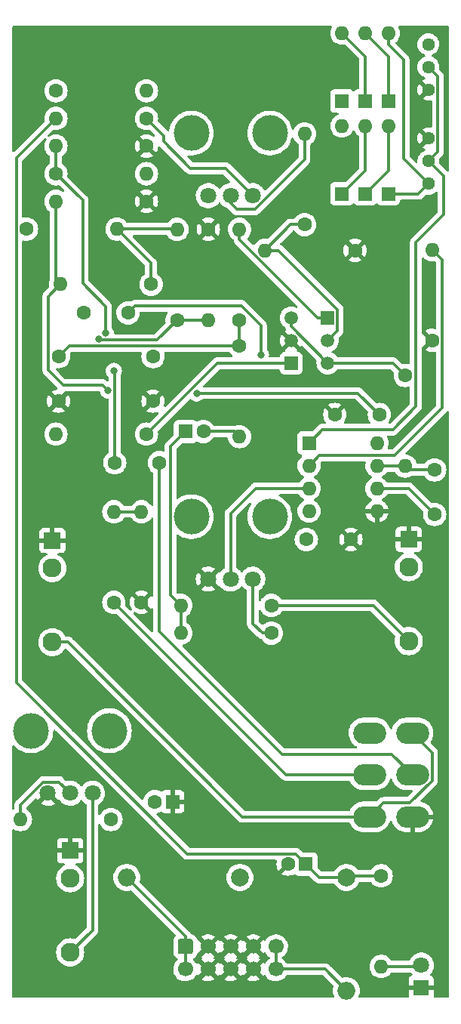
<source format=gtl>
G04 #@! TF.GenerationSoftware,KiCad,Pcbnew,6.0.9+dfsg-1~bpo11+1*
G04 #@! TF.CreationDate,2022-12-28T23:15:26+00:00*
G04 #@! TF.ProjectId,MS20-VCF,4d533230-2d56-4434-962e-6b696361645f,rev?*
G04 #@! TF.SameCoordinates,Original*
G04 #@! TF.FileFunction,Copper,L1,Top*
G04 #@! TF.FilePolarity,Positive*
%FSLAX46Y46*%
G04 Gerber Fmt 4.6, Leading zero omitted, Abs format (unit mm)*
G04 Created by KiCad (PCBNEW 6.0.9+dfsg-1~bpo11+1) date 2022-12-28 23:15:26*
%MOMM*%
%LPD*%
G01*
G04 APERTURE LIST*
G04 #@! TA.AperFunction,ComponentPad*
%ADD10C,1.600000*%
G04 #@! TD*
G04 #@! TA.AperFunction,WasherPad*
%ADD11C,4.000000*%
G04 #@! TD*
G04 #@! TA.AperFunction,ComponentPad*
%ADD12C,1.800000*%
G04 #@! TD*
G04 #@! TA.AperFunction,ComponentPad*
%ADD13R,1.600000X1.600000*%
G04 #@! TD*
G04 #@! TA.AperFunction,ComponentPad*
%ADD14O,1.600000X1.600000*%
G04 #@! TD*
G04 #@! TA.AperFunction,ComponentPad*
%ADD15R,1.930000X1.830000*%
G04 #@! TD*
G04 #@! TA.AperFunction,ComponentPad*
%ADD16C,2.130000*%
G04 #@! TD*
G04 #@! TA.AperFunction,ComponentPad*
%ADD17R,1.500000X1.500000*%
G04 #@! TD*
G04 #@! TA.AperFunction,ComponentPad*
%ADD18C,1.500000*%
G04 #@! TD*
G04 #@! TA.AperFunction,ComponentPad*
%ADD19O,3.700000X2.400000*%
G04 #@! TD*
G04 #@! TA.AperFunction,ComponentPad*
%ADD20R,1.800000X1.800000*%
G04 #@! TD*
G04 #@! TA.AperFunction,ComponentPad*
%ADD21C,2.000000*%
G04 #@! TD*
G04 #@! TA.AperFunction,ComponentPad*
%ADD22O,2.000000X2.000000*%
G04 #@! TD*
G04 #@! TA.AperFunction,ComponentPad*
%ADD23C,1.700000*%
G04 #@! TD*
G04 #@! TA.AperFunction,ComponentPad*
%ADD24C,1.440000*%
G04 #@! TD*
G04 #@! TA.AperFunction,ViaPad*
%ADD25C,0.800000*%
G04 #@! TD*
G04 #@! TA.AperFunction,Conductor*
%ADD26C,0.300000*%
G04 #@! TD*
G04 APERTURE END LIST*
D10*
X82900000Y-86800000D03*
X82900000Y-91800000D03*
D11*
X46400000Y-116050000D03*
X37600000Y-116050000D03*
D12*
X44500000Y-123050000D03*
X42000000Y-123050000D03*
X39500000Y-123050000D03*
D11*
X55600000Y-49050000D03*
X64400000Y-49050000D03*
D12*
X62500000Y-56050000D03*
X60000000Y-56050000D03*
X57500000Y-56050000D03*
D13*
X77700000Y-45460000D03*
D14*
X77700000Y-37840000D03*
D13*
X77700000Y-55860000D03*
D14*
X77700000Y-48240000D03*
D13*
X75100000Y-45460000D03*
D14*
X75100000Y-37840000D03*
D13*
X75100000Y-55860000D03*
D14*
X75100000Y-48240000D03*
D13*
X72500000Y-45460000D03*
D14*
X72500000Y-37840000D03*
D13*
X72500000Y-55860000D03*
D14*
X72500000Y-48240000D03*
D15*
X42000000Y-129500000D03*
D16*
X42000000Y-140900000D03*
X42000000Y-132600000D03*
D15*
X40000000Y-94720000D03*
D16*
X40000000Y-106120000D03*
X40000000Y-97820000D03*
D15*
X80000000Y-94600000D03*
D16*
X80000000Y-106000000D03*
X80000000Y-97700000D03*
D17*
X66800000Y-74840000D03*
D18*
X66800000Y-72300000D03*
X66800000Y-69760000D03*
D17*
X70900000Y-69760000D03*
D18*
X70900000Y-72300000D03*
X70900000Y-74840000D03*
D10*
X57500000Y-59840000D03*
D14*
X57500000Y-70000000D03*
D10*
X50000000Y-101660000D03*
D14*
X50000000Y-91500000D03*
D10*
X50560000Y-82800000D03*
D14*
X40400000Y-82800000D03*
D10*
X54000000Y-70000000D03*
D14*
X54000000Y-59840000D03*
D10*
X61000000Y-70000000D03*
D14*
X61000000Y-59840000D03*
D10*
X73980000Y-62200000D03*
D14*
X63820000Y-62200000D03*
D10*
X51080000Y-66000000D03*
D14*
X40920000Y-66000000D03*
D10*
X50560000Y-50500000D03*
D14*
X40400000Y-50500000D03*
D10*
X50560000Y-56700000D03*
D14*
X40400000Y-56700000D03*
D10*
X46580000Y-126000000D03*
D14*
X36420000Y-126000000D03*
D10*
X68300000Y-59300000D03*
D14*
X68300000Y-49140000D03*
D10*
X40400000Y-53600000D03*
D14*
X50560000Y-53600000D03*
D10*
X50560000Y-47400000D03*
D14*
X40400000Y-47400000D03*
D10*
X40400000Y-44300000D03*
D14*
X50560000Y-44300000D03*
D10*
X82600000Y-72280000D03*
D14*
X82600000Y-62120000D03*
D10*
X64580000Y-105100000D03*
D14*
X54420000Y-105100000D03*
D10*
X64580000Y-102000000D03*
D14*
X54420000Y-102000000D03*
D11*
X64400000Y-92050000D03*
X55600000Y-92050000D03*
D12*
X62500000Y-99050000D03*
X60000000Y-99050000D03*
X57500000Y-99050000D03*
D19*
X75600000Y-116300000D03*
X75600000Y-121000000D03*
X75600000Y-125700000D03*
X80400000Y-116300000D03*
X80400000Y-121000000D03*
X80400000Y-125700000D03*
D10*
X79600000Y-76220000D03*
D14*
X79600000Y-86380000D03*
D13*
X68800000Y-83800000D03*
D14*
X68800000Y-86340000D03*
X68800000Y-88880000D03*
X68800000Y-91420000D03*
X76420000Y-91420000D03*
X76420000Y-88880000D03*
X76420000Y-86340000D03*
X76420000Y-83800000D03*
D10*
X43500000Y-69200000D03*
X48500000Y-69200000D03*
X46900000Y-101660000D03*
D14*
X46900000Y-91500000D03*
D10*
X37100000Y-59800000D03*
D14*
X47260000Y-59800000D03*
D10*
X61000000Y-72920000D03*
D14*
X61000000Y-83080000D03*
D10*
X76700000Y-80600000D03*
X71700000Y-80600000D03*
X73500000Y-94600000D03*
X68500000Y-94600000D03*
D13*
X68455112Y-131000000D03*
D10*
X66455112Y-131000000D03*
D13*
X53500000Y-124000000D03*
D10*
X51500000Y-124000000D03*
D13*
X54944888Y-82500000D03*
D10*
X56944888Y-82500000D03*
D20*
X81400000Y-144875000D03*
D12*
X81400000Y-142335000D03*
D21*
X61050000Y-132500000D03*
D22*
X48350000Y-132500000D03*
G04 #@! TA.AperFunction,ComponentPad*
G36*
G01*
X54325000Y-139397500D02*
X55525000Y-139397500D01*
G75*
G02*
X55775000Y-139647500I0J-250000D01*
G01*
X55775000Y-140847500D01*
G75*
G02*
X55525000Y-141097500I-250000J0D01*
G01*
X54325000Y-141097500D01*
G75*
G02*
X54075000Y-140847500I0J250000D01*
G01*
X54075000Y-139647500D01*
G75*
G02*
X54325000Y-139397500I250000J0D01*
G01*
G37*
G04 #@! TD.AperFunction*
D23*
X54925000Y-142787500D03*
X57465000Y-140247500D03*
X57465000Y-142787500D03*
X60005000Y-140247500D03*
X60005000Y-142787500D03*
X62545000Y-140247500D03*
X62545000Y-142787500D03*
X65085000Y-140247500D03*
X65085000Y-142787500D03*
D24*
X82200000Y-44180000D03*
X82200000Y-41640000D03*
X82200000Y-39100000D03*
X82200000Y-54720000D03*
X82200000Y-52180000D03*
X82200000Y-49640000D03*
D10*
X76900000Y-132320000D03*
D14*
X76900000Y-142480000D03*
D21*
X73000000Y-132500000D03*
D22*
X73000000Y-145200000D03*
D10*
X47000000Y-86000000D03*
X52000000Y-86000000D03*
X51300000Y-74100000D03*
X51300000Y-79100000D03*
X40700000Y-79100000D03*
X40700000Y-74100000D03*
D25*
X56195388Y-78224566D03*
X46900000Y-75700000D03*
X63400000Y-73900000D03*
X45241121Y-72150468D03*
X46250500Y-77905000D03*
X46000000Y-71500000D03*
D26*
X56219954Y-78200000D02*
X56195388Y-78224566D01*
X76900000Y-132320000D02*
X73180000Y-132320000D01*
X35950000Y-110650000D02*
X35950000Y-51850000D01*
X69955112Y-132500000D02*
X68455112Y-131000000D01*
X74300000Y-78200000D02*
X56219954Y-78200000D01*
X73000000Y-132500000D02*
X69955112Y-132500000D01*
X35950000Y-51850000D02*
X40400000Y-47400000D01*
X73180000Y-132320000D02*
X73000000Y-132500000D01*
X67305112Y-129850000D02*
X55150000Y-129850000D01*
X55150000Y-129850000D02*
X35950000Y-110650000D01*
X68455112Y-131000000D02*
X67305112Y-129850000D01*
X76700000Y-80600000D02*
X74300000Y-78200000D01*
X41880000Y-72920000D02*
X61000000Y-72920000D01*
X40700000Y-74100000D02*
X41880000Y-72920000D01*
X61000000Y-70000000D02*
X61000000Y-72920000D01*
X79600000Y-86380000D02*
X76460000Y-86380000D01*
X82900000Y-86800000D02*
X80020000Y-86800000D01*
X80020000Y-86800000D02*
X79600000Y-86380000D01*
X76460000Y-86380000D02*
X76420000Y-86340000D01*
X47000000Y-75800000D02*
X46900000Y-75700000D01*
X47000000Y-86000000D02*
X47000000Y-75800000D01*
X60420000Y-82500000D02*
X61000000Y-83080000D01*
X56944888Y-82500000D02*
X60420000Y-82500000D01*
X77700000Y-48240000D02*
X77700000Y-53260000D01*
X77700000Y-53260000D02*
X75100000Y-55860000D01*
X53960000Y-59800000D02*
X54000000Y-59840000D01*
X47260000Y-59800000D02*
X53960000Y-59800000D01*
X51080000Y-66000000D02*
X51080000Y-63620000D01*
X51080000Y-63620000D02*
X47260000Y-59800000D01*
X82200000Y-52180000D02*
X83270000Y-51110000D01*
X78199311Y-82300689D02*
X70299311Y-82300689D01*
X80800000Y-79700000D02*
X78199311Y-82300689D01*
X49299999Y-68400001D02*
X61200001Y-68400001D01*
X83270000Y-42710000D02*
X82200000Y-41640000D01*
X83270000Y-51110000D02*
X83270000Y-42710000D01*
X70299311Y-82300689D02*
X68800000Y-83800000D01*
X80800000Y-61300000D02*
X80800000Y-79700000D01*
X82200000Y-52180000D02*
X83900000Y-53880000D01*
X63400000Y-70600000D02*
X63400000Y-73900000D01*
X48500000Y-69200000D02*
X49299999Y-68400001D01*
X83900000Y-53880000D02*
X83900000Y-58200000D01*
X61200001Y-68400001D02*
X63400000Y-70600000D01*
X83900000Y-58200000D02*
X80800000Y-61300000D01*
X76420000Y-88880000D02*
X79980000Y-88880000D01*
X69753654Y-69760000D02*
X61000000Y-61006346D01*
X70900000Y-69760000D02*
X69753654Y-69760000D01*
X61000000Y-61006346D02*
X61000000Y-59840000D01*
X79980000Y-88880000D02*
X82900000Y-91800000D01*
X80400000Y-121000000D02*
X78100000Y-118700000D01*
X52000000Y-104900000D02*
X52000000Y-86000000D01*
X65800000Y-118700000D02*
X52000000Y-104900000D01*
X78100000Y-118700000D02*
X65800000Y-118700000D01*
X54420000Y-102000000D02*
X53250000Y-100830000D01*
X53250000Y-84194888D02*
X54944888Y-82500000D01*
X53250000Y-100830000D02*
X53250000Y-84194888D01*
X54420000Y-105100000D02*
X54420000Y-102000000D01*
X38982233Y-121800000D02*
X40750000Y-121800000D01*
X36420000Y-126000000D02*
X36420000Y-124362233D01*
X40750000Y-121800000D02*
X42000000Y-123050000D01*
X36420000Y-124362233D02*
X38982233Y-121800000D01*
X44500000Y-138400000D02*
X42000000Y-140900000D01*
X44500000Y-123050000D02*
X44500000Y-138400000D01*
X50560000Y-47400000D02*
X52500000Y-49340000D01*
X59450000Y-53000000D02*
X62500000Y-56050000D01*
X52500000Y-50000000D02*
X55500000Y-53000000D01*
X52500000Y-49340000D02*
X52500000Y-50000000D01*
X55500000Y-53000000D02*
X59450000Y-53000000D01*
X68300000Y-49140000D02*
X68300000Y-52017767D01*
X68300000Y-52017767D02*
X62717767Y-57600000D01*
X62717767Y-57600000D02*
X60700000Y-57600000D01*
X60000000Y-56050000D02*
X60000000Y-56900000D01*
X60000000Y-56900000D02*
X60700000Y-57600000D01*
X76900000Y-142480000D02*
X81255000Y-142480000D01*
X81255000Y-142480000D02*
X81400000Y-142335000D01*
X77700000Y-39100000D02*
X77700000Y-37840000D01*
X79400000Y-51920000D02*
X79400000Y-40800000D01*
X77700000Y-55860000D02*
X81060000Y-55860000D01*
X81060000Y-55860000D02*
X82200000Y-54720000D01*
X79400000Y-40800000D02*
X77700000Y-39100000D01*
X82200000Y-54720000D02*
X79400000Y-51920000D01*
X77700000Y-40440000D02*
X75100000Y-37840000D01*
X77700000Y-45460000D02*
X77700000Y-40440000D01*
X75100000Y-45460000D02*
X75100000Y-40440000D01*
X75100000Y-40440000D02*
X72500000Y-37840000D01*
X75100000Y-48240000D02*
X75100000Y-53260000D01*
X75100000Y-53260000D02*
X72500000Y-55860000D01*
X83750000Y-63270000D02*
X83750000Y-79850000D01*
X82600000Y-62120000D02*
X83750000Y-63270000D01*
X83750000Y-79850000D02*
X78410000Y-85190000D01*
X69950000Y-85190000D02*
X68800000Y-86340000D01*
X78410000Y-85190000D02*
X69950000Y-85190000D01*
X70587500Y-142787500D02*
X73000000Y-145200000D01*
X65085000Y-142787500D02*
X70587500Y-142787500D01*
X65085000Y-140247500D02*
X65085000Y-142787500D01*
X54925000Y-140247500D02*
X54925000Y-139075000D01*
X54925000Y-139075000D02*
X48350000Y-132500000D01*
X54925000Y-140247500D02*
X54925000Y-142787500D01*
X66240000Y-121000000D02*
X46900000Y-101660000D01*
X75600000Y-121000000D02*
X66240000Y-121000000D01*
X65400000Y-62200000D02*
X63820000Y-62200000D01*
X66720000Y-59300000D02*
X63820000Y-62200000D01*
X68300000Y-59300000D02*
X66720000Y-59300000D01*
X70900000Y-72300000D02*
X72000000Y-71200000D01*
X72000000Y-71200000D02*
X72000000Y-68800000D01*
X72000000Y-68800000D02*
X65400000Y-62200000D01*
X60000000Y-91700000D02*
X60000000Y-99050000D01*
X68800000Y-88880000D02*
X62820000Y-88880000D01*
X62820000Y-88880000D02*
X60000000Y-91700000D01*
X75600000Y-125700000D02*
X77150000Y-124150000D01*
X82600000Y-121642031D02*
X82600000Y-118500000D01*
X40000000Y-106120000D02*
X41720000Y-106120000D01*
X61300000Y-125700000D02*
X75600000Y-125700000D01*
X41720000Y-106120000D02*
X61300000Y-125700000D01*
X82600000Y-118500000D02*
X80400000Y-116300000D01*
X77150000Y-124150000D02*
X80092031Y-124150000D01*
X80092031Y-124150000D02*
X82600000Y-121642031D01*
X76000000Y-102000000D02*
X64580000Y-102000000D01*
X80000000Y-106000000D02*
X76000000Y-102000000D01*
X50560000Y-82800000D02*
X58520000Y-74840000D01*
X58520000Y-74840000D02*
X66800000Y-74840000D01*
X70900000Y-74840000D02*
X78220000Y-74840000D01*
X70900000Y-74840000D02*
X66800000Y-70740000D01*
X66800000Y-70740000D02*
X66800000Y-69760000D01*
X78220000Y-74840000D02*
X79600000Y-76220000D01*
X57500000Y-70000000D02*
X54000000Y-70000000D01*
X45241121Y-72150468D02*
X45340653Y-72250000D01*
X51750000Y-72250000D02*
X54000000Y-70000000D01*
X45340653Y-72250000D02*
X51750000Y-72250000D01*
X50000000Y-91500000D02*
X46900000Y-91500000D01*
X45645500Y-77300000D02*
X41200000Y-77300000D01*
X41200000Y-77300000D02*
X39550000Y-75650000D01*
X39550000Y-75650000D02*
X39550000Y-67370000D01*
X40400000Y-65480000D02*
X40920000Y-66000000D01*
X39550000Y-67370000D02*
X40920000Y-66000000D01*
X40400000Y-56700000D02*
X40400000Y-65480000D01*
X46250500Y-77905000D02*
X45645500Y-77300000D01*
X46000000Y-68500000D02*
X43400000Y-65900000D01*
X43400000Y-56600000D02*
X40400000Y-53600000D01*
X46000000Y-71500000D02*
X46000000Y-68500000D01*
X43400000Y-65900000D02*
X43400000Y-56600000D01*
X40400000Y-53600000D02*
X40400000Y-50500000D01*
X63550000Y-105100000D02*
X64580000Y-105100000D01*
X62500000Y-104050000D02*
X63550000Y-105100000D01*
X62500000Y-99050000D02*
X62500000Y-104050000D01*
G04 #@! TA.AperFunction,Conductor*
G36*
X39251865Y-49583560D02*
G01*
X39308701Y-49626107D01*
X39333512Y-49692627D01*
X39318421Y-49762001D01*
X39311046Y-49773886D01*
X39265637Y-49838737D01*
X39265633Y-49838743D01*
X39262477Y-49843251D01*
X39260154Y-49848233D01*
X39260151Y-49848238D01*
X39170064Y-50041432D01*
X39165716Y-50050757D01*
X39164294Y-50056065D01*
X39164293Y-50056067D01*
X39115363Y-50238675D01*
X39106457Y-50271913D01*
X39086502Y-50500000D01*
X39106457Y-50728087D01*
X39107881Y-50733400D01*
X39107881Y-50733402D01*
X39155395Y-50910723D01*
X39165716Y-50949243D01*
X39168039Y-50954224D01*
X39168039Y-50954225D01*
X39260151Y-51151762D01*
X39260154Y-51151767D01*
X39262477Y-51156749D01*
X39320220Y-51239214D01*
X39389800Y-51338584D01*
X39393802Y-51344300D01*
X39555700Y-51506198D01*
X39560208Y-51509355D01*
X39560211Y-51509357D01*
X39617029Y-51549141D01*
X39687772Y-51598676D01*
X39732099Y-51654132D01*
X39741500Y-51701888D01*
X39741500Y-52398112D01*
X39721498Y-52466233D01*
X39687772Y-52501324D01*
X39649109Y-52528396D01*
X39560211Y-52590643D01*
X39560208Y-52590645D01*
X39555700Y-52593802D01*
X39393802Y-52755700D01*
X39262477Y-52943251D01*
X39260154Y-52948233D01*
X39260151Y-52948238D01*
X39224755Y-53024146D01*
X39165716Y-53150757D01*
X39164294Y-53156065D01*
X39164293Y-53156067D01*
X39117346Y-53331274D01*
X39106457Y-53371913D01*
X39086502Y-53600000D01*
X39106457Y-53828087D01*
X39107881Y-53833400D01*
X39107881Y-53833402D01*
X39148600Y-53985364D01*
X39165716Y-54049243D01*
X39168039Y-54054224D01*
X39168039Y-54054225D01*
X39260151Y-54251762D01*
X39260154Y-54251767D01*
X39262477Y-54256749D01*
X39393802Y-54444300D01*
X39555700Y-54606198D01*
X39560208Y-54609355D01*
X39560211Y-54609357D01*
X39617057Y-54649161D01*
X39743251Y-54737523D01*
X39748233Y-54739846D01*
X39748238Y-54739849D01*
X39945775Y-54831961D01*
X39950757Y-54834284D01*
X39956065Y-54835706D01*
X39956067Y-54835707D01*
X40166598Y-54892119D01*
X40166600Y-54892119D01*
X40171913Y-54893543D01*
X40400000Y-54913498D01*
X40628087Y-54893543D01*
X40635766Y-54891485D01*
X40663659Y-54884012D01*
X40734635Y-54885702D01*
X40785364Y-54916624D01*
X41287477Y-55418737D01*
X41321503Y-55481049D01*
X41316438Y-55551864D01*
X41273891Y-55608700D01*
X41207371Y-55633511D01*
X41137997Y-55618420D01*
X41126111Y-55611045D01*
X41113188Y-55601996D01*
X41056749Y-55562477D01*
X41051767Y-55560154D01*
X41051762Y-55560151D01*
X40854225Y-55468039D01*
X40854224Y-55468039D01*
X40849243Y-55465716D01*
X40843935Y-55464294D01*
X40843933Y-55464293D01*
X40633402Y-55407881D01*
X40633400Y-55407881D01*
X40628087Y-55406457D01*
X40400000Y-55386502D01*
X40171913Y-55406457D01*
X40166600Y-55407881D01*
X40166598Y-55407881D01*
X39956067Y-55464293D01*
X39956065Y-55464294D01*
X39950757Y-55465716D01*
X39945776Y-55468039D01*
X39945775Y-55468039D01*
X39748238Y-55560151D01*
X39748233Y-55560154D01*
X39743251Y-55562477D01*
X39652941Y-55625713D01*
X39560211Y-55690643D01*
X39560208Y-55690645D01*
X39555700Y-55693802D01*
X39393802Y-55855700D01*
X39390645Y-55860208D01*
X39390643Y-55860211D01*
X39376615Y-55880245D01*
X39262477Y-56043251D01*
X39260154Y-56048233D01*
X39260151Y-56048238D01*
X39171634Y-56238066D01*
X39165716Y-56250757D01*
X39164294Y-56256065D01*
X39164293Y-56256067D01*
X39107881Y-56466598D01*
X39106457Y-56471913D01*
X39086502Y-56700000D01*
X39106457Y-56928087D01*
X39107881Y-56933400D01*
X39107881Y-56933402D01*
X39161228Y-57132492D01*
X39165716Y-57149243D01*
X39168039Y-57154224D01*
X39168039Y-57154225D01*
X39260151Y-57351762D01*
X39260154Y-57351767D01*
X39262477Y-57356749D01*
X39393802Y-57544300D01*
X39555700Y-57706198D01*
X39560208Y-57709355D01*
X39560211Y-57709357D01*
X39618315Y-57750042D01*
X39687772Y-57798676D01*
X39732099Y-57854132D01*
X39741500Y-57901888D01*
X39741500Y-65397944D01*
X39740941Y-65409795D01*
X39740940Y-65409807D01*
X39739212Y-65417537D01*
X39739294Y-65420151D01*
X39729073Y-65457778D01*
X39685716Y-65550757D01*
X39684294Y-65556065D01*
X39684293Y-65556067D01*
X39627881Y-65766598D01*
X39626457Y-65771913D01*
X39606502Y-66000000D01*
X39626457Y-66228087D01*
X39627881Y-66233402D01*
X39627882Y-66233405D01*
X39635988Y-66263659D01*
X39634298Y-66334635D01*
X39603376Y-66385364D01*
X39142395Y-66846345D01*
X39133615Y-66854335D01*
X39133613Y-66854337D01*
X39126920Y-66858584D01*
X39121494Y-66864362D01*
X39121493Y-66864363D01*
X39078396Y-66910257D01*
X39075641Y-66913099D01*
X39055073Y-66933667D01*
X39052356Y-66937170D01*
X39044648Y-66946195D01*
X39013028Y-66979867D01*
X39009207Y-66986818D01*
X39009206Y-66986819D01*
X39002697Y-66998658D01*
X38991843Y-67015182D01*
X38984018Y-67025271D01*
X38978696Y-67032132D01*
X38975549Y-67039404D01*
X38975548Y-67039406D01*
X38960346Y-67074535D01*
X38955124Y-67085195D01*
X38932876Y-67125663D01*
X38927541Y-67146441D01*
X38921142Y-67165131D01*
X38912620Y-67184824D01*
X38911380Y-67192655D01*
X38905394Y-67230448D01*
X38902987Y-67242071D01*
X38891500Y-67286812D01*
X38891500Y-67308259D01*
X38889949Y-67327969D01*
X38886594Y-67349152D01*
X38887340Y-67357043D01*
X38890941Y-67395138D01*
X38891500Y-67406996D01*
X38891500Y-75567944D01*
X38890941Y-75579800D01*
X38889212Y-75587537D01*
X38889461Y-75595459D01*
X38891438Y-75658369D01*
X38891500Y-75662327D01*
X38891500Y-75691432D01*
X38892056Y-75695832D01*
X38892988Y-75707664D01*
X38894438Y-75753831D01*
X38896650Y-75761444D01*
X38896650Y-75761445D01*
X38900419Y-75774416D01*
X38904430Y-75793782D01*
X38907118Y-75815064D01*
X38910034Y-75822429D01*
X38910035Y-75822433D01*
X38924126Y-75858021D01*
X38927965Y-75869231D01*
X38940855Y-75913600D01*
X38951775Y-75932065D01*
X38960466Y-75949805D01*
X38968365Y-75969756D01*
X38995516Y-76007126D01*
X39002033Y-76017048D01*
X39021507Y-76049977D01*
X39021510Y-76049981D01*
X39025547Y-76056807D01*
X39040711Y-76071971D01*
X39053551Y-76087004D01*
X39066159Y-76104357D01*
X39101752Y-76133802D01*
X39110532Y-76141792D01*
X39854518Y-76885777D01*
X40560194Y-77591453D01*
X40594219Y-77653765D01*
X40589155Y-77724580D01*
X40546608Y-77781416D01*
X40482083Y-77806068D01*
X40477490Y-77806470D01*
X40466688Y-77808375D01*
X40256239Y-77864764D01*
X40245947Y-77868510D01*
X40048489Y-77960586D01*
X40038994Y-77966069D01*
X39986952Y-78002509D01*
X39978576Y-78012988D01*
X39985644Y-78026434D01*
X40687188Y-78727978D01*
X40701132Y-78735592D01*
X40702965Y-78735461D01*
X40709580Y-78731210D01*
X41415079Y-78025711D01*
X41415952Y-78024112D01*
X41466155Y-77973911D01*
X41526538Y-77958500D01*
X45229168Y-77958500D01*
X45297289Y-77978502D01*
X45343782Y-78032158D01*
X45354478Y-78071330D01*
X45356958Y-78094928D01*
X45415973Y-78276556D01*
X45511460Y-78441944D01*
X45639247Y-78583866D01*
X45793748Y-78696118D01*
X45799776Y-78698802D01*
X45799778Y-78698803D01*
X45865307Y-78727978D01*
X45968212Y-78773794D01*
X46061613Y-78793647D01*
X46148556Y-78812128D01*
X46148561Y-78812128D01*
X46155013Y-78813500D01*
X46215500Y-78813500D01*
X46283621Y-78833502D01*
X46330114Y-78887158D01*
X46341500Y-78939500D01*
X46341500Y-84798112D01*
X46321498Y-84866233D01*
X46287772Y-84901324D01*
X46218315Y-84949958D01*
X46160211Y-84990643D01*
X46160208Y-84990645D01*
X46155700Y-84993802D01*
X45993802Y-85155700D01*
X45862477Y-85343251D01*
X45860154Y-85348233D01*
X45860151Y-85348238D01*
X45786373Y-85506457D01*
X45765716Y-85550757D01*
X45764294Y-85556065D01*
X45764293Y-85556067D01*
X45731422Y-85678743D01*
X45706457Y-85771913D01*
X45686502Y-86000000D01*
X45706457Y-86228087D01*
X45707881Y-86233400D01*
X45707881Y-86233402D01*
X45739327Y-86350757D01*
X45765716Y-86449243D01*
X45768039Y-86454224D01*
X45768039Y-86454225D01*
X45860151Y-86651762D01*
X45860154Y-86651767D01*
X45862477Y-86656749D01*
X45865634Y-86661257D01*
X45955251Y-86789243D01*
X45993802Y-86844300D01*
X46155700Y-87006198D01*
X46160208Y-87009355D01*
X46160211Y-87009357D01*
X46194551Y-87033402D01*
X46343251Y-87137523D01*
X46348233Y-87139846D01*
X46348238Y-87139849D01*
X46433891Y-87179789D01*
X46550757Y-87234284D01*
X46556065Y-87235706D01*
X46556067Y-87235707D01*
X46766598Y-87292119D01*
X46766600Y-87292119D01*
X46771913Y-87293543D01*
X47000000Y-87313498D01*
X47228087Y-87293543D01*
X47233400Y-87292119D01*
X47233402Y-87292119D01*
X47443933Y-87235707D01*
X47443935Y-87235706D01*
X47449243Y-87234284D01*
X47566109Y-87179789D01*
X47651762Y-87139849D01*
X47651767Y-87139846D01*
X47656749Y-87137523D01*
X47805449Y-87033402D01*
X47839789Y-87009357D01*
X47839792Y-87009355D01*
X47844300Y-87006198D01*
X48006198Y-86844300D01*
X48044750Y-86789243D01*
X48134366Y-86661257D01*
X48137523Y-86656749D01*
X48139846Y-86651767D01*
X48139849Y-86651762D01*
X48231961Y-86454225D01*
X48231961Y-86454224D01*
X48234284Y-86449243D01*
X48260674Y-86350757D01*
X48292119Y-86233402D01*
X48292119Y-86233400D01*
X48293543Y-86228087D01*
X48313498Y-86000000D01*
X48293543Y-85771913D01*
X48268578Y-85678743D01*
X48235707Y-85556067D01*
X48235706Y-85556065D01*
X48234284Y-85550757D01*
X48213627Y-85506457D01*
X48139849Y-85348238D01*
X48139846Y-85348233D01*
X48137523Y-85343251D01*
X48006198Y-85155700D01*
X47844300Y-84993802D01*
X47839792Y-84990645D01*
X47839789Y-84990643D01*
X47781685Y-84949958D01*
X47712228Y-84901324D01*
X47667901Y-84845868D01*
X47658500Y-84798112D01*
X47658500Y-79105475D01*
X49987483Y-79105475D01*
X50006472Y-79322519D01*
X50008375Y-79333312D01*
X50064764Y-79543761D01*
X50068510Y-79554053D01*
X50160586Y-79751511D01*
X50166069Y-79761006D01*
X50202509Y-79813048D01*
X50212988Y-79821424D01*
X50226434Y-79814356D01*
X50927978Y-79112812D01*
X50935592Y-79098868D01*
X50935461Y-79097035D01*
X50931210Y-79090420D01*
X50225713Y-78384923D01*
X50213938Y-78378493D01*
X50201923Y-78387789D01*
X50166069Y-78438994D01*
X50160586Y-78448489D01*
X50068510Y-78645947D01*
X50064764Y-78656239D01*
X50008375Y-78866688D01*
X50006472Y-78877481D01*
X49987483Y-79094525D01*
X49987483Y-79105475D01*
X47658500Y-79105475D01*
X47658500Y-78012988D01*
X50578576Y-78012988D01*
X50585644Y-78026434D01*
X51287188Y-78727978D01*
X51301132Y-78735592D01*
X51302965Y-78735461D01*
X51309580Y-78731210D01*
X52015077Y-78025713D01*
X52021507Y-78013938D01*
X52012211Y-78001923D01*
X51961006Y-77966069D01*
X51951511Y-77960586D01*
X51754053Y-77868510D01*
X51743761Y-77864764D01*
X51533312Y-77808375D01*
X51522519Y-77806472D01*
X51305475Y-77787483D01*
X51294525Y-77787483D01*
X51077481Y-77806472D01*
X51066688Y-77808375D01*
X50856239Y-77864764D01*
X50845947Y-77868510D01*
X50648489Y-77960586D01*
X50638994Y-77966069D01*
X50586952Y-78002509D01*
X50578576Y-78012988D01*
X47658500Y-78012988D01*
X47658500Y-76236999D01*
X47675381Y-76173999D01*
X47731223Y-76077279D01*
X47731224Y-76077278D01*
X47734527Y-76071556D01*
X47793542Y-75889928D01*
X47799354Y-75834636D01*
X47812814Y-75706565D01*
X47813504Y-75700000D01*
X47804532Y-75614639D01*
X47794232Y-75516635D01*
X47794232Y-75516633D01*
X47793542Y-75510072D01*
X47734527Y-75328444D01*
X47639040Y-75163056D01*
X47511253Y-75021134D01*
X47410864Y-74948197D01*
X47362094Y-74912763D01*
X47362093Y-74912762D01*
X47356752Y-74908882D01*
X47350724Y-74906198D01*
X47350722Y-74906197D01*
X47188319Y-74833891D01*
X47188318Y-74833891D01*
X47182288Y-74831206D01*
X47088888Y-74811353D01*
X47001944Y-74792872D01*
X47001939Y-74792872D01*
X46995487Y-74791500D01*
X46804513Y-74791500D01*
X46798061Y-74792872D01*
X46798056Y-74792872D01*
X46711112Y-74811353D01*
X46617712Y-74831206D01*
X46611682Y-74833891D01*
X46611681Y-74833891D01*
X46449278Y-74906197D01*
X46449276Y-74906198D01*
X46443248Y-74908882D01*
X46437907Y-74912762D01*
X46437906Y-74912763D01*
X46389136Y-74948197D01*
X46288747Y-75021134D01*
X46160960Y-75163056D01*
X46065473Y-75328444D01*
X46006458Y-75510072D01*
X46005768Y-75516633D01*
X46005768Y-75516635D01*
X45995468Y-75614639D01*
X45986496Y-75700000D01*
X45987186Y-75706565D01*
X46000647Y-75834636D01*
X46006458Y-75889928D01*
X46065473Y-76071556D01*
X46068776Y-76077278D01*
X46068777Y-76077279D01*
X46080816Y-76098131D01*
X46160960Y-76236944D01*
X46288747Y-76378866D01*
X46294091Y-76382749D01*
X46298998Y-76387167D01*
X46297112Y-76389262D01*
X46332900Y-76435641D01*
X46341500Y-76481393D01*
X46341500Y-76759087D01*
X46321498Y-76827208D01*
X46267842Y-76873701D01*
X46197568Y-76883805D01*
X46129247Y-76850937D01*
X46105242Y-76828395D01*
X46102400Y-76825640D01*
X46081833Y-76805073D01*
X46078326Y-76802353D01*
X46069304Y-76794647D01*
X46041413Y-76768456D01*
X46035633Y-76763028D01*
X46028681Y-76759206D01*
X46016842Y-76752697D01*
X46000318Y-76741843D01*
X45989632Y-76733555D01*
X45983368Y-76728696D01*
X45976096Y-76725549D01*
X45976094Y-76725548D01*
X45940965Y-76710346D01*
X45930305Y-76705124D01*
X45896784Y-76686695D01*
X45896782Y-76686694D01*
X45889837Y-76682876D01*
X45869059Y-76677541D01*
X45850369Y-76671142D01*
X45830676Y-76662620D01*
X45785052Y-76655394D01*
X45773429Y-76652987D01*
X45745428Y-76645798D01*
X45728688Y-76641500D01*
X45707241Y-76641500D01*
X45687531Y-76639949D01*
X45674177Y-76637834D01*
X45666348Y-76636594D01*
X45620359Y-76640941D01*
X45608504Y-76641500D01*
X41524949Y-76641500D01*
X41456828Y-76621498D01*
X41435854Y-76604595D01*
X40843193Y-76011934D01*
X40445897Y-75614637D01*
X40411872Y-75552327D01*
X40416937Y-75481512D01*
X40459484Y-75424676D01*
X40526004Y-75399865D01*
X40545974Y-75400023D01*
X40694524Y-75413019D01*
X40694525Y-75413019D01*
X40700000Y-75413498D01*
X40928087Y-75393543D01*
X40933400Y-75392119D01*
X40933402Y-75392119D01*
X41143933Y-75335707D01*
X41143935Y-75335706D01*
X41149243Y-75334284D01*
X41191501Y-75314579D01*
X41351762Y-75239849D01*
X41351767Y-75239846D01*
X41356749Y-75237523D01*
X41470108Y-75158148D01*
X41539789Y-75109357D01*
X41539792Y-75109355D01*
X41544300Y-75106198D01*
X41706198Y-74944300D01*
X41713202Y-74934298D01*
X41779230Y-74840000D01*
X41837523Y-74756749D01*
X41839846Y-74751767D01*
X41839849Y-74751762D01*
X41931961Y-74554225D01*
X41931961Y-74554224D01*
X41934284Y-74549243D01*
X41983102Y-74367055D01*
X41992119Y-74333402D01*
X41992119Y-74333400D01*
X41993543Y-74328087D01*
X42013498Y-74100000D01*
X41993543Y-73871913D01*
X41985875Y-73843295D01*
X41984012Y-73836341D01*
X41985702Y-73765365D01*
X42016624Y-73714636D01*
X42115855Y-73615405D01*
X42178167Y-73581379D01*
X42204950Y-73578500D01*
X49920870Y-73578500D01*
X49988991Y-73598502D01*
X50035484Y-73652158D01*
X50045588Y-73722432D01*
X50042577Y-73737111D01*
X50014125Y-73843295D01*
X50006457Y-73871913D01*
X49986502Y-74100000D01*
X50006457Y-74328087D01*
X50007881Y-74333400D01*
X50007881Y-74333402D01*
X50016899Y-74367055D01*
X50065716Y-74549243D01*
X50068039Y-74554224D01*
X50068039Y-74554225D01*
X50160151Y-74751762D01*
X50160154Y-74751767D01*
X50162477Y-74756749D01*
X50220770Y-74840000D01*
X50286799Y-74934298D01*
X50293802Y-74944300D01*
X50455700Y-75106198D01*
X50460208Y-75109355D01*
X50460211Y-75109357D01*
X50529892Y-75158148D01*
X50643251Y-75237523D01*
X50648233Y-75239846D01*
X50648238Y-75239849D01*
X50808499Y-75314579D01*
X50850757Y-75334284D01*
X50856065Y-75335706D01*
X50856067Y-75335707D01*
X51066598Y-75392119D01*
X51066600Y-75392119D01*
X51071913Y-75393543D01*
X51300000Y-75413498D01*
X51528087Y-75393543D01*
X51533400Y-75392119D01*
X51533402Y-75392119D01*
X51743933Y-75335707D01*
X51743935Y-75335706D01*
X51749243Y-75334284D01*
X51791501Y-75314579D01*
X51951762Y-75239849D01*
X51951767Y-75239846D01*
X51956749Y-75237523D01*
X52070108Y-75158148D01*
X52139789Y-75109357D01*
X52139792Y-75109355D01*
X52144300Y-75106198D01*
X52306198Y-74944300D01*
X52313202Y-74934298D01*
X52379230Y-74840000D01*
X52437523Y-74756749D01*
X52439846Y-74751767D01*
X52439849Y-74751762D01*
X52531961Y-74554225D01*
X52531961Y-74554224D01*
X52534284Y-74549243D01*
X52583102Y-74367055D01*
X52592119Y-74333402D01*
X52592119Y-74333400D01*
X52593543Y-74328087D01*
X52613498Y-74100000D01*
X52593543Y-73871913D01*
X52585875Y-73843295D01*
X52557423Y-73737111D01*
X52559113Y-73666135D01*
X52598907Y-73607339D01*
X52664171Y-73579391D01*
X52679130Y-73578500D01*
X59798112Y-73578500D01*
X59866233Y-73598502D01*
X59901324Y-73632228D01*
X59915279Y-73652158D01*
X59983160Y-73749101D01*
X59993802Y-73764300D01*
X60155700Y-73926198D01*
X60160208Y-73929355D01*
X60160211Y-73929357D01*
X60192959Y-73952287D01*
X60237287Y-74007744D01*
X60244596Y-74078363D01*
X60212565Y-74141724D01*
X60151364Y-74177709D01*
X60120688Y-74181500D01*
X58602056Y-74181500D01*
X58590200Y-74180941D01*
X58590197Y-74180941D01*
X58582463Y-74179212D01*
X58527446Y-74180941D01*
X58511631Y-74181438D01*
X58507673Y-74181500D01*
X58478568Y-74181500D01*
X58474168Y-74182056D01*
X58462336Y-74182988D01*
X58416169Y-74184438D01*
X58395579Y-74190420D01*
X58376218Y-74194430D01*
X58369230Y-74195312D01*
X58362796Y-74196125D01*
X58362795Y-74196125D01*
X58354936Y-74197118D01*
X58347571Y-74200034D01*
X58347567Y-74200035D01*
X58311979Y-74214126D01*
X58300769Y-74217965D01*
X58256400Y-74230855D01*
X58237935Y-74241775D01*
X58220195Y-74250466D01*
X58200244Y-74258365D01*
X58162874Y-74285516D01*
X58152952Y-74292033D01*
X58120023Y-74311507D01*
X58120019Y-74311510D01*
X58113193Y-74315547D01*
X58098029Y-74330711D01*
X58082996Y-74343551D01*
X58065643Y-74356159D01*
X58055520Y-74368396D01*
X58036198Y-74391752D01*
X58028208Y-74400532D01*
X52736910Y-79691830D01*
X52674598Y-79725856D01*
X52603783Y-79720791D01*
X52546947Y-79678244D01*
X52522136Y-79611724D01*
X52531681Y-79559981D01*
X52529607Y-79559226D01*
X52535236Y-79543761D01*
X52591625Y-79333312D01*
X52593528Y-79322519D01*
X52612517Y-79105475D01*
X52612517Y-79094525D01*
X52593528Y-78877481D01*
X52591625Y-78866688D01*
X52535236Y-78656239D01*
X52531490Y-78645947D01*
X52439414Y-78448489D01*
X52433931Y-78438994D01*
X52397491Y-78386952D01*
X52387012Y-78378576D01*
X52373566Y-78385644D01*
X50584923Y-80174287D01*
X50578493Y-80186062D01*
X50587789Y-80198077D01*
X50638994Y-80233931D01*
X50648489Y-80239414D01*
X50845947Y-80331490D01*
X50856239Y-80335236D01*
X51066688Y-80391625D01*
X51077481Y-80393528D01*
X51294525Y-80412517D01*
X51305475Y-80412517D01*
X51522519Y-80393528D01*
X51533312Y-80391625D01*
X51743761Y-80335236D01*
X51759226Y-80329607D01*
X51760099Y-80332006D01*
X51819689Y-80322961D01*
X51884499Y-80351947D01*
X51923349Y-80411371D01*
X51923905Y-80482365D01*
X51891830Y-80536910D01*
X50945364Y-81483376D01*
X50883052Y-81517402D01*
X50823659Y-81515988D01*
X50793405Y-81507882D01*
X50788087Y-81506457D01*
X50560000Y-81486502D01*
X50331913Y-81506457D01*
X50326600Y-81507881D01*
X50326598Y-81507881D01*
X50116067Y-81564293D01*
X50116065Y-81564294D01*
X50110757Y-81565716D01*
X50105776Y-81568039D01*
X50105775Y-81568039D01*
X49908238Y-81660151D01*
X49908233Y-81660154D01*
X49903251Y-81662477D01*
X49822451Y-81719054D01*
X49720211Y-81790643D01*
X49720208Y-81790645D01*
X49715700Y-81793802D01*
X49553802Y-81955700D01*
X49422477Y-82143251D01*
X49420154Y-82148233D01*
X49420151Y-82148238D01*
X49377264Y-82240211D01*
X49325716Y-82350757D01*
X49324294Y-82356065D01*
X49324293Y-82356067D01*
X49273338Y-82546233D01*
X49266457Y-82571913D01*
X49246502Y-82800000D01*
X49266457Y-83028087D01*
X49325716Y-83249243D01*
X49328039Y-83254224D01*
X49328039Y-83254225D01*
X49420151Y-83451762D01*
X49420154Y-83451767D01*
X49422477Y-83456749D01*
X49495902Y-83561611D01*
X49549057Y-83637523D01*
X49553802Y-83644300D01*
X49715700Y-83806198D01*
X49720208Y-83809355D01*
X49720211Y-83809357D01*
X49725441Y-83813019D01*
X49903251Y-83937523D01*
X49908233Y-83939846D01*
X49908238Y-83939849D01*
X50085715Y-84022607D01*
X50110757Y-84034284D01*
X50116065Y-84035706D01*
X50116067Y-84035707D01*
X50326598Y-84092119D01*
X50326600Y-84092119D01*
X50331913Y-84093543D01*
X50560000Y-84113498D01*
X50788087Y-84093543D01*
X50793400Y-84092119D01*
X50793402Y-84092119D01*
X51003933Y-84035707D01*
X51003935Y-84035706D01*
X51009243Y-84034284D01*
X51034285Y-84022607D01*
X51211762Y-83939849D01*
X51211767Y-83939846D01*
X51216749Y-83937523D01*
X51394559Y-83813019D01*
X51399789Y-83809357D01*
X51399792Y-83809355D01*
X51404300Y-83806198D01*
X51566198Y-83644300D01*
X51570944Y-83637523D01*
X51624098Y-83561611D01*
X51697523Y-83456749D01*
X51699846Y-83451767D01*
X51699849Y-83451762D01*
X51791961Y-83254225D01*
X51791961Y-83254224D01*
X51794284Y-83249243D01*
X51853543Y-83028087D01*
X51873498Y-82800000D01*
X51853543Y-82571913D01*
X51846662Y-82546233D01*
X51844012Y-82536341D01*
X51845702Y-82465365D01*
X51876624Y-82414636D01*
X54778272Y-79512988D01*
X70978576Y-79512988D01*
X70985644Y-79526434D01*
X71687188Y-80227978D01*
X71701132Y-80235592D01*
X71702965Y-80235461D01*
X71709580Y-80231210D01*
X72415077Y-79525713D01*
X72421507Y-79513938D01*
X72412211Y-79501923D01*
X72361006Y-79466069D01*
X72351511Y-79460586D01*
X72154053Y-79368510D01*
X72143761Y-79364764D01*
X71933312Y-79308375D01*
X71922519Y-79306472D01*
X71705475Y-79287483D01*
X71694525Y-79287483D01*
X71477481Y-79306472D01*
X71466688Y-79308375D01*
X71256239Y-79364764D01*
X71245947Y-79368510D01*
X71048489Y-79460586D01*
X71038994Y-79466069D01*
X70986952Y-79502509D01*
X70978576Y-79512988D01*
X54778272Y-79512988D01*
X55397238Y-78894022D01*
X55459550Y-78859996D01*
X55530365Y-78865061D01*
X55574145Y-78894841D01*
X55574808Y-78894105D01*
X55579716Y-78898525D01*
X55584135Y-78903432D01*
X55738636Y-79015684D01*
X55744664Y-79018368D01*
X55744666Y-79018369D01*
X55907069Y-79090675D01*
X55913100Y-79093360D01*
X55989409Y-79109580D01*
X56093444Y-79131694D01*
X56093449Y-79131694D01*
X56099901Y-79133066D01*
X56290875Y-79133066D01*
X56297327Y-79131694D01*
X56297332Y-79131694D01*
X56401367Y-79109580D01*
X56477676Y-79093360D01*
X56483707Y-79090675D01*
X56646110Y-79018369D01*
X56646112Y-79018368D01*
X56652140Y-79015684D01*
X56806641Y-78903432D01*
X56811056Y-78898529D01*
X56815968Y-78894106D01*
X56817205Y-78895480D01*
X56870007Y-78862950D01*
X56903197Y-78858500D01*
X73975050Y-78858500D01*
X74043171Y-78878502D01*
X74064145Y-78895405D01*
X75383376Y-80214636D01*
X75417402Y-80276948D01*
X75415988Y-80336341D01*
X75411807Y-80351947D01*
X75406457Y-80371913D01*
X75386502Y-80600000D01*
X75406457Y-80828087D01*
X75407881Y-80833400D01*
X75407881Y-80833402D01*
X75425479Y-80899076D01*
X75465716Y-81049243D01*
X75468039Y-81054224D01*
X75468039Y-81054225D01*
X75560151Y-81251762D01*
X75560154Y-81251767D01*
X75562477Y-81256749D01*
X75688183Y-81436274D01*
X75693535Y-81443918D01*
X75716223Y-81511192D01*
X75698938Y-81580052D01*
X75647169Y-81628637D01*
X75590322Y-81642189D01*
X72809068Y-81642189D01*
X72740947Y-81622187D01*
X72694454Y-81568531D01*
X72684350Y-81498257D01*
X72705855Y-81443918D01*
X72833931Y-81261007D01*
X72839414Y-81251511D01*
X72931490Y-81054053D01*
X72935236Y-81043761D01*
X72991625Y-80833312D01*
X72993528Y-80822519D01*
X73012517Y-80605475D01*
X73012517Y-80594525D01*
X72993528Y-80377481D01*
X72991625Y-80366688D01*
X72935236Y-80156239D01*
X72931490Y-80145947D01*
X72839414Y-79948489D01*
X72833931Y-79938994D01*
X72797491Y-79886952D01*
X72787012Y-79878576D01*
X72773566Y-79885644D01*
X71789095Y-80870115D01*
X71726783Y-80904141D01*
X71655968Y-80899076D01*
X71610905Y-80870115D01*
X70625713Y-79884923D01*
X70613938Y-79878493D01*
X70601923Y-79887789D01*
X70566069Y-79938994D01*
X70560586Y-79948489D01*
X70468510Y-80145947D01*
X70464764Y-80156239D01*
X70408375Y-80366688D01*
X70406472Y-80377481D01*
X70387483Y-80594525D01*
X70387483Y-80605475D01*
X70406472Y-80822519D01*
X70408375Y-80833312D01*
X70464764Y-81043761D01*
X70468510Y-81054053D01*
X70560586Y-81251511D01*
X70566069Y-81261007D01*
X70694145Y-81443918D01*
X70716833Y-81511192D01*
X70699548Y-81580053D01*
X70647778Y-81628637D01*
X70590932Y-81642189D01*
X70381367Y-81642189D01*
X70369511Y-81641630D01*
X70369508Y-81641630D01*
X70361774Y-81639901D01*
X70306757Y-81641630D01*
X70290942Y-81642127D01*
X70286984Y-81642189D01*
X70257879Y-81642189D01*
X70253479Y-81642745D01*
X70241647Y-81643677D01*
X70195480Y-81645127D01*
X70174890Y-81651109D01*
X70155529Y-81655119D01*
X70150927Y-81655700D01*
X70142107Y-81656814D01*
X70142106Y-81656814D01*
X70134247Y-81657807D01*
X70126882Y-81660723D01*
X70126878Y-81660724D01*
X70091290Y-81674815D01*
X70080080Y-81678654D01*
X70035711Y-81691544D01*
X70017246Y-81702464D01*
X69999506Y-81711155D01*
X69979555Y-81719054D01*
X69942185Y-81746205D01*
X69932263Y-81752722D01*
X69899334Y-81772196D01*
X69899330Y-81772199D01*
X69892504Y-81776236D01*
X69877340Y-81791400D01*
X69862307Y-81804240D01*
X69844954Y-81816848D01*
X69819151Y-81848039D01*
X69815509Y-81852441D01*
X69807519Y-81861221D01*
X69214145Y-82454595D01*
X69151833Y-82488621D01*
X69125050Y-82491500D01*
X67951866Y-82491500D01*
X67889684Y-82498255D01*
X67753295Y-82549385D01*
X67636739Y-82636739D01*
X67549385Y-82753295D01*
X67498255Y-82889684D01*
X67491500Y-82951866D01*
X67491500Y-84648134D01*
X67498255Y-84710316D01*
X67549385Y-84846705D01*
X67636739Y-84963261D01*
X67753295Y-85050615D01*
X67889684Y-85101745D01*
X67900474Y-85102917D01*
X67902606Y-85103803D01*
X67905222Y-85104425D01*
X67905121Y-85104848D01*
X67966035Y-85130155D01*
X68006463Y-85188517D01*
X68008922Y-85259471D01*
X67972629Y-85320490D01*
X67963969Y-85327489D01*
X67960207Y-85330646D01*
X67955700Y-85333802D01*
X67793802Y-85495700D01*
X67790645Y-85500208D01*
X67790643Y-85500211D01*
X67735902Y-85578389D01*
X67662477Y-85683251D01*
X67660154Y-85688233D01*
X67660151Y-85688238D01*
X67568212Y-85885405D01*
X67565716Y-85890757D01*
X67564294Y-85896065D01*
X67564293Y-85896067D01*
X67512926Y-86087771D01*
X67506457Y-86111913D01*
X67486502Y-86340000D01*
X67506457Y-86568087D01*
X67507881Y-86573400D01*
X67507881Y-86573402D01*
X67508951Y-86577393D01*
X67565716Y-86789243D01*
X67568039Y-86794224D01*
X67568039Y-86794225D01*
X67660151Y-86991762D01*
X67660154Y-86991767D01*
X67662477Y-86996749D01*
X67793802Y-87184300D01*
X67955700Y-87346198D01*
X67960208Y-87349355D01*
X67960211Y-87349357D01*
X68007260Y-87382301D01*
X68143251Y-87477523D01*
X68148233Y-87479846D01*
X68148238Y-87479849D01*
X68182457Y-87495805D01*
X68235742Y-87542722D01*
X68255203Y-87610999D01*
X68234661Y-87678959D01*
X68182457Y-87724195D01*
X68148238Y-87740151D01*
X68148233Y-87740154D01*
X68143251Y-87742477D01*
X68057814Y-87802301D01*
X67960211Y-87870643D01*
X67960208Y-87870645D01*
X67955700Y-87873802D01*
X67793802Y-88035700D01*
X67739663Y-88113019D01*
X67701325Y-88167771D01*
X67645868Y-88212099D01*
X67598112Y-88221500D01*
X62902056Y-88221500D01*
X62890200Y-88220941D01*
X62890197Y-88220941D01*
X62882463Y-88219212D01*
X62827446Y-88220941D01*
X62811631Y-88221438D01*
X62807673Y-88221500D01*
X62778568Y-88221500D01*
X62774168Y-88222056D01*
X62762336Y-88222988D01*
X62716169Y-88224438D01*
X62695579Y-88230420D01*
X62676218Y-88234430D01*
X62669230Y-88235312D01*
X62662796Y-88236125D01*
X62662795Y-88236125D01*
X62654936Y-88237118D01*
X62647571Y-88240034D01*
X62647567Y-88240035D01*
X62611979Y-88254126D01*
X62600769Y-88257965D01*
X62556400Y-88270855D01*
X62537943Y-88281771D01*
X62520193Y-88290466D01*
X62500244Y-88298365D01*
X62493833Y-88303023D01*
X62493831Y-88303024D01*
X62462864Y-88325523D01*
X62452946Y-88332038D01*
X62413193Y-88355548D01*
X62398032Y-88370709D01*
X62383000Y-88383548D01*
X62365643Y-88396159D01*
X62355520Y-88408396D01*
X62336193Y-88431758D01*
X62328203Y-88440538D01*
X59592395Y-91176345D01*
X59583615Y-91184335D01*
X59583613Y-91184337D01*
X59576920Y-91188584D01*
X59571494Y-91194362D01*
X59571493Y-91194363D01*
X59528396Y-91240257D01*
X59525641Y-91243099D01*
X59505073Y-91263667D01*
X59502356Y-91267170D01*
X59494648Y-91276195D01*
X59463028Y-91309867D01*
X59459207Y-91316818D01*
X59459206Y-91316819D01*
X59452697Y-91328658D01*
X59441843Y-91345182D01*
X59434018Y-91355271D01*
X59428696Y-91362132D01*
X59425549Y-91369404D01*
X59425548Y-91369406D01*
X59410346Y-91404535D01*
X59405124Y-91415195D01*
X59397629Y-91428829D01*
X59382876Y-91455663D01*
X59377541Y-91476441D01*
X59371142Y-91495131D01*
X59362620Y-91514824D01*
X59361380Y-91522655D01*
X59355394Y-91560448D01*
X59352987Y-91572071D01*
X59341500Y-91616812D01*
X59341500Y-91638259D01*
X59339949Y-91657969D01*
X59336594Y-91679152D01*
X59337340Y-91687043D01*
X59340941Y-91725138D01*
X59341500Y-91736996D01*
X59341500Y-97728334D01*
X59321498Y-97796455D01*
X59273681Y-97840096D01*
X59246872Y-97854052D01*
X59242739Y-97857155D01*
X59242736Y-97857157D01*
X59116785Y-97951724D01*
X59061655Y-97993117D01*
X58901639Y-98160564D01*
X58898730Y-98164829D01*
X58898724Y-98164837D01*
X58850199Y-98235972D01*
X58795288Y-98280975D01*
X58724763Y-98289146D01*
X58663884Y-98260439D01*
X58658538Y-98255835D01*
X58648973Y-98260238D01*
X57872021Y-99037189D01*
X57864408Y-99051132D01*
X57864539Y-99052966D01*
X57868790Y-99059580D01*
X58646307Y-99837096D01*
X58658313Y-99843652D01*
X58667244Y-99836829D01*
X58733519Y-99811370D01*
X58803037Y-99825783D01*
X58851165Y-99871117D01*
X58856800Y-99880311D01*
X58859501Y-99884719D01*
X59011147Y-100059784D01*
X59189349Y-100207730D01*
X59389322Y-100324584D01*
X59394147Y-100326426D01*
X59394148Y-100326427D01*
X59449288Y-100347483D01*
X59605694Y-100407209D01*
X59610760Y-100408240D01*
X59610761Y-100408240D01*
X59663846Y-100419040D01*
X59832656Y-100453385D01*
X59963324Y-100458176D01*
X60058949Y-100461683D01*
X60058953Y-100461683D01*
X60064113Y-100461872D01*
X60069233Y-100461216D01*
X60069235Y-100461216D01*
X60142291Y-100451857D01*
X60293847Y-100432442D01*
X60298795Y-100430957D01*
X60298802Y-100430956D01*
X60510747Y-100367369D01*
X60515690Y-100365886D01*
X60521287Y-100363144D01*
X60719049Y-100266262D01*
X60719052Y-100266260D01*
X60723684Y-100263991D01*
X60912243Y-100129494D01*
X61076303Y-99966005D01*
X61145370Y-99869888D01*
X61201365Y-99826240D01*
X61272068Y-99819794D01*
X61335033Y-99852597D01*
X61355128Y-99877584D01*
X61356799Y-99880311D01*
X61356802Y-99880315D01*
X61359501Y-99884719D01*
X61511147Y-100059784D01*
X61689349Y-100207730D01*
X61779070Y-100260158D01*
X61827794Y-100311796D01*
X61841500Y-100368946D01*
X61841500Y-103967944D01*
X61840941Y-103979800D01*
X61839212Y-103987537D01*
X61839461Y-103995459D01*
X61841438Y-104058369D01*
X61841500Y-104062327D01*
X61841500Y-104091432D01*
X61842056Y-104095832D01*
X61842988Y-104107664D01*
X61844438Y-104153831D01*
X61846650Y-104161444D01*
X61846650Y-104161445D01*
X61850419Y-104174416D01*
X61854430Y-104193782D01*
X61857118Y-104215064D01*
X61860034Y-104222429D01*
X61860035Y-104222433D01*
X61874126Y-104258021D01*
X61877965Y-104269231D01*
X61890855Y-104313600D01*
X61901775Y-104332065D01*
X61910466Y-104349805D01*
X61918365Y-104369756D01*
X61945516Y-104407126D01*
X61952033Y-104417048D01*
X61971507Y-104449977D01*
X61971510Y-104449981D01*
X61975547Y-104456807D01*
X61990711Y-104471971D01*
X62003551Y-104487004D01*
X62016159Y-104504357D01*
X62049232Y-104531717D01*
X62051747Y-104533798D01*
X62060527Y-104541787D01*
X63026345Y-105507604D01*
X63034335Y-105516385D01*
X63038584Y-105523080D01*
X63044362Y-105528506D01*
X63044363Y-105528507D01*
X63090273Y-105571619D01*
X63093115Y-105574374D01*
X63113667Y-105594926D01*
X63116801Y-105597357D01*
X63117163Y-105597638D01*
X63126191Y-105605348D01*
X63159867Y-105636972D01*
X63166818Y-105640793D01*
X63166819Y-105640794D01*
X63178655Y-105647301D01*
X63195183Y-105658157D01*
X63212131Y-105671304D01*
X63254545Y-105689659D01*
X63265183Y-105694871D01*
X63305663Y-105717124D01*
X63313340Y-105719095D01*
X63313345Y-105719097D01*
X63326426Y-105722455D01*
X63345134Y-105728860D01*
X63364823Y-105737380D01*
X63372649Y-105738619D01*
X63372651Y-105738620D01*
X63384081Y-105740430D01*
X63448234Y-105770840D01*
X63467585Y-105792607D01*
X63573802Y-105944300D01*
X63735700Y-106106198D01*
X63740208Y-106109355D01*
X63740211Y-106109357D01*
X63748370Y-106115070D01*
X63923251Y-106237523D01*
X63928233Y-106239846D01*
X63928238Y-106239849D01*
X64125775Y-106331961D01*
X64130757Y-106334284D01*
X64136065Y-106335706D01*
X64136067Y-106335707D01*
X64346598Y-106392119D01*
X64346600Y-106392119D01*
X64351913Y-106393543D01*
X64580000Y-106413498D01*
X64808087Y-106393543D01*
X64813400Y-106392119D01*
X64813402Y-106392119D01*
X65023933Y-106335707D01*
X65023935Y-106335706D01*
X65029243Y-106334284D01*
X65034225Y-106331961D01*
X65231762Y-106239849D01*
X65231767Y-106239846D01*
X65236749Y-106237523D01*
X65411630Y-106115070D01*
X65419789Y-106109357D01*
X65419792Y-106109355D01*
X65424300Y-106106198D01*
X65586198Y-105944300D01*
X65717523Y-105756749D01*
X65719846Y-105751767D01*
X65719849Y-105751762D01*
X65811961Y-105554225D01*
X65811961Y-105554224D01*
X65814284Y-105549243D01*
X65819348Y-105530346D01*
X65872119Y-105333402D01*
X65872119Y-105333400D01*
X65873543Y-105328087D01*
X65893498Y-105100000D01*
X65873543Y-104871913D01*
X65832970Y-104720493D01*
X65815707Y-104656067D01*
X65815706Y-104656065D01*
X65814284Y-104650757D01*
X65799422Y-104618885D01*
X65719849Y-104448238D01*
X65719846Y-104448233D01*
X65717523Y-104443251D01*
X65621414Y-104305994D01*
X65589357Y-104260211D01*
X65589355Y-104260208D01*
X65586198Y-104255700D01*
X65424300Y-104093802D01*
X65419792Y-104090645D01*
X65419789Y-104090643D01*
X65341611Y-104035902D01*
X65236749Y-103962477D01*
X65231767Y-103960154D01*
X65231762Y-103960151D01*
X65034225Y-103868039D01*
X65034224Y-103868039D01*
X65029243Y-103865716D01*
X65023935Y-103864294D01*
X65023933Y-103864293D01*
X64813402Y-103807881D01*
X64813400Y-103807881D01*
X64808087Y-103806457D01*
X64580000Y-103786502D01*
X64351913Y-103806457D01*
X64346600Y-103807881D01*
X64346598Y-103807881D01*
X64136067Y-103864293D01*
X64136065Y-103864294D01*
X64130757Y-103865716D01*
X64125776Y-103868039D01*
X64125775Y-103868039D01*
X63928238Y-103960151D01*
X63928233Y-103960154D01*
X63923251Y-103962477D01*
X63818389Y-104035902D01*
X63740211Y-104090643D01*
X63740208Y-104090645D01*
X63735700Y-104093802D01*
X63694476Y-104135026D01*
X63632164Y-104169052D01*
X63561349Y-104163987D01*
X63516286Y-104135026D01*
X63195405Y-103814145D01*
X63161379Y-103751833D01*
X63158500Y-103725050D01*
X63158500Y-102616108D01*
X63178502Y-102547987D01*
X63232158Y-102501494D01*
X63302432Y-102491390D01*
X63367012Y-102520884D01*
X63398695Y-102562858D01*
X63440151Y-102651762D01*
X63440154Y-102651767D01*
X63442477Y-102656749D01*
X63573802Y-102844300D01*
X63735700Y-103006198D01*
X63740208Y-103009355D01*
X63740211Y-103009357D01*
X63818389Y-103064098D01*
X63923251Y-103137523D01*
X63928233Y-103139846D01*
X63928238Y-103139849D01*
X64061283Y-103201888D01*
X64130757Y-103234284D01*
X64136065Y-103235706D01*
X64136067Y-103235707D01*
X64346598Y-103292119D01*
X64346600Y-103292119D01*
X64351913Y-103293543D01*
X64580000Y-103313498D01*
X64808087Y-103293543D01*
X64813400Y-103292119D01*
X64813402Y-103292119D01*
X65023933Y-103235707D01*
X65023935Y-103235706D01*
X65029243Y-103234284D01*
X65098717Y-103201888D01*
X65231762Y-103139849D01*
X65231767Y-103139846D01*
X65236749Y-103137523D01*
X65341611Y-103064098D01*
X65419789Y-103009357D01*
X65419792Y-103009355D01*
X65424300Y-103006198D01*
X65586198Y-102844300D01*
X65678676Y-102712228D01*
X65734132Y-102667901D01*
X65781888Y-102658500D01*
X75675050Y-102658500D01*
X75743171Y-102678502D01*
X75764145Y-102695405D01*
X78464886Y-105396145D01*
X78498912Y-105458457D01*
X78498310Y-105514653D01*
X78441066Y-105753089D01*
X78421634Y-106000000D01*
X78441066Y-106246911D01*
X78442220Y-106251718D01*
X78442221Y-106251724D01*
X78462384Y-106335707D01*
X78498885Y-106487742D01*
X78500778Y-106492313D01*
X78500779Y-106492315D01*
X78548591Y-106607742D01*
X78593666Y-106716563D01*
X78723075Y-106927740D01*
X78883927Y-107116073D01*
X79072260Y-107276925D01*
X79283437Y-107406334D01*
X79288007Y-107408227D01*
X79288011Y-107408229D01*
X79507685Y-107499221D01*
X79512258Y-107501115D01*
X79597170Y-107521501D01*
X79748276Y-107557779D01*
X79748282Y-107557780D01*
X79753089Y-107558934D01*
X80000000Y-107578366D01*
X80246911Y-107558934D01*
X80251718Y-107557780D01*
X80251724Y-107557779D01*
X80402830Y-107521501D01*
X80487742Y-107501115D01*
X80492315Y-107499221D01*
X80711989Y-107408229D01*
X80711993Y-107408227D01*
X80716563Y-107406334D01*
X80927740Y-107276925D01*
X81116073Y-107116073D01*
X81276925Y-106927740D01*
X81406334Y-106716563D01*
X81451410Y-106607742D01*
X81499221Y-106492315D01*
X81499222Y-106492313D01*
X81501115Y-106487742D01*
X81537616Y-106335707D01*
X81557779Y-106251724D01*
X81557780Y-106251718D01*
X81558934Y-106246911D01*
X81578366Y-106000000D01*
X81558934Y-105753089D01*
X81557779Y-105748279D01*
X81557779Y-105748276D01*
X81511190Y-105554225D01*
X81501115Y-105512258D01*
X81497229Y-105502876D01*
X81408229Y-105288011D01*
X81408227Y-105288007D01*
X81406334Y-105283437D01*
X81276925Y-105072260D01*
X81116073Y-104883927D01*
X80927740Y-104723075D01*
X80716563Y-104593666D01*
X80711993Y-104591773D01*
X80711989Y-104591771D01*
X80492315Y-104500779D01*
X80492313Y-104500778D01*
X80487742Y-104498885D01*
X80402830Y-104478499D01*
X80251724Y-104442221D01*
X80251718Y-104442220D01*
X80246911Y-104441066D01*
X80000000Y-104421634D01*
X79753089Y-104441066D01*
X79514653Y-104498310D01*
X79443747Y-104494763D01*
X79396145Y-104464886D01*
X76523655Y-101592395D01*
X76515665Y-101583615D01*
X76515663Y-101583613D01*
X76511416Y-101576920D01*
X76459742Y-101528395D01*
X76456901Y-101525641D01*
X76436333Y-101505073D01*
X76432826Y-101502353D01*
X76423804Y-101494647D01*
X76395913Y-101468456D01*
X76390133Y-101463028D01*
X76383181Y-101459206D01*
X76371342Y-101452697D01*
X76354818Y-101441843D01*
X76344132Y-101433555D01*
X76337868Y-101428696D01*
X76330596Y-101425549D01*
X76330594Y-101425548D01*
X76295465Y-101410346D01*
X76284805Y-101405124D01*
X76251284Y-101386695D01*
X76251282Y-101386694D01*
X76244337Y-101382876D01*
X76223559Y-101377541D01*
X76204869Y-101371142D01*
X76185176Y-101362620D01*
X76139552Y-101355394D01*
X76127929Y-101352987D01*
X76099928Y-101345798D01*
X76083188Y-101341500D01*
X76061741Y-101341500D01*
X76042031Y-101339949D01*
X76020848Y-101336594D01*
X75974859Y-101340941D01*
X75963004Y-101341500D01*
X65781888Y-101341500D01*
X65713767Y-101321498D01*
X65678675Y-101287771D01*
X65589357Y-101160211D01*
X65589355Y-101160208D01*
X65586198Y-101155700D01*
X65424300Y-100993802D01*
X65419792Y-100990645D01*
X65419789Y-100990643D01*
X65284356Y-100895812D01*
X65236749Y-100862477D01*
X65231767Y-100860154D01*
X65231762Y-100860151D01*
X65034225Y-100768039D01*
X65034224Y-100768039D01*
X65029243Y-100765716D01*
X65023935Y-100764294D01*
X65023933Y-100764293D01*
X64813402Y-100707881D01*
X64813400Y-100707881D01*
X64808087Y-100706457D01*
X64580000Y-100686502D01*
X64351913Y-100706457D01*
X64346600Y-100707881D01*
X64346598Y-100707881D01*
X64136067Y-100764293D01*
X64136065Y-100764294D01*
X64130757Y-100765716D01*
X64125776Y-100768039D01*
X64125775Y-100768039D01*
X63928238Y-100860151D01*
X63928233Y-100860154D01*
X63923251Y-100862477D01*
X63875644Y-100895812D01*
X63740211Y-100990643D01*
X63740208Y-100990645D01*
X63735700Y-100993802D01*
X63573802Y-101155700D01*
X63570645Y-101160208D01*
X63570643Y-101160211D01*
X63531532Y-101216067D01*
X63442477Y-101343251D01*
X63440154Y-101348233D01*
X63440151Y-101348238D01*
X63398695Y-101437142D01*
X63351778Y-101490427D01*
X63283501Y-101509888D01*
X63215541Y-101489346D01*
X63169475Y-101435323D01*
X63158500Y-101383892D01*
X63158500Y-100373933D01*
X63178502Y-100305812D01*
X63219773Y-100265907D01*
X63223684Y-100263991D01*
X63227893Y-100260989D01*
X63227896Y-100260987D01*
X63314755Y-100199031D01*
X63412243Y-100129494D01*
X63576303Y-99966005D01*
X63711458Y-99777917D01*
X63814078Y-99570280D01*
X63881408Y-99348671D01*
X63911640Y-99119041D01*
X63911904Y-99108229D01*
X63913245Y-99053365D01*
X63913245Y-99053361D01*
X63913327Y-99050000D01*
X63904224Y-98939281D01*
X63894773Y-98824318D01*
X63894772Y-98824312D01*
X63894349Y-98819167D01*
X63860797Y-98685592D01*
X63839184Y-98599544D01*
X63839183Y-98599540D01*
X63837925Y-98594533D01*
X63810730Y-98531989D01*
X63747630Y-98386868D01*
X63747628Y-98386865D01*
X63745570Y-98382131D01*
X63619764Y-98187665D01*
X63615456Y-98182930D01*
X63514266Y-98071724D01*
X63463887Y-98016358D01*
X63459836Y-98013159D01*
X63459832Y-98013155D01*
X63286177Y-97876011D01*
X63286172Y-97876008D01*
X63282123Y-97872810D01*
X63277607Y-97870317D01*
X63277604Y-97870315D01*
X63083879Y-97763373D01*
X63083875Y-97763371D01*
X63079355Y-97760876D01*
X63074486Y-97759152D01*
X63074482Y-97759150D01*
X62907448Y-97700000D01*
X78421634Y-97700000D01*
X78441066Y-97946911D01*
X78442220Y-97951718D01*
X78442221Y-97951724D01*
X78468691Y-98061977D01*
X78498885Y-98187742D01*
X78500778Y-98192313D01*
X78500779Y-98192315D01*
X78584710Y-98394941D01*
X78593666Y-98416563D01*
X78723075Y-98627740D01*
X78883927Y-98816073D01*
X79072260Y-98976925D01*
X79283437Y-99106334D01*
X79288007Y-99108227D01*
X79288011Y-99108229D01*
X79507685Y-99199221D01*
X79512258Y-99201115D01*
X79597170Y-99221501D01*
X79748276Y-99257779D01*
X79748282Y-99257780D01*
X79753089Y-99258934D01*
X80000000Y-99278366D01*
X80246911Y-99258934D01*
X80251718Y-99257780D01*
X80251724Y-99257779D01*
X80402830Y-99221501D01*
X80487742Y-99201115D01*
X80492315Y-99199221D01*
X80711989Y-99108229D01*
X80711993Y-99108227D01*
X80716563Y-99106334D01*
X80927740Y-98976925D01*
X81116073Y-98816073D01*
X81276925Y-98627740D01*
X81406334Y-98416563D01*
X81415291Y-98394941D01*
X81499221Y-98192315D01*
X81499222Y-98192313D01*
X81501115Y-98187742D01*
X81531309Y-98061977D01*
X81557779Y-97951724D01*
X81557780Y-97951718D01*
X81558934Y-97946911D01*
X81578366Y-97700000D01*
X81558934Y-97453089D01*
X81557780Y-97448282D01*
X81557779Y-97448276D01*
X81502270Y-97217070D01*
X81501115Y-97212258D01*
X81499221Y-97207685D01*
X81408229Y-96988011D01*
X81408227Y-96988007D01*
X81406334Y-96983437D01*
X81276925Y-96772260D01*
X81116073Y-96583927D01*
X80927740Y-96423075D01*
X80716563Y-96293666D01*
X80648342Y-96265408D01*
X80593062Y-96220859D01*
X80570641Y-96153496D01*
X80588199Y-96084705D01*
X80640162Y-96036326D01*
X80696561Y-96022999D01*
X81009669Y-96022999D01*
X81016490Y-96022629D01*
X81067352Y-96017105D01*
X81082604Y-96013479D01*
X81203054Y-95968324D01*
X81218649Y-95959786D01*
X81320724Y-95883285D01*
X81333285Y-95870724D01*
X81409786Y-95768649D01*
X81418324Y-95753054D01*
X81463478Y-95632606D01*
X81467105Y-95617351D01*
X81472631Y-95566486D01*
X81473000Y-95559672D01*
X81473000Y-94872115D01*
X81468525Y-94856876D01*
X81467135Y-94855671D01*
X81459452Y-94854000D01*
X78545116Y-94854000D01*
X78529877Y-94858475D01*
X78528672Y-94859865D01*
X78527001Y-94867548D01*
X78527001Y-95559669D01*
X78527371Y-95566490D01*
X78532895Y-95617352D01*
X78536521Y-95632604D01*
X78581676Y-95753054D01*
X78590214Y-95768649D01*
X78666715Y-95870724D01*
X78679276Y-95883285D01*
X78781351Y-95959786D01*
X78796946Y-95968324D01*
X78917394Y-96013478D01*
X78932649Y-96017105D01*
X78983514Y-96022631D01*
X78990328Y-96023000D01*
X79303438Y-96023000D01*
X79371559Y-96043002D01*
X79418052Y-96096658D01*
X79428156Y-96166932D01*
X79398662Y-96231512D01*
X79351657Y-96265408D01*
X79332132Y-96273496D01*
X79288011Y-96291771D01*
X79288007Y-96291773D01*
X79283437Y-96293666D01*
X79072260Y-96423075D01*
X78883927Y-96583927D01*
X78723075Y-96772260D01*
X78593666Y-96983437D01*
X78591773Y-96988007D01*
X78591771Y-96988011D01*
X78500779Y-97207685D01*
X78498885Y-97212258D01*
X78497730Y-97217070D01*
X78442221Y-97448276D01*
X78442220Y-97448282D01*
X78441066Y-97453089D01*
X78421634Y-97700000D01*
X62907448Y-97700000D01*
X62865903Y-97685288D01*
X62865899Y-97685287D01*
X62861028Y-97683562D01*
X62855935Y-97682655D01*
X62855932Y-97682654D01*
X62638095Y-97643851D01*
X62638089Y-97643850D01*
X62633006Y-97642945D01*
X62560096Y-97642054D01*
X62406581Y-97640179D01*
X62406579Y-97640179D01*
X62401411Y-97640116D01*
X62172464Y-97675150D01*
X61952314Y-97747106D01*
X61947726Y-97749494D01*
X61947722Y-97749496D01*
X61821756Y-97815070D01*
X61746872Y-97854052D01*
X61742739Y-97857155D01*
X61742736Y-97857157D01*
X61616785Y-97951724D01*
X61561655Y-97993117D01*
X61401639Y-98160564D01*
X61354836Y-98229174D01*
X61299927Y-98274175D01*
X61229402Y-98282346D01*
X61165655Y-98251092D01*
X61144959Y-98226609D01*
X61122577Y-98192013D01*
X61122574Y-98192009D01*
X61119764Y-98187665D01*
X61115456Y-98182930D01*
X61014266Y-98071724D01*
X60963887Y-98016358D01*
X60959836Y-98013159D01*
X60959832Y-98013155D01*
X60820401Y-97903040D01*
X60782123Y-97872810D01*
X60723605Y-97840506D01*
X60673636Y-97790075D01*
X60658500Y-97730199D01*
X60658500Y-94600000D01*
X67186502Y-94600000D01*
X67206457Y-94828087D01*
X67207881Y-94833400D01*
X67207881Y-94833402D01*
X67246754Y-94978475D01*
X67265716Y-95049243D01*
X67268039Y-95054224D01*
X67268039Y-95054225D01*
X67360151Y-95251762D01*
X67360154Y-95251767D01*
X67362477Y-95256749D01*
X67493802Y-95444300D01*
X67655700Y-95606198D01*
X67660208Y-95609355D01*
X67660211Y-95609357D01*
X67693414Y-95632606D01*
X67843251Y-95737523D01*
X67848233Y-95739846D01*
X67848238Y-95739849D01*
X68044765Y-95831490D01*
X68050757Y-95834284D01*
X68056065Y-95835706D01*
X68056067Y-95835707D01*
X68266598Y-95892119D01*
X68266600Y-95892119D01*
X68271913Y-95893543D01*
X68500000Y-95913498D01*
X68728087Y-95893543D01*
X68733400Y-95892119D01*
X68733402Y-95892119D01*
X68943933Y-95835707D01*
X68943935Y-95835706D01*
X68949243Y-95834284D01*
X68955235Y-95831490D01*
X69151762Y-95739849D01*
X69151767Y-95739846D01*
X69156749Y-95737523D01*
X69230243Y-95686062D01*
X72778493Y-95686062D01*
X72787789Y-95698077D01*
X72838994Y-95733931D01*
X72848489Y-95739414D01*
X73045947Y-95831490D01*
X73056239Y-95835236D01*
X73266688Y-95891625D01*
X73277481Y-95893528D01*
X73494525Y-95912517D01*
X73505475Y-95912517D01*
X73722519Y-95893528D01*
X73733312Y-95891625D01*
X73943761Y-95835236D01*
X73954053Y-95831490D01*
X74151511Y-95739414D01*
X74161006Y-95733931D01*
X74213048Y-95697491D01*
X74221424Y-95687012D01*
X74214356Y-95673566D01*
X73512812Y-94972022D01*
X73498868Y-94964408D01*
X73497035Y-94964539D01*
X73490420Y-94968790D01*
X72784923Y-95674287D01*
X72778493Y-95686062D01*
X69230243Y-95686062D01*
X69306586Y-95632606D01*
X69339789Y-95609357D01*
X69339792Y-95609355D01*
X69344300Y-95606198D01*
X69506198Y-95444300D01*
X69637523Y-95256749D01*
X69639846Y-95251767D01*
X69639849Y-95251762D01*
X69731961Y-95054225D01*
X69731961Y-95054224D01*
X69734284Y-95049243D01*
X69753247Y-94978475D01*
X69792119Y-94833402D01*
X69792119Y-94833400D01*
X69793543Y-94828087D01*
X69813019Y-94605475D01*
X72187483Y-94605475D01*
X72206472Y-94822519D01*
X72208375Y-94833312D01*
X72264764Y-95043761D01*
X72268510Y-95054053D01*
X72360586Y-95251511D01*
X72366069Y-95261006D01*
X72402509Y-95313048D01*
X72412988Y-95321424D01*
X72426434Y-95314356D01*
X73127978Y-94612812D01*
X73134356Y-94601132D01*
X73864408Y-94601132D01*
X73864539Y-94602965D01*
X73868790Y-94609580D01*
X74574287Y-95315077D01*
X74586062Y-95321507D01*
X74598077Y-95312211D01*
X74633931Y-95261006D01*
X74639414Y-95251511D01*
X74731490Y-95054053D01*
X74735236Y-95043761D01*
X74791625Y-94833312D01*
X74793528Y-94822519D01*
X74812517Y-94605475D01*
X74812517Y-94594525D01*
X74793528Y-94377481D01*
X74791625Y-94366688D01*
X74781228Y-94327885D01*
X78527000Y-94327885D01*
X78531475Y-94343124D01*
X78532865Y-94344329D01*
X78540548Y-94346000D01*
X79727885Y-94346000D01*
X79743124Y-94341525D01*
X79744329Y-94340135D01*
X79746000Y-94332452D01*
X79746000Y-94327885D01*
X80254000Y-94327885D01*
X80258475Y-94343124D01*
X80259865Y-94344329D01*
X80267548Y-94346000D01*
X81454884Y-94346000D01*
X81470123Y-94341525D01*
X81471328Y-94340135D01*
X81472999Y-94332452D01*
X81472999Y-93640331D01*
X81472629Y-93633510D01*
X81467105Y-93582648D01*
X81463479Y-93567396D01*
X81418324Y-93446946D01*
X81409786Y-93431351D01*
X81333285Y-93329276D01*
X81320724Y-93316715D01*
X81218649Y-93240214D01*
X81203054Y-93231676D01*
X81082606Y-93186522D01*
X81067351Y-93182895D01*
X81016486Y-93177369D01*
X81009672Y-93177000D01*
X80272115Y-93177000D01*
X80256876Y-93181475D01*
X80255671Y-93182865D01*
X80254000Y-93190548D01*
X80254000Y-94327885D01*
X79746000Y-94327885D01*
X79746000Y-93195116D01*
X79741525Y-93179877D01*
X79740135Y-93178672D01*
X79732452Y-93177001D01*
X78990331Y-93177001D01*
X78983510Y-93177371D01*
X78932648Y-93182895D01*
X78917396Y-93186521D01*
X78796946Y-93231676D01*
X78781351Y-93240214D01*
X78679276Y-93316715D01*
X78666715Y-93329276D01*
X78590214Y-93431351D01*
X78581676Y-93446946D01*
X78536522Y-93567394D01*
X78532895Y-93582649D01*
X78527369Y-93633514D01*
X78527000Y-93640328D01*
X78527000Y-94327885D01*
X74781228Y-94327885D01*
X74735236Y-94156239D01*
X74731490Y-94145947D01*
X74639414Y-93948489D01*
X74633931Y-93938994D01*
X74597491Y-93886952D01*
X74587012Y-93878576D01*
X74573566Y-93885644D01*
X73872022Y-94587188D01*
X73864408Y-94601132D01*
X73134356Y-94601132D01*
X73135592Y-94598868D01*
X73135461Y-94597035D01*
X73131210Y-94590420D01*
X72425713Y-93884923D01*
X72413938Y-93878493D01*
X72401923Y-93887789D01*
X72366069Y-93938994D01*
X72360586Y-93948489D01*
X72268510Y-94145947D01*
X72264764Y-94156239D01*
X72208375Y-94366688D01*
X72206472Y-94377481D01*
X72187483Y-94594525D01*
X72187483Y-94605475D01*
X69813019Y-94605475D01*
X69813498Y-94600000D01*
X69793543Y-94371913D01*
X69785028Y-94340135D01*
X69735707Y-94156067D01*
X69735706Y-94156065D01*
X69734284Y-94150757D01*
X69711035Y-94100898D01*
X69639849Y-93948238D01*
X69639846Y-93948233D01*
X69637523Y-93943251D01*
X69516619Y-93770582D01*
X69509357Y-93760211D01*
X69509355Y-93760208D01*
X69506198Y-93755700D01*
X69344300Y-93593802D01*
X69339792Y-93590645D01*
X69339789Y-93590643D01*
X69228886Y-93512988D01*
X72778576Y-93512988D01*
X72785644Y-93526434D01*
X73487188Y-94227978D01*
X73501132Y-94235592D01*
X73502965Y-94235461D01*
X73509580Y-94231210D01*
X74215077Y-93525713D01*
X74221507Y-93513938D01*
X74212211Y-93501923D01*
X74161006Y-93466069D01*
X74151511Y-93460586D01*
X73954053Y-93368510D01*
X73943761Y-93364764D01*
X73733312Y-93308375D01*
X73722519Y-93306472D01*
X73505475Y-93287483D01*
X73494525Y-93287483D01*
X73277481Y-93306472D01*
X73266688Y-93308375D01*
X73056239Y-93364764D01*
X73045947Y-93368510D01*
X72848489Y-93460586D01*
X72838994Y-93466069D01*
X72786952Y-93502509D01*
X72778576Y-93512988D01*
X69228886Y-93512988D01*
X69213920Y-93502509D01*
X69156749Y-93462477D01*
X69151767Y-93460154D01*
X69151762Y-93460151D01*
X68954225Y-93368039D01*
X68954224Y-93368039D01*
X68949243Y-93365716D01*
X68943935Y-93364294D01*
X68943933Y-93364293D01*
X68733402Y-93307881D01*
X68733400Y-93307881D01*
X68728087Y-93306457D01*
X68500000Y-93286502D01*
X68271913Y-93306457D01*
X68266600Y-93307881D01*
X68266598Y-93307881D01*
X68056067Y-93364293D01*
X68056065Y-93364294D01*
X68050757Y-93365716D01*
X68045776Y-93368039D01*
X68045775Y-93368039D01*
X67848238Y-93460151D01*
X67848233Y-93460154D01*
X67843251Y-93462477D01*
X67786080Y-93502509D01*
X67660211Y-93590643D01*
X67660208Y-93590645D01*
X67655700Y-93593802D01*
X67493802Y-93755700D01*
X67490645Y-93760208D01*
X67490643Y-93760211D01*
X67483381Y-93770582D01*
X67362477Y-93943251D01*
X67360154Y-93948233D01*
X67360151Y-93948238D01*
X67288965Y-94100898D01*
X67265716Y-94150757D01*
X67264294Y-94156065D01*
X67264293Y-94156067D01*
X67214972Y-94340135D01*
X67206457Y-94371913D01*
X67186502Y-94600000D01*
X60658500Y-94600000D01*
X60658500Y-92024950D01*
X60678502Y-91956829D01*
X60695405Y-91935855D01*
X62094396Y-90536864D01*
X62156708Y-90502838D01*
X62227523Y-90507903D01*
X62284359Y-90550450D01*
X62309170Y-90616970D01*
X62294079Y-90686344D01*
X62289891Y-90693448D01*
X62197438Y-90839131D01*
X62195754Y-90842710D01*
X62195750Y-90842717D01*
X62095356Y-91056067D01*
X62063044Y-91124734D01*
X62061818Y-91128506D01*
X62061818Y-91128507D01*
X62050927Y-91162027D01*
X61965505Y-91424928D01*
X61906359Y-91734980D01*
X61886540Y-92050000D01*
X61906359Y-92365020D01*
X61965505Y-92675072D01*
X61966732Y-92678848D01*
X62050781Y-92937523D01*
X62063044Y-92975266D01*
X62064731Y-92978852D01*
X62064733Y-92978856D01*
X62195750Y-93257283D01*
X62195754Y-93257290D01*
X62197438Y-93260869D01*
X62366568Y-93527375D01*
X62369093Y-93530427D01*
X62559287Y-93760331D01*
X62567767Y-93770582D01*
X62797860Y-93986654D01*
X63053221Y-94172184D01*
X63056690Y-94174091D01*
X63056693Y-94174093D01*
X63168559Y-94235592D01*
X63329821Y-94324247D01*
X63333490Y-94325700D01*
X63333495Y-94325702D01*
X63450211Y-94371913D01*
X63623298Y-94440443D01*
X63929025Y-94518940D01*
X64242179Y-94558500D01*
X64557821Y-94558500D01*
X64870975Y-94518940D01*
X65176702Y-94440443D01*
X65349789Y-94371913D01*
X65466505Y-94325702D01*
X65466510Y-94325700D01*
X65470179Y-94324247D01*
X65631441Y-94235592D01*
X65743307Y-94174093D01*
X65743310Y-94174091D01*
X65746779Y-94172184D01*
X66002140Y-93986654D01*
X66232233Y-93770582D01*
X66240714Y-93760331D01*
X66430907Y-93530427D01*
X66433432Y-93527375D01*
X66602562Y-93260869D01*
X66604246Y-93257290D01*
X66604250Y-93257283D01*
X66735267Y-92978856D01*
X66735269Y-92978852D01*
X66736956Y-92975266D01*
X66749220Y-92937523D01*
X66833268Y-92678848D01*
X66834495Y-92675072D01*
X66893641Y-92365020D01*
X66913460Y-92050000D01*
X66893641Y-91734980D01*
X66834495Y-91424928D01*
X66749073Y-91162027D01*
X66738182Y-91128507D01*
X66738182Y-91128506D01*
X66736956Y-91124734D01*
X66704644Y-91056067D01*
X66604250Y-90842717D01*
X66604246Y-90842710D01*
X66602562Y-90839131D01*
X66433432Y-90572625D01*
X66232233Y-90329418D01*
X66002140Y-90113346D01*
X65746779Y-89927816D01*
X65641426Y-89869897D01*
X65470179Y-89775753D01*
X65470888Y-89774464D01*
X65422328Y-89731406D01*
X65403105Y-89663062D01*
X65423884Y-89595174D01*
X65478067Y-89549296D01*
X65529097Y-89538500D01*
X67598112Y-89538500D01*
X67666233Y-89558502D01*
X67701325Y-89592229D01*
X67764486Y-89682432D01*
X67793802Y-89724300D01*
X67955700Y-89886198D01*
X67960208Y-89889355D01*
X67960211Y-89889357D01*
X68038389Y-89944098D01*
X68143251Y-90017523D01*
X68148233Y-90019846D01*
X68148238Y-90019849D01*
X68182457Y-90035805D01*
X68235742Y-90082722D01*
X68255203Y-90150999D01*
X68234661Y-90218959D01*
X68182457Y-90264195D01*
X68148238Y-90280151D01*
X68148233Y-90280154D01*
X68143251Y-90282477D01*
X68071854Y-90332470D01*
X67960211Y-90410643D01*
X67960208Y-90410645D01*
X67955700Y-90413802D01*
X67793802Y-90575700D01*
X67662477Y-90763251D01*
X67660154Y-90768233D01*
X67660151Y-90768238D01*
X67622847Y-90848238D01*
X67565716Y-90970757D01*
X67564294Y-90976065D01*
X67564293Y-90976067D01*
X67507881Y-91186598D01*
X67506457Y-91191913D01*
X67486502Y-91420000D01*
X67506457Y-91648087D01*
X67507881Y-91653400D01*
X67507881Y-91653402D01*
X67528696Y-91731082D01*
X67565716Y-91869243D01*
X67568039Y-91874224D01*
X67568039Y-91874225D01*
X67660151Y-92071762D01*
X67660154Y-92071767D01*
X67662477Y-92076749D01*
X67793802Y-92264300D01*
X67955700Y-92426198D01*
X67960208Y-92429355D01*
X67960211Y-92429357D01*
X67992209Y-92451762D01*
X68143251Y-92557523D01*
X68148233Y-92559846D01*
X68148238Y-92559849D01*
X68329346Y-92644300D01*
X68350757Y-92654284D01*
X68356065Y-92655706D01*
X68356067Y-92655707D01*
X68566598Y-92712119D01*
X68566600Y-92712119D01*
X68571913Y-92713543D01*
X68800000Y-92733498D01*
X69028087Y-92713543D01*
X69033400Y-92712119D01*
X69033402Y-92712119D01*
X69243933Y-92655707D01*
X69243935Y-92655706D01*
X69249243Y-92654284D01*
X69270654Y-92644300D01*
X69451762Y-92559849D01*
X69451767Y-92559846D01*
X69456749Y-92557523D01*
X69607791Y-92451762D01*
X69639789Y-92429357D01*
X69639792Y-92429355D01*
X69644300Y-92426198D01*
X69806198Y-92264300D01*
X69937523Y-92076749D01*
X69939846Y-92071767D01*
X69939849Y-92071762D01*
X70031961Y-91874225D01*
X70031961Y-91874224D01*
X70034284Y-91869243D01*
X70071305Y-91731082D01*
X70083245Y-91686522D01*
X75137273Y-91686522D01*
X75184764Y-91863761D01*
X75188510Y-91874053D01*
X75280586Y-92071511D01*
X75286069Y-92081007D01*
X75411028Y-92259467D01*
X75418084Y-92267875D01*
X75572125Y-92421916D01*
X75580533Y-92428972D01*
X75758993Y-92553931D01*
X75768489Y-92559414D01*
X75965947Y-92651490D01*
X75976239Y-92655236D01*
X76148503Y-92701394D01*
X76162599Y-92701058D01*
X76166000Y-92693116D01*
X76166000Y-92687967D01*
X76674000Y-92687967D01*
X76677973Y-92701498D01*
X76686522Y-92702727D01*
X76863761Y-92655236D01*
X76874053Y-92651490D01*
X77071511Y-92559414D01*
X77081007Y-92553931D01*
X77259467Y-92428972D01*
X77267875Y-92421916D01*
X77421916Y-92267875D01*
X77428972Y-92259467D01*
X77553931Y-92081007D01*
X77559414Y-92071511D01*
X77651490Y-91874053D01*
X77655236Y-91863761D01*
X77701394Y-91691497D01*
X77701058Y-91677401D01*
X77693116Y-91674000D01*
X76692115Y-91674000D01*
X76676876Y-91678475D01*
X76675671Y-91679865D01*
X76674000Y-91687548D01*
X76674000Y-92687967D01*
X76166000Y-92687967D01*
X76166000Y-91692115D01*
X76161525Y-91676876D01*
X76160135Y-91675671D01*
X76152452Y-91674000D01*
X75152033Y-91674000D01*
X75138502Y-91677973D01*
X75137273Y-91686522D01*
X70083245Y-91686522D01*
X70092119Y-91653402D01*
X70092119Y-91653400D01*
X70093543Y-91648087D01*
X70113498Y-91420000D01*
X70093543Y-91191913D01*
X70092119Y-91186598D01*
X70035707Y-90976067D01*
X70035706Y-90976065D01*
X70034284Y-90970757D01*
X69977153Y-90848238D01*
X69939849Y-90768238D01*
X69939846Y-90768233D01*
X69937523Y-90763251D01*
X69806198Y-90575700D01*
X69644300Y-90413802D01*
X69639792Y-90410645D01*
X69639789Y-90410643D01*
X69528146Y-90332470D01*
X69456749Y-90282477D01*
X69451767Y-90280154D01*
X69451762Y-90280151D01*
X69417543Y-90264195D01*
X69364258Y-90217278D01*
X69344797Y-90149001D01*
X69365339Y-90081041D01*
X69417543Y-90035805D01*
X69451762Y-90019849D01*
X69451767Y-90019846D01*
X69456749Y-90017523D01*
X69561611Y-89944098D01*
X69639789Y-89889357D01*
X69639792Y-89889355D01*
X69644300Y-89886198D01*
X69806198Y-89724300D01*
X69835515Y-89682432D01*
X69906844Y-89580563D01*
X69937523Y-89536749D01*
X69939846Y-89531767D01*
X69939849Y-89531762D01*
X70031961Y-89334225D01*
X70031961Y-89334224D01*
X70034284Y-89329243D01*
X70093543Y-89108087D01*
X70113498Y-88880000D01*
X70093543Y-88651913D01*
X70045441Y-88472395D01*
X70035707Y-88436067D01*
X70035706Y-88436065D01*
X70034284Y-88430757D01*
X70022572Y-88405641D01*
X69939849Y-88228238D01*
X69939846Y-88228233D01*
X69937523Y-88223251D01*
X69806198Y-88035700D01*
X69644300Y-87873802D01*
X69639792Y-87870645D01*
X69639789Y-87870643D01*
X69542186Y-87802301D01*
X69456749Y-87742477D01*
X69451767Y-87740154D01*
X69451762Y-87740151D01*
X69417543Y-87724195D01*
X69364258Y-87677278D01*
X69344797Y-87609001D01*
X69365339Y-87541041D01*
X69417543Y-87495805D01*
X69451762Y-87479849D01*
X69451767Y-87479846D01*
X69456749Y-87477523D01*
X69592740Y-87382301D01*
X69639789Y-87349357D01*
X69639792Y-87349355D01*
X69644300Y-87346198D01*
X69806198Y-87184300D01*
X69937523Y-86996749D01*
X69939846Y-86991767D01*
X69939849Y-86991762D01*
X70031961Y-86794225D01*
X70031961Y-86794224D01*
X70034284Y-86789243D01*
X70091050Y-86577393D01*
X70092119Y-86573402D01*
X70092119Y-86573400D01*
X70093543Y-86568087D01*
X70113498Y-86340000D01*
X70093543Y-86111913D01*
X70087074Y-86087771D01*
X70084012Y-86076341D01*
X70085702Y-86005365D01*
X70116624Y-85954636D01*
X70185855Y-85885405D01*
X70248167Y-85851379D01*
X70274950Y-85848500D01*
X75032832Y-85848500D01*
X75100953Y-85868502D01*
X75147446Y-85922158D01*
X75157550Y-85992432D01*
X75154540Y-86007105D01*
X75126457Y-86111913D01*
X75106502Y-86340000D01*
X75126457Y-86568087D01*
X75127881Y-86573400D01*
X75127881Y-86573402D01*
X75128951Y-86577393D01*
X75185716Y-86789243D01*
X75188039Y-86794224D01*
X75188039Y-86794225D01*
X75280151Y-86991762D01*
X75280154Y-86991767D01*
X75282477Y-86996749D01*
X75413802Y-87184300D01*
X75575700Y-87346198D01*
X75580208Y-87349355D01*
X75580211Y-87349357D01*
X75627260Y-87382301D01*
X75763251Y-87477523D01*
X75768233Y-87479846D01*
X75768238Y-87479849D01*
X75802457Y-87495805D01*
X75855742Y-87542722D01*
X75875203Y-87610999D01*
X75854661Y-87678959D01*
X75802457Y-87724195D01*
X75768238Y-87740151D01*
X75768233Y-87740154D01*
X75763251Y-87742477D01*
X75677814Y-87802301D01*
X75580211Y-87870643D01*
X75580208Y-87870645D01*
X75575700Y-87873802D01*
X75413802Y-88035700D01*
X75282477Y-88223251D01*
X75280154Y-88228233D01*
X75280151Y-88228238D01*
X75197428Y-88405641D01*
X75185716Y-88430757D01*
X75184294Y-88436065D01*
X75184293Y-88436067D01*
X75174559Y-88472395D01*
X75126457Y-88651913D01*
X75106502Y-88880000D01*
X75126457Y-89108087D01*
X75185716Y-89329243D01*
X75188039Y-89334224D01*
X75188039Y-89334225D01*
X75280151Y-89531762D01*
X75280154Y-89531767D01*
X75282477Y-89536749D01*
X75313156Y-89580563D01*
X75384486Y-89682432D01*
X75413802Y-89724300D01*
X75575700Y-89886198D01*
X75580208Y-89889355D01*
X75580211Y-89889357D01*
X75658389Y-89944098D01*
X75763251Y-90017523D01*
X75768233Y-90019846D01*
X75768238Y-90019849D01*
X75803049Y-90036081D01*
X75856334Y-90082998D01*
X75875795Y-90151275D01*
X75855253Y-90219235D01*
X75803049Y-90264471D01*
X75768489Y-90280586D01*
X75758993Y-90286069D01*
X75580533Y-90411028D01*
X75572125Y-90418084D01*
X75418084Y-90572125D01*
X75411028Y-90580533D01*
X75286069Y-90758993D01*
X75280586Y-90768489D01*
X75188510Y-90965947D01*
X75184764Y-90976239D01*
X75138606Y-91148503D01*
X75138942Y-91162599D01*
X75146884Y-91166000D01*
X77687967Y-91166000D01*
X77701498Y-91162027D01*
X77702727Y-91153478D01*
X77655236Y-90976239D01*
X77651490Y-90965947D01*
X77559414Y-90768489D01*
X77553931Y-90758993D01*
X77428972Y-90580533D01*
X77421916Y-90572125D01*
X77267875Y-90418084D01*
X77259467Y-90411028D01*
X77081007Y-90286069D01*
X77071511Y-90280586D01*
X77036951Y-90264471D01*
X76983666Y-90217554D01*
X76964205Y-90149277D01*
X76984747Y-90081317D01*
X77036951Y-90036081D01*
X77071762Y-90019849D01*
X77071767Y-90019846D01*
X77076749Y-90017523D01*
X77181611Y-89944098D01*
X77259789Y-89889357D01*
X77259792Y-89889355D01*
X77264300Y-89886198D01*
X77426198Y-89724300D01*
X77455515Y-89682432D01*
X77518675Y-89592229D01*
X77574132Y-89547901D01*
X77621888Y-89538500D01*
X79655050Y-89538500D01*
X79723171Y-89558502D01*
X79744145Y-89575405D01*
X81583376Y-91414636D01*
X81617402Y-91476948D01*
X81615988Y-91536341D01*
X81609529Y-91560448D01*
X81606457Y-91571913D01*
X81586502Y-91800000D01*
X81606457Y-92028087D01*
X81607881Y-92033400D01*
X81607881Y-92033402D01*
X81638712Y-92148462D01*
X81665716Y-92249243D01*
X81668039Y-92254224D01*
X81668039Y-92254225D01*
X81760151Y-92451762D01*
X81760154Y-92451767D01*
X81762477Y-92456749D01*
X81765634Y-92461257D01*
X81889057Y-92637523D01*
X81893802Y-92644300D01*
X82055700Y-92806198D01*
X82060208Y-92809355D01*
X82060211Y-92809357D01*
X82065441Y-92813019D01*
X82243251Y-92937523D01*
X82248233Y-92939846D01*
X82248238Y-92939849D01*
X82331890Y-92978856D01*
X82450757Y-93034284D01*
X82456065Y-93035706D01*
X82456067Y-93035707D01*
X82666598Y-93092119D01*
X82666600Y-93092119D01*
X82671913Y-93093543D01*
X82900000Y-93113498D01*
X83128087Y-93093543D01*
X83133400Y-93092119D01*
X83133402Y-93092119D01*
X83343933Y-93035707D01*
X83343935Y-93035706D01*
X83349243Y-93034284D01*
X83468110Y-92978856D01*
X83551762Y-92939849D01*
X83551767Y-92939846D01*
X83556749Y-92937523D01*
X83734559Y-92813019D01*
X83739789Y-92809357D01*
X83739792Y-92809355D01*
X83744300Y-92806198D01*
X83906198Y-92644300D01*
X83910944Y-92637523D01*
X84034366Y-92461257D01*
X84037523Y-92456749D01*
X84039846Y-92451767D01*
X84039849Y-92451762D01*
X84131961Y-92254225D01*
X84131961Y-92254224D01*
X84134284Y-92249243D01*
X84161289Y-92148462D01*
X84192119Y-92033402D01*
X84192119Y-92033400D01*
X84193543Y-92028087D01*
X84213498Y-91800000D01*
X84193543Y-91571913D01*
X84192118Y-91566595D01*
X84135707Y-91356067D01*
X84135706Y-91356065D01*
X84134284Y-91350757D01*
X84095134Y-91266799D01*
X84039849Y-91148238D01*
X84039846Y-91148233D01*
X84037523Y-91143251D01*
X83906198Y-90955700D01*
X83744300Y-90793802D01*
X83739792Y-90790645D01*
X83739789Y-90790643D01*
X83601017Y-90693474D01*
X83556749Y-90662477D01*
X83551767Y-90660154D01*
X83551762Y-90660151D01*
X83354225Y-90568039D01*
X83354224Y-90568039D01*
X83349243Y-90565716D01*
X83343935Y-90564294D01*
X83343933Y-90564293D01*
X83133402Y-90507881D01*
X83133400Y-90507881D01*
X83128087Y-90506457D01*
X82900000Y-90486502D01*
X82671913Y-90506457D01*
X82664234Y-90508515D01*
X82636341Y-90515988D01*
X82565365Y-90514298D01*
X82514636Y-90483376D01*
X80503655Y-88472395D01*
X80495665Y-88463615D01*
X80495663Y-88463613D01*
X80491416Y-88456920D01*
X80439742Y-88408395D01*
X80436901Y-88405641D01*
X80416333Y-88385073D01*
X80412826Y-88382353D01*
X80403804Y-88374647D01*
X80370133Y-88343028D01*
X80363181Y-88339206D01*
X80351342Y-88332697D01*
X80334818Y-88321843D01*
X80324132Y-88313555D01*
X80317868Y-88308696D01*
X80310596Y-88305549D01*
X80310594Y-88305548D01*
X80275465Y-88290346D01*
X80264805Y-88285124D01*
X80231284Y-88266695D01*
X80231282Y-88266694D01*
X80224337Y-88262876D01*
X80203559Y-88257541D01*
X80184869Y-88251142D01*
X80165176Y-88242620D01*
X80119552Y-88235394D01*
X80107929Y-88232987D01*
X80073661Y-88224189D01*
X80063188Y-88221500D01*
X80041741Y-88221500D01*
X80022031Y-88219949D01*
X80017378Y-88219212D01*
X80000848Y-88216594D01*
X79954859Y-88220941D01*
X79943004Y-88221500D01*
X77621888Y-88221500D01*
X77553767Y-88201498D01*
X77518675Y-88167771D01*
X77480338Y-88113019D01*
X77426198Y-88035700D01*
X77264300Y-87873802D01*
X77259792Y-87870645D01*
X77259789Y-87870643D01*
X77162186Y-87802301D01*
X77076749Y-87742477D01*
X77071767Y-87740154D01*
X77071762Y-87740151D01*
X77037543Y-87724195D01*
X76984258Y-87677278D01*
X76964797Y-87609001D01*
X76985339Y-87541041D01*
X77037543Y-87495805D01*
X77071762Y-87479849D01*
X77071767Y-87479846D01*
X77076749Y-87477523D01*
X77212740Y-87382301D01*
X77259789Y-87349357D01*
X77259792Y-87349355D01*
X77264300Y-87346198D01*
X77426198Y-87184300D01*
X77490668Y-87092228D01*
X77546124Y-87047901D01*
X77593880Y-87038500D01*
X78398112Y-87038500D01*
X78466233Y-87058502D01*
X78501324Y-87092228D01*
X78533040Y-87137523D01*
X78565794Y-87184300D01*
X78593802Y-87224300D01*
X78755700Y-87386198D01*
X78760208Y-87389355D01*
X78760211Y-87389357D01*
X78838389Y-87444098D01*
X78943251Y-87517523D01*
X78948233Y-87519846D01*
X78948238Y-87519849D01*
X79064976Y-87574284D01*
X79150757Y-87614284D01*
X79156065Y-87615706D01*
X79156067Y-87615707D01*
X79366598Y-87672119D01*
X79366600Y-87672119D01*
X79371913Y-87673543D01*
X79600000Y-87693498D01*
X79828087Y-87673543D01*
X79833400Y-87672119D01*
X79833402Y-87672119D01*
X80043933Y-87615707D01*
X80043935Y-87615706D01*
X80049243Y-87614284D01*
X80135024Y-87574284D01*
X80251762Y-87519849D01*
X80251767Y-87519846D01*
X80256749Y-87517523D01*
X80308499Y-87481287D01*
X80380770Y-87458500D01*
X81698112Y-87458500D01*
X81766233Y-87478502D01*
X81801324Y-87512228D01*
X81893802Y-87644300D01*
X82055700Y-87806198D01*
X82060208Y-87809355D01*
X82060211Y-87809357D01*
X82138389Y-87864098D01*
X82243251Y-87937523D01*
X82248233Y-87939846D01*
X82248238Y-87939849D01*
X82445436Y-88031803D01*
X82450757Y-88034284D01*
X82456065Y-88035706D01*
X82456067Y-88035707D01*
X82666598Y-88092119D01*
X82666600Y-88092119D01*
X82671913Y-88093543D01*
X82900000Y-88113498D01*
X83128087Y-88093543D01*
X83133400Y-88092119D01*
X83133402Y-88092119D01*
X83343933Y-88035707D01*
X83343935Y-88035706D01*
X83349243Y-88034284D01*
X83354564Y-88031803D01*
X83551762Y-87939849D01*
X83551767Y-87939846D01*
X83556749Y-87937523D01*
X83661611Y-87864098D01*
X83739789Y-87809357D01*
X83739792Y-87809355D01*
X83744300Y-87806198D01*
X83906198Y-87644300D01*
X83927216Y-87614284D01*
X83998675Y-87512229D01*
X84037523Y-87456749D01*
X84039846Y-87451767D01*
X84039849Y-87451762D01*
X84131961Y-87254225D01*
X84131961Y-87254224D01*
X84134284Y-87249243D01*
X84150642Y-87188197D01*
X84192119Y-87033402D01*
X84192119Y-87033400D01*
X84193543Y-87028087D01*
X84213498Y-86800000D01*
X84193543Y-86571913D01*
X84192119Y-86566598D01*
X84135707Y-86356067D01*
X84135706Y-86356065D01*
X84134284Y-86350757D01*
X84079561Y-86233402D01*
X84039849Y-86148238D01*
X84039846Y-86148233D01*
X84037523Y-86143251D01*
X83906198Y-85955700D01*
X83744300Y-85793802D01*
X83739792Y-85790645D01*
X83739789Y-85790643D01*
X83579979Y-85678743D01*
X83556749Y-85662477D01*
X83551767Y-85660154D01*
X83551762Y-85660151D01*
X83354225Y-85568039D01*
X83354224Y-85568039D01*
X83349243Y-85565716D01*
X83343935Y-85564294D01*
X83343933Y-85564293D01*
X83133402Y-85507881D01*
X83133400Y-85507881D01*
X83128087Y-85506457D01*
X82900000Y-85486502D01*
X82671913Y-85506457D01*
X82666600Y-85507881D01*
X82666598Y-85507881D01*
X82456067Y-85564293D01*
X82456065Y-85564294D01*
X82450757Y-85565716D01*
X82445776Y-85568039D01*
X82445775Y-85568039D01*
X82248238Y-85660151D01*
X82248233Y-85660154D01*
X82243251Y-85662477D01*
X82220021Y-85678743D01*
X82060211Y-85790643D01*
X82060208Y-85790645D01*
X82055700Y-85793802D01*
X81893802Y-85955700D01*
X81890645Y-85960208D01*
X81890643Y-85960211D01*
X81801325Y-86087771D01*
X81745868Y-86132099D01*
X81698112Y-86141500D01*
X80987437Y-86141500D01*
X80919316Y-86121498D01*
X80872823Y-86067842D01*
X80865731Y-86048112D01*
X80835711Y-85936079D01*
X80835707Y-85936069D01*
X80834284Y-85930757D01*
X80788975Y-85833591D01*
X80739849Y-85728238D01*
X80739846Y-85728233D01*
X80737523Y-85723251D01*
X80628842Y-85568039D01*
X80609357Y-85540211D01*
X80609355Y-85540208D01*
X80606198Y-85535700D01*
X80444300Y-85373802D01*
X80439792Y-85370645D01*
X80439789Y-85370643D01*
X80361611Y-85315902D01*
X80256749Y-85242477D01*
X80251767Y-85240154D01*
X80251762Y-85240151D01*
X80054225Y-85148039D01*
X80054224Y-85148039D01*
X80049243Y-85145716D01*
X80043935Y-85144294D01*
X80043933Y-85144293D01*
X79833402Y-85087881D01*
X79833400Y-85087881D01*
X79828087Y-85086457D01*
X79822611Y-85085978D01*
X79822606Y-85085977D01*
X79756470Y-85080191D01*
X79744818Y-85079172D01*
X79678699Y-85053309D01*
X79637060Y-84995805D01*
X79633119Y-84924918D01*
X79666704Y-84864556D01*
X84157600Y-80373659D01*
X84166381Y-80365669D01*
X84166390Y-80365661D01*
X84173080Y-80361416D01*
X84221621Y-80309725D01*
X84224375Y-80306884D01*
X84244926Y-80286333D01*
X84247638Y-80282837D01*
X84255348Y-80273809D01*
X84266502Y-80261931D01*
X84273650Y-80254319D01*
X84334861Y-80218354D01*
X84405801Y-80221191D01*
X84463946Y-80261931D01*
X84490834Y-80327639D01*
X84491500Y-80340572D01*
X84491500Y-145865500D01*
X84471498Y-145933621D01*
X84417842Y-145980114D01*
X84365500Y-145991500D01*
X82930134Y-145991500D01*
X82862013Y-145971498D01*
X82815520Y-145917842D01*
X82804871Y-145851892D01*
X82807631Y-145826486D01*
X82808000Y-145819672D01*
X82808000Y-145147115D01*
X82803525Y-145131876D01*
X82802135Y-145130671D01*
X82794452Y-145129000D01*
X80010116Y-145129000D01*
X79994877Y-145133475D01*
X79993672Y-145134865D01*
X79992001Y-145142548D01*
X79992001Y-145819669D01*
X79992370Y-145826488D01*
X79995130Y-145851894D01*
X79982601Y-145921776D01*
X79934280Y-145973791D01*
X79869867Y-145991500D01*
X74493512Y-145991500D01*
X74425391Y-145971498D01*
X74378898Y-145917842D01*
X74368794Y-145847568D01*
X74377103Y-145817282D01*
X74437211Y-145672168D01*
X74437213Y-145672161D01*
X74439105Y-145667594D01*
X74494535Y-145436711D01*
X74513165Y-145200000D01*
X74494535Y-144963289D01*
X74439105Y-144732406D01*
X74404993Y-144650051D01*
X74350135Y-144517611D01*
X74350133Y-144517607D01*
X74348240Y-144513037D01*
X74345654Y-144508817D01*
X74226759Y-144314798D01*
X74226755Y-144314792D01*
X74224176Y-144310584D01*
X74069969Y-144130031D01*
X73889416Y-143975824D01*
X73885208Y-143973245D01*
X73885202Y-143973241D01*
X73691183Y-143854346D01*
X73686963Y-143851760D01*
X73682393Y-143849867D01*
X73682389Y-143849865D01*
X73472167Y-143762789D01*
X73472165Y-143762788D01*
X73467594Y-143760895D01*
X73367839Y-143736946D01*
X73241524Y-143706620D01*
X73241518Y-143706619D01*
X73236711Y-143705465D01*
X73000000Y-143686835D01*
X72763289Y-143705465D01*
X72758482Y-143706619D01*
X72758476Y-143706620D01*
X72568560Y-143752215D01*
X72497652Y-143748668D01*
X72450051Y-143718791D01*
X71211260Y-142480000D01*
X75586502Y-142480000D01*
X75606457Y-142708087D01*
X75607881Y-142713400D01*
X75607881Y-142713402D01*
X75645898Y-142855280D01*
X75665716Y-142929243D01*
X75668039Y-142934224D01*
X75668039Y-142934225D01*
X75760151Y-143131762D01*
X75760154Y-143131767D01*
X75762477Y-143136749D01*
X75893802Y-143324300D01*
X76055700Y-143486198D01*
X76060208Y-143489355D01*
X76060211Y-143489357D01*
X76106366Y-143521675D01*
X76243251Y-143617523D01*
X76248233Y-143619846D01*
X76248238Y-143619849D01*
X76431012Y-143705077D01*
X76450757Y-143714284D01*
X76456065Y-143715706D01*
X76456067Y-143715707D01*
X76666598Y-143772119D01*
X76666600Y-143772119D01*
X76671913Y-143773543D01*
X76900000Y-143793498D01*
X77128087Y-143773543D01*
X77133400Y-143772119D01*
X77133402Y-143772119D01*
X77343933Y-143715707D01*
X77343935Y-143715706D01*
X77349243Y-143714284D01*
X77368988Y-143705077D01*
X77551762Y-143619849D01*
X77551767Y-143619846D01*
X77556749Y-143617523D01*
X77693634Y-143521675D01*
X77739789Y-143489357D01*
X77739792Y-143489355D01*
X77744300Y-143486198D01*
X77906198Y-143324300D01*
X77998676Y-143192228D01*
X78054132Y-143147901D01*
X78101888Y-143138500D01*
X80174904Y-143138500D01*
X80243025Y-143158502D01*
X80270141Y-143182002D01*
X80285666Y-143199925D01*
X80371653Y-143299191D01*
X80401135Y-143363776D01*
X80391020Y-143434049D01*
X80344519Y-143487697D01*
X80320646Y-143499670D01*
X80261944Y-143521677D01*
X80246351Y-143530214D01*
X80144276Y-143606715D01*
X80131715Y-143619276D01*
X80055214Y-143721351D01*
X80046676Y-143736946D01*
X80001522Y-143857394D01*
X79997895Y-143872649D01*
X79992369Y-143923514D01*
X79992000Y-143930328D01*
X79992000Y-144602885D01*
X79996475Y-144618124D01*
X79997865Y-144619329D01*
X80005548Y-144621000D01*
X82789884Y-144621000D01*
X82805123Y-144616525D01*
X82806328Y-144615135D01*
X82807999Y-144607452D01*
X82807999Y-143930331D01*
X82807629Y-143923510D01*
X82802105Y-143872648D01*
X82798479Y-143857396D01*
X82753324Y-143736946D01*
X82744786Y-143721351D01*
X82668285Y-143619276D01*
X82655724Y-143606715D01*
X82553649Y-143530214D01*
X82538052Y-143521675D01*
X82479415Y-143499693D01*
X82422650Y-143457052D01*
X82397950Y-143390490D01*
X82413157Y-143321141D01*
X82434703Y-143292461D01*
X82472641Y-143254654D01*
X82476303Y-143251005D01*
X82611458Y-143062917D01*
X82651318Y-142982267D01*
X82711784Y-142859922D01*
X82711785Y-142859920D01*
X82714078Y-142855280D01*
X82781408Y-142633671D01*
X82811640Y-142404041D01*
X82812741Y-142358993D01*
X82813245Y-142338365D01*
X82813245Y-142338361D01*
X82813327Y-142335000D01*
X82803959Y-142221055D01*
X82794773Y-142109318D01*
X82794772Y-142109312D01*
X82794349Y-142104167D01*
X82751584Y-141933911D01*
X82739184Y-141884544D01*
X82739183Y-141884540D01*
X82737925Y-141879533D01*
X82735866Y-141874797D01*
X82647630Y-141671868D01*
X82647628Y-141671865D01*
X82645570Y-141667131D01*
X82519764Y-141472665D01*
X82507002Y-141458639D01*
X82461726Y-141408882D01*
X82363887Y-141301358D01*
X82359836Y-141298159D01*
X82359832Y-141298155D01*
X82186177Y-141161011D01*
X82186172Y-141161008D01*
X82182123Y-141157810D01*
X82177607Y-141155317D01*
X82177604Y-141155315D01*
X81983879Y-141048373D01*
X81983875Y-141048371D01*
X81979355Y-141045876D01*
X81974486Y-141044152D01*
X81974482Y-141044150D01*
X81765903Y-140970288D01*
X81765899Y-140970287D01*
X81761028Y-140968562D01*
X81755935Y-140967655D01*
X81755932Y-140967654D01*
X81538095Y-140928851D01*
X81538089Y-140928850D01*
X81533006Y-140927945D01*
X81460096Y-140927054D01*
X81306581Y-140925179D01*
X81306579Y-140925179D01*
X81301411Y-140925116D01*
X81072464Y-140960150D01*
X80852314Y-141032106D01*
X80847726Y-141034494D01*
X80847722Y-141034496D01*
X80670423Y-141126792D01*
X80646872Y-141139052D01*
X80642739Y-141142155D01*
X80642736Y-141142157D01*
X80537144Y-141221438D01*
X80461655Y-141278117D01*
X80448703Y-141291671D01*
X80305395Y-141441634D01*
X80301639Y-141445564D01*
X80298728Y-141449832D01*
X80298724Y-141449837D01*
X80284531Y-141470643D01*
X80171119Y-141636899D01*
X80168943Y-141641586D01*
X80168940Y-141641592D01*
X80119292Y-141748550D01*
X80072468Y-141801917D01*
X80005004Y-141821500D01*
X78101888Y-141821500D01*
X78033767Y-141801498D01*
X77998675Y-141767771D01*
X77996760Y-141765035D01*
X77925169Y-141662793D01*
X77909357Y-141640211D01*
X77909355Y-141640208D01*
X77906198Y-141635700D01*
X77744300Y-141473802D01*
X77739792Y-141470645D01*
X77739789Y-141470643D01*
X77651585Y-141408882D01*
X77556749Y-141342477D01*
X77551767Y-141340154D01*
X77551762Y-141340151D01*
X77354225Y-141248039D01*
X77354224Y-141248039D01*
X77349243Y-141245716D01*
X77343935Y-141244294D01*
X77343933Y-141244293D01*
X77133402Y-141187881D01*
X77133400Y-141187881D01*
X77128087Y-141186457D01*
X76900000Y-141166502D01*
X76671913Y-141186457D01*
X76666600Y-141187881D01*
X76666598Y-141187881D01*
X76456067Y-141244293D01*
X76456065Y-141244294D01*
X76450757Y-141245716D01*
X76445776Y-141248039D01*
X76445775Y-141248039D01*
X76248238Y-141340151D01*
X76248233Y-141340154D01*
X76243251Y-141342477D01*
X76148415Y-141408882D01*
X76060211Y-141470643D01*
X76060208Y-141470645D01*
X76055700Y-141473802D01*
X75893802Y-141635700D01*
X75890645Y-141640208D01*
X75890643Y-141640211D01*
X75868477Y-141671868D01*
X75762477Y-141823251D01*
X75760154Y-141828233D01*
X75760151Y-141828238D01*
X75672563Y-142016073D01*
X75665716Y-142030757D01*
X75664294Y-142036065D01*
X75664293Y-142036067D01*
X75610876Y-142235420D01*
X75606457Y-142251913D01*
X75586502Y-142480000D01*
X71211260Y-142480000D01*
X71111155Y-142379895D01*
X71103165Y-142371115D01*
X71103163Y-142371113D01*
X71098916Y-142364420D01*
X71047242Y-142315895D01*
X71044401Y-142313141D01*
X71023833Y-142292573D01*
X71020326Y-142289853D01*
X71011304Y-142282147D01*
X70977633Y-142250528D01*
X70970681Y-142246706D01*
X70958842Y-142240197D01*
X70942318Y-142229343D01*
X70931632Y-142221055D01*
X70925368Y-142216196D01*
X70918096Y-142213049D01*
X70918094Y-142213048D01*
X70882965Y-142197846D01*
X70872305Y-142192624D01*
X70838784Y-142174195D01*
X70838782Y-142174194D01*
X70831837Y-142170376D01*
X70811059Y-142165041D01*
X70792369Y-142158642D01*
X70772676Y-142150120D01*
X70727052Y-142142894D01*
X70715429Y-142140487D01*
X70684588Y-142132569D01*
X70670688Y-142129000D01*
X70649241Y-142129000D01*
X70629531Y-142127449D01*
X70616177Y-142125334D01*
X70608348Y-142124094D01*
X70562359Y-142128441D01*
X70550504Y-142129000D01*
X66345632Y-142129000D01*
X66277511Y-142108998D01*
X66239840Y-142071440D01*
X66167822Y-141960117D01*
X66167820Y-141960114D01*
X66165014Y-141955777D01*
X66014670Y-141790551D01*
X66010616Y-141787349D01*
X66010615Y-141787348D01*
X65843412Y-141655299D01*
X65839359Y-141652098D01*
X65834841Y-141649604D01*
X65834835Y-141649600D01*
X65808605Y-141635120D01*
X65758635Y-141584687D01*
X65743500Y-141524812D01*
X65743500Y-141511461D01*
X65763502Y-141443340D01*
X65796332Y-141408882D01*
X65819558Y-141392315D01*
X65964860Y-141288673D01*
X66123096Y-141130989D01*
X66253453Y-140949577D01*
X66263697Y-140928851D01*
X66350136Y-140753953D01*
X66350137Y-140753951D01*
X66352430Y-140749311D01*
X66417370Y-140535569D01*
X66446529Y-140314090D01*
X66446611Y-140310740D01*
X66448074Y-140250865D01*
X66448074Y-140250861D01*
X66448156Y-140247500D01*
X66429852Y-140024861D01*
X66375431Y-139808202D01*
X66286354Y-139603340D01*
X66169645Y-139422935D01*
X66167822Y-139420117D01*
X66167820Y-139420114D01*
X66165014Y-139415777D01*
X66014670Y-139250551D01*
X66010619Y-139247352D01*
X66010615Y-139247348D01*
X65843414Y-139115300D01*
X65843410Y-139115298D01*
X65839359Y-139112098D01*
X65643789Y-139004138D01*
X65638920Y-139002414D01*
X65638916Y-139002412D01*
X65438087Y-138931295D01*
X65438083Y-138931294D01*
X65433212Y-138929569D01*
X65428119Y-138928662D01*
X65428116Y-138928661D01*
X65218373Y-138891300D01*
X65218367Y-138891299D01*
X65213284Y-138890394D01*
X65139452Y-138889492D01*
X64995081Y-138887728D01*
X64995079Y-138887728D01*
X64989911Y-138887665D01*
X64769091Y-138921455D01*
X64556756Y-138990857D01*
X64478455Y-139031618D01*
X64386454Y-139079511D01*
X64358607Y-139094007D01*
X64354474Y-139097110D01*
X64354471Y-139097112D01*
X64184100Y-139225030D01*
X64179965Y-139228135D01*
X64176393Y-139231873D01*
X64049283Y-139364886D01*
X64025629Y-139389638D01*
X63952693Y-139496559D01*
X63917898Y-139547566D01*
X63862987Y-139592569D01*
X63792462Y-139600740D01*
X63728715Y-139569486D01*
X63708017Y-139545001D01*
X63678062Y-139498697D01*
X63667377Y-139489495D01*
X63657812Y-139493898D01*
X62917022Y-140234688D01*
X62909408Y-140248632D01*
X62909539Y-140250465D01*
X62913790Y-140257080D01*
X63655474Y-140998764D01*
X63667484Y-141005323D01*
X63679223Y-140996355D01*
X63713022Y-140949319D01*
X63714277Y-140950221D01*
X63761391Y-140906855D01*
X63831330Y-140894648D01*
X63896767Y-140922191D01*
X63924580Y-140954013D01*
X63982287Y-141048183D01*
X63982291Y-141048188D01*
X63984987Y-141052588D01*
X64131250Y-141221438D01*
X64303126Y-141364132D01*
X64307583Y-141366736D01*
X64307588Y-141366740D01*
X64364070Y-141399745D01*
X64412794Y-141451383D01*
X64426500Y-141508533D01*
X64426500Y-141522205D01*
X64406498Y-141590326D01*
X64366441Y-141627072D01*
X64367570Y-141628864D01*
X64363200Y-141631616D01*
X64358607Y-141634007D01*
X64354465Y-141637117D01*
X64193677Y-141757840D01*
X64179965Y-141768135D01*
X64025629Y-141929638D01*
X63952693Y-142036559D01*
X63917898Y-142087566D01*
X63862987Y-142132569D01*
X63792462Y-142140740D01*
X63728715Y-142109486D01*
X63708017Y-142085001D01*
X63678062Y-142038697D01*
X63667377Y-142029495D01*
X63657812Y-142033898D01*
X62917022Y-142774688D01*
X62909408Y-142788632D01*
X62909539Y-142790465D01*
X62913790Y-142797080D01*
X63655474Y-143538764D01*
X63667484Y-143545323D01*
X63679223Y-143536355D01*
X63713022Y-143489319D01*
X63714277Y-143490221D01*
X63761391Y-143446855D01*
X63831330Y-143434648D01*
X63896767Y-143462191D01*
X63924580Y-143494013D01*
X63982287Y-143588183D01*
X63982291Y-143588188D01*
X63984987Y-143592588D01*
X64131250Y-143761438D01*
X64303126Y-143904132D01*
X64496000Y-144016838D01*
X64704692Y-144096530D01*
X64709760Y-144097561D01*
X64709763Y-144097562D01*
X64814604Y-144118892D01*
X64923597Y-144141067D01*
X64928772Y-144141257D01*
X64928774Y-144141257D01*
X65141673Y-144149064D01*
X65141677Y-144149064D01*
X65146837Y-144149253D01*
X65151957Y-144148597D01*
X65151959Y-144148597D01*
X65363288Y-144121525D01*
X65363289Y-144121525D01*
X65368416Y-144120868D01*
X65373366Y-144119383D01*
X65577429Y-144058161D01*
X65577434Y-144058159D01*
X65582384Y-144056674D01*
X65782994Y-143958396D01*
X65964860Y-143828673D01*
X66123096Y-143670989D01*
X66137542Y-143650886D01*
X66247060Y-143498474D01*
X66303055Y-143454826D01*
X66349383Y-143446000D01*
X70262550Y-143446000D01*
X70330671Y-143466002D01*
X70351645Y-143482905D01*
X71518791Y-144650051D01*
X71552817Y-144712363D01*
X71552215Y-144768560D01*
X71505465Y-144963289D01*
X71486835Y-145200000D01*
X71505465Y-145436711D01*
X71560895Y-145667594D01*
X71562787Y-145672161D01*
X71562789Y-145672168D01*
X71622897Y-145817282D01*
X71630486Y-145887872D01*
X71598706Y-145951359D01*
X71537648Y-145987586D01*
X71506488Y-145991500D01*
X35634500Y-145991500D01*
X35566379Y-145971498D01*
X35519886Y-145917842D01*
X35508500Y-145865500D01*
X35508500Y-132600000D01*
X40421634Y-132600000D01*
X40441066Y-132846911D01*
X40442220Y-132851718D01*
X40442221Y-132851724D01*
X40471040Y-132971762D01*
X40498885Y-133087742D01*
X40500778Y-133092313D01*
X40500779Y-133092315D01*
X40541732Y-133191183D01*
X40593666Y-133316563D01*
X40723075Y-133527740D01*
X40883927Y-133716073D01*
X41072260Y-133876925D01*
X41283437Y-134006334D01*
X41288007Y-134008227D01*
X41288011Y-134008229D01*
X41299928Y-134013165D01*
X41512258Y-134101115D01*
X41597170Y-134121501D01*
X41748276Y-134157779D01*
X41748282Y-134157780D01*
X41753089Y-134158934D01*
X42000000Y-134178366D01*
X42246911Y-134158934D01*
X42251718Y-134157780D01*
X42251724Y-134157779D01*
X42402830Y-134121501D01*
X42487742Y-134101115D01*
X42700072Y-134013165D01*
X42711989Y-134008229D01*
X42711993Y-134008227D01*
X42716563Y-134006334D01*
X42927740Y-133876925D01*
X43116073Y-133716073D01*
X43276925Y-133527740D01*
X43406334Y-133316563D01*
X43458269Y-133191183D01*
X43499221Y-133092315D01*
X43499222Y-133092313D01*
X43501115Y-133087742D01*
X43528960Y-132971762D01*
X43557779Y-132851724D01*
X43557780Y-132851718D01*
X43558934Y-132846911D01*
X43578366Y-132600000D01*
X43558934Y-132353089D01*
X43557780Y-132348282D01*
X43557779Y-132348276D01*
X43510111Y-132149730D01*
X43501115Y-132112258D01*
X43473962Y-132046705D01*
X43408229Y-131888011D01*
X43408227Y-131888007D01*
X43406334Y-131883437D01*
X43276925Y-131672260D01*
X43116073Y-131483927D01*
X42927740Y-131323075D01*
X42716563Y-131193666D01*
X42648342Y-131165408D01*
X42593062Y-131120859D01*
X42570641Y-131053496D01*
X42588199Y-130984705D01*
X42640162Y-130936326D01*
X42696561Y-130922999D01*
X43009669Y-130922999D01*
X43016490Y-130922629D01*
X43067352Y-130917105D01*
X43082604Y-130913479D01*
X43203054Y-130868324D01*
X43218649Y-130859786D01*
X43320724Y-130783285D01*
X43333285Y-130770724D01*
X43409786Y-130668649D01*
X43418324Y-130653054D01*
X43463478Y-130532606D01*
X43467105Y-130517351D01*
X43472631Y-130466486D01*
X43473000Y-130459672D01*
X43473000Y-129772115D01*
X43468525Y-129756876D01*
X43467135Y-129755671D01*
X43459452Y-129754000D01*
X40545116Y-129754000D01*
X40529877Y-129758475D01*
X40528672Y-129759865D01*
X40527001Y-129767548D01*
X40527001Y-130459669D01*
X40527371Y-130466490D01*
X40532895Y-130517352D01*
X40536521Y-130532604D01*
X40581676Y-130653054D01*
X40590214Y-130668649D01*
X40666715Y-130770724D01*
X40679276Y-130783285D01*
X40781351Y-130859786D01*
X40796946Y-130868324D01*
X40917394Y-130913478D01*
X40932649Y-130917105D01*
X40983514Y-130922631D01*
X40990328Y-130923000D01*
X41303438Y-130923000D01*
X41371559Y-130943002D01*
X41418052Y-130996658D01*
X41428156Y-131066932D01*
X41398662Y-131131512D01*
X41351657Y-131165408D01*
X41323360Y-131177129D01*
X41288011Y-131191771D01*
X41288007Y-131191773D01*
X41283437Y-131193666D01*
X41072260Y-131323075D01*
X40883927Y-131483927D01*
X40723075Y-131672260D01*
X40593666Y-131883437D01*
X40591773Y-131888007D01*
X40591771Y-131888011D01*
X40526038Y-132046705D01*
X40498885Y-132112258D01*
X40489889Y-132149730D01*
X40442221Y-132348276D01*
X40442220Y-132348282D01*
X40441066Y-132353089D01*
X40421634Y-132600000D01*
X35508500Y-132600000D01*
X35508500Y-129227885D01*
X40527000Y-129227885D01*
X40531475Y-129243124D01*
X40532865Y-129244329D01*
X40540548Y-129246000D01*
X41727885Y-129246000D01*
X41743124Y-129241525D01*
X41744329Y-129240135D01*
X41746000Y-129232452D01*
X41746000Y-129227885D01*
X42254000Y-129227885D01*
X42258475Y-129243124D01*
X42259865Y-129244329D01*
X42267548Y-129246000D01*
X43454884Y-129246000D01*
X43470123Y-129241525D01*
X43471328Y-129240135D01*
X43472999Y-129232452D01*
X43472999Y-128540331D01*
X43472629Y-128533510D01*
X43467105Y-128482648D01*
X43463479Y-128467396D01*
X43418324Y-128346946D01*
X43409786Y-128331351D01*
X43333285Y-128229276D01*
X43320724Y-128216715D01*
X43218649Y-128140214D01*
X43203054Y-128131676D01*
X43082606Y-128086522D01*
X43067351Y-128082895D01*
X43016486Y-128077369D01*
X43009672Y-128077000D01*
X42272115Y-128077000D01*
X42256876Y-128081475D01*
X42255671Y-128082865D01*
X42254000Y-128090548D01*
X42254000Y-129227885D01*
X41746000Y-129227885D01*
X41746000Y-128095116D01*
X41741525Y-128079877D01*
X41740135Y-128078672D01*
X41732452Y-128077001D01*
X40990331Y-128077001D01*
X40983510Y-128077371D01*
X40932648Y-128082895D01*
X40917396Y-128086521D01*
X40796946Y-128131676D01*
X40781351Y-128140214D01*
X40679276Y-128216715D01*
X40666715Y-128229276D01*
X40590214Y-128331351D01*
X40581676Y-128346946D01*
X40536522Y-128467394D01*
X40532895Y-128482649D01*
X40527369Y-128533514D01*
X40527000Y-128540328D01*
X40527000Y-129227885D01*
X35508500Y-129227885D01*
X35508500Y-127201188D01*
X35528502Y-127133067D01*
X35582158Y-127086574D01*
X35652432Y-127076470D01*
X35706770Y-127097975D01*
X35763251Y-127137523D01*
X35768233Y-127139846D01*
X35768238Y-127139849D01*
X35965775Y-127231961D01*
X35970757Y-127234284D01*
X35976065Y-127235706D01*
X35976067Y-127235707D01*
X36186598Y-127292119D01*
X36186600Y-127292119D01*
X36191913Y-127293543D01*
X36420000Y-127313498D01*
X36648087Y-127293543D01*
X36653400Y-127292119D01*
X36653402Y-127292119D01*
X36863933Y-127235707D01*
X36863935Y-127235706D01*
X36869243Y-127234284D01*
X36874225Y-127231961D01*
X37071762Y-127139849D01*
X37071767Y-127139846D01*
X37076749Y-127137523D01*
X37181611Y-127064098D01*
X37259789Y-127009357D01*
X37259792Y-127009355D01*
X37264300Y-127006198D01*
X37426198Y-126844300D01*
X37445848Y-126816238D01*
X37554366Y-126661257D01*
X37557523Y-126656749D01*
X37559846Y-126651767D01*
X37559849Y-126651762D01*
X37651961Y-126454225D01*
X37651961Y-126454224D01*
X37654284Y-126449243D01*
X37673823Y-126376325D01*
X37712119Y-126233402D01*
X37712119Y-126233400D01*
X37713543Y-126228087D01*
X37733498Y-126000000D01*
X37713543Y-125771913D01*
X37654284Y-125550757D01*
X37610745Y-125457386D01*
X37559849Y-125348238D01*
X37559846Y-125348233D01*
X37557523Y-125343251D01*
X37449491Y-125188966D01*
X37429357Y-125160211D01*
X37429355Y-125160208D01*
X37426198Y-125155700D01*
X37264300Y-124993802D01*
X37259792Y-124990645D01*
X37259789Y-124990643D01*
X37155481Y-124917606D01*
X37132228Y-124901324D01*
X37087901Y-124845868D01*
X37078500Y-124798112D01*
X37078500Y-124687183D01*
X37098502Y-124619062D01*
X37115405Y-124598088D01*
X37502087Y-124211406D01*
X38703423Y-124211406D01*
X38708704Y-124218461D01*
X38885080Y-124321527D01*
X38894363Y-124325974D01*
X39101003Y-124404883D01*
X39110901Y-124407759D01*
X39327653Y-124451857D01*
X39337883Y-124453076D01*
X39558914Y-124461182D01*
X39569223Y-124460714D01*
X39788623Y-124432608D01*
X39798688Y-124430468D01*
X40010557Y-124366905D01*
X40020152Y-124363144D01*
X40218778Y-124265838D01*
X40227636Y-124260559D01*
X40285097Y-124219572D01*
X40293497Y-124208874D01*
X40286510Y-124195721D01*
X39512811Y-123422021D01*
X39498868Y-123414408D01*
X39497034Y-123414539D01*
X39490420Y-123418790D01*
X38710180Y-124199031D01*
X38703423Y-124211406D01*
X37502087Y-124211406D01*
X38045192Y-123668301D01*
X38107504Y-123634275D01*
X38178319Y-123639340D01*
X38235155Y-123681887D01*
X38241720Y-123691562D01*
X38330097Y-123835781D01*
X38340553Y-123845242D01*
X38349331Y-123841458D01*
X39410905Y-122779885D01*
X39473217Y-122745859D01*
X39544033Y-122750924D01*
X39589095Y-122779885D01*
X40646303Y-123837092D01*
X40658314Y-123843651D01*
X40667244Y-123836829D01*
X40733519Y-123811370D01*
X40803037Y-123825783D01*
X40851165Y-123871117D01*
X40856800Y-123880311D01*
X40859501Y-123884719D01*
X41011147Y-124059784D01*
X41189349Y-124207730D01*
X41389322Y-124324584D01*
X41394147Y-124326426D01*
X41394148Y-124326427D01*
X41450244Y-124347848D01*
X41605694Y-124407209D01*
X41610760Y-124408240D01*
X41610761Y-124408240D01*
X41663846Y-124419040D01*
X41832656Y-124453385D01*
X41963324Y-124458176D01*
X42058949Y-124461683D01*
X42058953Y-124461683D01*
X42064113Y-124461872D01*
X42069233Y-124461216D01*
X42069235Y-124461216D01*
X42162696Y-124449243D01*
X42293847Y-124432442D01*
X42298795Y-124430957D01*
X42298802Y-124430956D01*
X42510747Y-124367369D01*
X42515690Y-124365886D01*
X42521287Y-124363144D01*
X42719049Y-124266262D01*
X42719052Y-124266260D01*
X42723684Y-124263991D01*
X42912243Y-124129494D01*
X43076303Y-123966005D01*
X43081450Y-123958843D01*
X43134713Y-123884719D01*
X43145370Y-123869888D01*
X43201365Y-123826240D01*
X43272068Y-123819794D01*
X43335033Y-123852597D01*
X43355128Y-123877584D01*
X43356799Y-123880311D01*
X43356802Y-123880315D01*
X43359501Y-123884719D01*
X43511147Y-124059784D01*
X43689349Y-124207730D01*
X43779070Y-124260158D01*
X43827794Y-124311796D01*
X43841500Y-124368946D01*
X43841500Y-138075050D01*
X43821498Y-138143171D01*
X43804595Y-138164145D01*
X42603854Y-139364886D01*
X42541542Y-139398912D01*
X42485344Y-139398309D01*
X42251733Y-139342223D01*
X42251725Y-139342222D01*
X42246911Y-139341066D01*
X42000000Y-139321634D01*
X41753089Y-139341066D01*
X41748282Y-139342220D01*
X41748276Y-139342221D01*
X41597170Y-139378499D01*
X41512258Y-139398885D01*
X41507687Y-139400778D01*
X41507685Y-139400779D01*
X41288011Y-139491771D01*
X41288007Y-139491773D01*
X41283437Y-139493666D01*
X41072260Y-139623075D01*
X40883927Y-139783927D01*
X40723075Y-139972260D01*
X40593666Y-140183437D01*
X40591773Y-140188007D01*
X40591771Y-140188011D01*
X40500779Y-140407685D01*
X40498885Y-140412258D01*
X40497730Y-140417070D01*
X40442221Y-140648276D01*
X40442220Y-140648282D01*
X40441066Y-140653089D01*
X40421634Y-140900000D01*
X40441066Y-141146911D01*
X40442220Y-141151718D01*
X40442221Y-141151724D01*
X40475100Y-141288673D01*
X40498885Y-141387742D01*
X40500778Y-141392313D01*
X40500779Y-141392315D01*
X40588551Y-141604214D01*
X40593666Y-141616563D01*
X40723075Y-141827740D01*
X40883927Y-142016073D01*
X41072260Y-142176925D01*
X41283437Y-142306334D01*
X41288007Y-142308227D01*
X41288011Y-142308229D01*
X41507685Y-142399221D01*
X41512258Y-142401115D01*
X41572084Y-142415478D01*
X41748276Y-142457779D01*
X41748282Y-142457780D01*
X41753089Y-142458934D01*
X42000000Y-142478366D01*
X42246911Y-142458934D01*
X42251718Y-142457780D01*
X42251724Y-142457779D01*
X42427916Y-142415478D01*
X42487742Y-142401115D01*
X42492315Y-142399221D01*
X42711989Y-142308229D01*
X42711993Y-142308227D01*
X42716563Y-142306334D01*
X42927740Y-142176925D01*
X43116073Y-142016073D01*
X43276925Y-141827740D01*
X43406334Y-141616563D01*
X43411450Y-141604214D01*
X43499221Y-141392315D01*
X43499222Y-141392313D01*
X43501115Y-141387742D01*
X43524900Y-141288673D01*
X43557779Y-141151724D01*
X43557780Y-141151718D01*
X43558934Y-141146911D01*
X43578366Y-140900000D01*
X43558934Y-140653089D01*
X43557778Y-140648275D01*
X43557777Y-140648267D01*
X43501691Y-140414656D01*
X43505237Y-140343748D01*
X43535114Y-140296146D01*
X44907605Y-138923655D01*
X44916385Y-138915665D01*
X44916387Y-138915663D01*
X44923080Y-138911416D01*
X44932488Y-138901398D01*
X44971604Y-138859743D01*
X44974359Y-138856901D01*
X44994927Y-138836333D01*
X44997647Y-138832826D01*
X45005353Y-138823804D01*
X45031544Y-138795913D01*
X45036972Y-138790133D01*
X45040794Y-138783181D01*
X45047303Y-138771342D01*
X45058157Y-138754818D01*
X45066445Y-138744132D01*
X45071304Y-138737868D01*
X45074452Y-138730594D01*
X45089654Y-138695465D01*
X45094876Y-138684805D01*
X45113305Y-138651284D01*
X45113306Y-138651282D01*
X45117124Y-138644337D01*
X45122459Y-138623559D01*
X45128858Y-138604869D01*
X45137380Y-138585176D01*
X45144606Y-138539552D01*
X45147013Y-138527929D01*
X45156528Y-138490868D01*
X45158500Y-138483188D01*
X45158500Y-138461741D01*
X45160051Y-138442031D01*
X45162166Y-138428677D01*
X45163406Y-138420848D01*
X45159059Y-138374859D01*
X45158500Y-138363004D01*
X45158500Y-132500000D01*
X46836835Y-132500000D01*
X46855465Y-132736711D01*
X46856619Y-132741518D01*
X46856620Y-132741524D01*
X46883077Y-132851724D01*
X46910895Y-132967594D01*
X46912788Y-132972165D01*
X46912789Y-132972167D01*
X46992373Y-133164300D01*
X47001760Y-133186963D01*
X47004346Y-133191183D01*
X47123241Y-133385202D01*
X47123245Y-133385208D01*
X47125824Y-133389416D01*
X47280031Y-133569969D01*
X47460584Y-133724176D01*
X47464792Y-133726755D01*
X47464798Y-133726759D01*
X47658817Y-133845654D01*
X47663037Y-133848240D01*
X47667607Y-133850133D01*
X47667611Y-133850135D01*
X47877833Y-133937211D01*
X47882406Y-133939105D01*
X47962609Y-133958360D01*
X48108476Y-133993380D01*
X48108482Y-133993381D01*
X48113289Y-133994535D01*
X48350000Y-134013165D01*
X48586711Y-133994535D01*
X48591518Y-133993381D01*
X48591524Y-133993380D01*
X48781440Y-133947785D01*
X48852348Y-133951332D01*
X48899949Y-133981209D01*
X53820138Y-138901398D01*
X53854164Y-138963710D01*
X53849099Y-139034525D01*
X53820216Y-139079511D01*
X53789762Y-139110018D01*
X53725695Y-139174197D01*
X53721855Y-139180427D01*
X53721854Y-139180428D01*
X53678630Y-139250551D01*
X53632885Y-139324762D01*
X53577203Y-139492639D01*
X53576503Y-139499475D01*
X53576502Y-139499478D01*
X53572091Y-139542531D01*
X53566500Y-139597100D01*
X53566500Y-140897900D01*
X53566837Y-140901146D01*
X53566837Y-140901150D01*
X53574011Y-140970288D01*
X53577474Y-141003666D01*
X53579655Y-141010202D01*
X53579655Y-141010204D01*
X53621845Y-141136663D01*
X53633450Y-141171446D01*
X53726522Y-141321848D01*
X53851697Y-141446805D01*
X53857927Y-141450645D01*
X53857928Y-141450646D01*
X53984104Y-141528422D01*
X54002262Y-141539615D01*
X54009209Y-141541919D01*
X54011276Y-141542883D01*
X54064561Y-141589799D01*
X54084023Y-141658076D01*
X54063482Y-141726036D01*
X54033681Y-141757837D01*
X54019965Y-141768135D01*
X53865629Y-141929638D01*
X53739743Y-142114180D01*
X53721599Y-142153269D01*
X53655633Y-142295381D01*
X53645688Y-142316805D01*
X53585989Y-142532070D01*
X53562251Y-142754195D01*
X53562548Y-142759348D01*
X53562548Y-142759351D01*
X53564910Y-142800312D01*
X53575110Y-142977215D01*
X53576247Y-142982261D01*
X53576248Y-142982267D01*
X53594424Y-143062917D01*
X53624222Y-143195139D01*
X53708266Y-143402116D01*
X53745072Y-143462178D01*
X53822288Y-143588183D01*
X53824987Y-143592588D01*
X53971250Y-143761438D01*
X54143126Y-143904132D01*
X54336000Y-144016838D01*
X54544692Y-144096530D01*
X54549760Y-144097561D01*
X54549763Y-144097562D01*
X54654604Y-144118892D01*
X54763597Y-144141067D01*
X54768772Y-144141257D01*
X54768774Y-144141257D01*
X54981673Y-144149064D01*
X54981677Y-144149064D01*
X54986837Y-144149253D01*
X54991957Y-144148597D01*
X54991959Y-144148597D01*
X55203288Y-144121525D01*
X55203289Y-144121525D01*
X55208416Y-144120868D01*
X55213366Y-144119383D01*
X55417429Y-144058161D01*
X55417434Y-144058159D01*
X55422384Y-144056674D01*
X55622994Y-143958396D01*
X55687544Y-143912353D01*
X56704977Y-143912353D01*
X56710258Y-143919407D01*
X56871756Y-144013779D01*
X56881042Y-144018229D01*
X57080001Y-144094203D01*
X57089899Y-144097079D01*
X57298595Y-144139538D01*
X57308823Y-144140757D01*
X57521650Y-144148562D01*
X57531936Y-144148095D01*
X57743185Y-144121034D01*
X57753262Y-144118892D01*
X57957255Y-144057691D01*
X57966842Y-144053933D01*
X58158098Y-143960238D01*
X58166944Y-143954965D01*
X58214247Y-143921223D01*
X58221211Y-143912353D01*
X59244977Y-143912353D01*
X59250258Y-143919407D01*
X59411756Y-144013779D01*
X59421042Y-144018229D01*
X59620001Y-144094203D01*
X59629899Y-144097079D01*
X59838595Y-144139538D01*
X59848823Y-144140757D01*
X60061650Y-144148562D01*
X60071936Y-144148095D01*
X60283185Y-144121034D01*
X60293262Y-144118892D01*
X60497255Y-144057691D01*
X60506842Y-144053933D01*
X60698098Y-143960238D01*
X60706944Y-143954965D01*
X60754247Y-143921223D01*
X60761211Y-143912353D01*
X61784977Y-143912353D01*
X61790258Y-143919407D01*
X61951756Y-144013779D01*
X61961042Y-144018229D01*
X62160001Y-144094203D01*
X62169899Y-144097079D01*
X62378595Y-144139538D01*
X62388823Y-144140757D01*
X62601650Y-144148562D01*
X62611936Y-144148095D01*
X62823185Y-144121034D01*
X62833262Y-144118892D01*
X63037255Y-144057691D01*
X63046842Y-144053933D01*
X63238098Y-143960238D01*
X63246944Y-143954965D01*
X63294247Y-143921223D01*
X63302648Y-143910523D01*
X63295660Y-143897370D01*
X62557812Y-143159522D01*
X62543868Y-143151908D01*
X62542035Y-143152039D01*
X62535420Y-143156290D01*
X61791737Y-143899973D01*
X61784977Y-143912353D01*
X60761211Y-143912353D01*
X60762648Y-143910523D01*
X60755660Y-143897370D01*
X60017812Y-143159522D01*
X60003868Y-143151908D01*
X60002035Y-143152039D01*
X59995420Y-143156290D01*
X59251737Y-143899973D01*
X59244977Y-143912353D01*
X58221211Y-143912353D01*
X58222648Y-143910523D01*
X58215660Y-143897370D01*
X57477812Y-143159522D01*
X57463868Y-143151908D01*
X57462035Y-143152039D01*
X57455420Y-143156290D01*
X56711737Y-143899973D01*
X56704977Y-143912353D01*
X55687544Y-143912353D01*
X55804860Y-143828673D01*
X55963096Y-143670989D01*
X55977542Y-143650886D01*
X56093453Y-143489577D01*
X56094640Y-143490430D01*
X56141960Y-143446862D01*
X56211897Y-143434645D01*
X56277338Y-143462178D01*
X56305166Y-143494012D01*
X56331459Y-143536919D01*
X56341916Y-143546380D01*
X56350694Y-143542596D01*
X57092978Y-142800312D01*
X57099356Y-142788632D01*
X57829408Y-142788632D01*
X57829539Y-142790465D01*
X57833790Y-142797080D01*
X58575474Y-143538764D01*
X58587484Y-143545323D01*
X58599223Y-143536355D01*
X58633022Y-143489319D01*
X58634149Y-143490129D01*
X58681659Y-143446381D01*
X58751596Y-143434161D01*
X58817038Y-143461691D01*
X58844870Y-143493529D01*
X58871459Y-143536919D01*
X58881916Y-143546380D01*
X58890694Y-143542596D01*
X59632978Y-142800312D01*
X59639356Y-142788632D01*
X60369408Y-142788632D01*
X60369539Y-142790465D01*
X60373790Y-142797080D01*
X61115474Y-143538764D01*
X61127484Y-143545323D01*
X61139223Y-143536355D01*
X61173022Y-143489319D01*
X61174149Y-143490129D01*
X61221659Y-143446381D01*
X61291596Y-143434161D01*
X61357038Y-143461691D01*
X61384870Y-143493529D01*
X61411459Y-143536919D01*
X61421916Y-143546380D01*
X61430694Y-143542596D01*
X62172978Y-142800312D01*
X62180592Y-142786368D01*
X62180461Y-142784535D01*
X62176210Y-142777920D01*
X61434849Y-142036559D01*
X61423313Y-142030259D01*
X61411028Y-142039884D01*
X61378192Y-142088020D01*
X61323281Y-142133023D01*
X61252756Y-142141194D01*
X61189009Y-142109940D01*
X61168311Y-142085455D01*
X61138062Y-142038697D01*
X61127377Y-142029495D01*
X61117812Y-142033898D01*
X60377022Y-142774688D01*
X60369408Y-142788632D01*
X59639356Y-142788632D01*
X59640592Y-142786368D01*
X59640461Y-142784535D01*
X59636210Y-142777920D01*
X58894849Y-142036559D01*
X58883313Y-142030259D01*
X58871028Y-142039884D01*
X58838192Y-142088020D01*
X58783281Y-142133023D01*
X58712756Y-142141194D01*
X58649009Y-142109940D01*
X58628311Y-142085455D01*
X58598062Y-142038697D01*
X58587377Y-142029495D01*
X58577812Y-142033898D01*
X57837022Y-142774688D01*
X57829408Y-142788632D01*
X57099356Y-142788632D01*
X57100592Y-142786368D01*
X57100461Y-142784535D01*
X57096210Y-142777920D01*
X56354849Y-142036559D01*
X56343313Y-142030259D01*
X56331031Y-142039882D01*
X56298499Y-142087572D01*
X56243587Y-142132575D01*
X56173063Y-142140746D01*
X56109316Y-142109492D01*
X56088618Y-142085008D01*
X56007822Y-141960117D01*
X56007820Y-141960114D01*
X56005014Y-141955777D01*
X55854670Y-141790551D01*
X55812006Y-141756857D01*
X55770944Y-141698941D01*
X55767712Y-141628018D01*
X55803337Y-141566607D01*
X55836647Y-141543876D01*
X55842007Y-141541365D01*
X55848946Y-141539050D01*
X55999348Y-141445978D01*
X56072845Y-141372353D01*
X56704977Y-141372353D01*
X56710258Y-141379407D01*
X56757479Y-141407001D01*
X56806203Y-141458639D01*
X56819274Y-141528422D01*
X56792543Y-141594194D01*
X56752087Y-141627553D01*
X56743466Y-141632041D01*
X56734734Y-141637539D01*
X56714677Y-141652599D01*
X56706223Y-141663927D01*
X56712968Y-141676258D01*
X57452188Y-142415478D01*
X57466132Y-142423092D01*
X57467965Y-142422961D01*
X57474580Y-142418710D01*
X58218389Y-141674901D01*
X58225410Y-141662044D01*
X58218611Y-141652713D01*
X58214559Y-141650021D01*
X58177116Y-141629352D01*
X58127145Y-141578920D01*
X58112373Y-141509477D01*
X58137489Y-141443072D01*
X58164840Y-141416465D01*
X58214247Y-141381223D01*
X58221211Y-141372353D01*
X59244977Y-141372353D01*
X59250258Y-141379407D01*
X59297479Y-141407001D01*
X59346203Y-141458639D01*
X59359274Y-141528422D01*
X59332543Y-141594194D01*
X59292087Y-141627553D01*
X59283466Y-141632041D01*
X59274734Y-141637539D01*
X59254677Y-141652599D01*
X59246223Y-141663927D01*
X59252968Y-141676258D01*
X59992188Y-142415478D01*
X60006132Y-142423092D01*
X60007965Y-142422961D01*
X60014580Y-142418710D01*
X60758389Y-141674901D01*
X60765410Y-141662044D01*
X60758611Y-141652713D01*
X60754559Y-141650021D01*
X60717116Y-141629352D01*
X60667145Y-141578920D01*
X60652373Y-141509477D01*
X60677489Y-141443072D01*
X60704840Y-141416465D01*
X60754247Y-141381223D01*
X60761211Y-141372353D01*
X61784977Y-141372353D01*
X61790258Y-141379407D01*
X61837479Y-141407001D01*
X61886203Y-141458639D01*
X61899274Y-141528422D01*
X61872543Y-141594194D01*
X61832087Y-141627553D01*
X61823466Y-141632041D01*
X61814734Y-141637539D01*
X61794677Y-141652599D01*
X61786223Y-141663927D01*
X61792968Y-141676258D01*
X62532188Y-142415478D01*
X62546132Y-142423092D01*
X62547965Y-142422961D01*
X62554580Y-142418710D01*
X63298389Y-141674901D01*
X63305410Y-141662044D01*
X63298611Y-141652713D01*
X63294559Y-141650021D01*
X63257116Y-141629352D01*
X63207145Y-141578920D01*
X63192373Y-141509477D01*
X63217489Y-141443072D01*
X63244840Y-141416465D01*
X63294247Y-141381223D01*
X63302648Y-141370523D01*
X63295660Y-141357370D01*
X62557812Y-140619522D01*
X62543868Y-140611908D01*
X62542035Y-140612039D01*
X62535420Y-140616290D01*
X61791737Y-141359973D01*
X61784977Y-141372353D01*
X60761211Y-141372353D01*
X60762648Y-141370523D01*
X60755660Y-141357370D01*
X60017812Y-140619522D01*
X60003868Y-140611908D01*
X60002035Y-140612039D01*
X59995420Y-140616290D01*
X59251737Y-141359973D01*
X59244977Y-141372353D01*
X58221211Y-141372353D01*
X58222648Y-141370523D01*
X58215660Y-141357370D01*
X57477812Y-140619522D01*
X57463868Y-140611908D01*
X57462035Y-140612039D01*
X57455420Y-140616290D01*
X56711737Y-141359973D01*
X56704977Y-141372353D01*
X56072845Y-141372353D01*
X56124305Y-141320803D01*
X56136291Y-141301358D01*
X56213275Y-141176468D01*
X56213276Y-141176466D01*
X56217115Y-141170238D01*
X56241913Y-141095475D01*
X56282342Y-141037116D01*
X56311630Y-141019434D01*
X56350694Y-141002596D01*
X57092978Y-140260312D01*
X57099356Y-140248632D01*
X57829408Y-140248632D01*
X57829539Y-140250465D01*
X57833790Y-140257080D01*
X58575474Y-140998764D01*
X58587484Y-141005323D01*
X58599223Y-140996355D01*
X58633022Y-140949319D01*
X58634149Y-140950129D01*
X58681659Y-140906381D01*
X58751596Y-140894161D01*
X58817038Y-140921691D01*
X58844870Y-140953529D01*
X58871459Y-140996919D01*
X58881916Y-141006380D01*
X58890694Y-141002596D01*
X59632978Y-140260312D01*
X59639356Y-140248632D01*
X60369408Y-140248632D01*
X60369539Y-140250465D01*
X60373790Y-140257080D01*
X61115474Y-140998764D01*
X61127484Y-141005323D01*
X61139223Y-140996355D01*
X61173022Y-140949319D01*
X61174149Y-140950129D01*
X61221659Y-140906381D01*
X61291596Y-140894161D01*
X61357038Y-140921691D01*
X61384870Y-140953529D01*
X61411459Y-140996919D01*
X61421916Y-141006380D01*
X61430694Y-141002596D01*
X62172978Y-140260312D01*
X62180592Y-140246368D01*
X62180461Y-140244535D01*
X62176210Y-140237920D01*
X61434849Y-139496559D01*
X61423313Y-139490259D01*
X61411028Y-139499884D01*
X61378192Y-139548020D01*
X61323281Y-139593023D01*
X61252756Y-139601194D01*
X61189009Y-139569940D01*
X61168311Y-139545455D01*
X61138062Y-139498697D01*
X61127377Y-139489495D01*
X61117812Y-139493898D01*
X60377022Y-140234688D01*
X60369408Y-140248632D01*
X59639356Y-140248632D01*
X59640592Y-140246368D01*
X59640461Y-140244535D01*
X59636210Y-140237920D01*
X58894849Y-139496559D01*
X58883313Y-139490259D01*
X58871028Y-139499884D01*
X58838192Y-139548020D01*
X58783281Y-139593023D01*
X58712756Y-139601194D01*
X58649009Y-139569940D01*
X58628311Y-139545455D01*
X58598062Y-139498697D01*
X58587377Y-139489495D01*
X58577812Y-139493898D01*
X57837022Y-140234688D01*
X57829408Y-140248632D01*
X57099356Y-140248632D01*
X57100592Y-140246368D01*
X57100461Y-140244535D01*
X57096210Y-140237920D01*
X56354849Y-139496559D01*
X56314510Y-139474531D01*
X56301523Y-139471706D01*
X56251322Y-139421503D01*
X56242388Y-139400997D01*
X56218870Y-139330507D01*
X56218869Y-139330505D01*
X56216550Y-139323554D01*
X56123478Y-139173152D01*
X56074167Y-139123927D01*
X56706223Y-139123927D01*
X56712968Y-139136258D01*
X57452188Y-139875478D01*
X57466132Y-139883092D01*
X57467965Y-139882961D01*
X57474580Y-139878710D01*
X58218389Y-139134901D01*
X58224382Y-139123927D01*
X59246223Y-139123927D01*
X59252968Y-139136258D01*
X59992188Y-139875478D01*
X60006132Y-139883092D01*
X60007965Y-139882961D01*
X60014580Y-139878710D01*
X60758389Y-139134901D01*
X60764382Y-139123927D01*
X61786223Y-139123927D01*
X61792968Y-139136258D01*
X62532188Y-139875478D01*
X62546132Y-139883092D01*
X62547965Y-139882961D01*
X62554580Y-139878710D01*
X63298389Y-139134901D01*
X63305410Y-139122044D01*
X63298611Y-139112713D01*
X63294554Y-139110018D01*
X63108117Y-139007099D01*
X63098705Y-139002869D01*
X62897959Y-138931780D01*
X62887989Y-138929146D01*
X62678327Y-138891801D01*
X62668073Y-138890831D01*
X62455116Y-138888228D01*
X62444832Y-138888948D01*
X62234321Y-138921161D01*
X62224293Y-138923550D01*
X62021868Y-138989712D01*
X62012359Y-138993709D01*
X61823466Y-139092040D01*
X61814734Y-139097539D01*
X61794677Y-139112599D01*
X61786223Y-139123927D01*
X60764382Y-139123927D01*
X60765410Y-139122044D01*
X60758611Y-139112713D01*
X60754554Y-139110018D01*
X60568117Y-139007099D01*
X60558705Y-139002869D01*
X60357959Y-138931780D01*
X60347989Y-138929146D01*
X60138327Y-138891801D01*
X60128073Y-138890831D01*
X59915116Y-138888228D01*
X59904832Y-138888948D01*
X59694321Y-138921161D01*
X59684293Y-138923550D01*
X59481868Y-138989712D01*
X59472359Y-138993709D01*
X59283466Y-139092040D01*
X59274734Y-139097539D01*
X59254677Y-139112599D01*
X59246223Y-139123927D01*
X58224382Y-139123927D01*
X58225410Y-139122044D01*
X58218611Y-139112713D01*
X58214554Y-139110018D01*
X58028117Y-139007099D01*
X58018705Y-139002869D01*
X57817959Y-138931780D01*
X57807989Y-138929146D01*
X57598327Y-138891801D01*
X57588073Y-138890831D01*
X57375116Y-138888228D01*
X57364832Y-138888948D01*
X57154321Y-138921161D01*
X57144293Y-138923550D01*
X56941868Y-138989712D01*
X56932359Y-138993709D01*
X56743466Y-139092040D01*
X56734734Y-139097539D01*
X56714677Y-139112599D01*
X56706223Y-139123927D01*
X56074167Y-139123927D01*
X55998303Y-139048195D01*
X55992072Y-139044354D01*
X55853968Y-138959225D01*
X55853966Y-138959224D01*
X55847738Y-138955385D01*
X55767167Y-138928661D01*
X55686389Y-138901868D01*
X55686387Y-138901868D01*
X55679861Y-138899703D01*
X55673023Y-138899002D01*
X55673021Y-138899002D01*
X55639701Y-138895588D01*
X55573974Y-138868746D01*
X55536906Y-138820282D01*
X55536356Y-138819012D01*
X55534145Y-138811400D01*
X55523229Y-138792943D01*
X55514534Y-138775193D01*
X55506635Y-138755244D01*
X55498562Y-138744132D01*
X55479477Y-138717864D01*
X55472960Y-138707943D01*
X55449452Y-138668193D01*
X55434291Y-138653032D01*
X55421449Y-138637997D01*
X55420478Y-138636660D01*
X55408841Y-138620643D01*
X55373241Y-138591192D01*
X55364462Y-138583203D01*
X49831209Y-133049949D01*
X49797183Y-132987637D01*
X49797785Y-132931440D01*
X49843380Y-132741524D01*
X49843381Y-132741518D01*
X49844535Y-132736711D01*
X49863165Y-132500000D01*
X59536835Y-132500000D01*
X59555465Y-132736711D01*
X59556619Y-132741518D01*
X59556620Y-132741524D01*
X59583077Y-132851724D01*
X59610895Y-132967594D01*
X59612788Y-132972165D01*
X59612789Y-132972167D01*
X59692373Y-133164300D01*
X59701760Y-133186963D01*
X59704346Y-133191183D01*
X59823241Y-133385202D01*
X59823245Y-133385208D01*
X59825824Y-133389416D01*
X59980031Y-133569969D01*
X60160584Y-133724176D01*
X60164792Y-133726755D01*
X60164798Y-133726759D01*
X60358817Y-133845654D01*
X60363037Y-133848240D01*
X60367607Y-133850133D01*
X60367611Y-133850135D01*
X60577833Y-133937211D01*
X60582406Y-133939105D01*
X60662609Y-133958360D01*
X60808476Y-133993380D01*
X60808482Y-133993381D01*
X60813289Y-133994535D01*
X61050000Y-134013165D01*
X61286711Y-133994535D01*
X61291518Y-133993381D01*
X61291524Y-133993380D01*
X61437391Y-133958360D01*
X61517594Y-133939105D01*
X61522167Y-133937211D01*
X61732389Y-133850135D01*
X61732393Y-133850133D01*
X61736963Y-133848240D01*
X61741183Y-133845654D01*
X61935202Y-133726759D01*
X61935208Y-133726755D01*
X61939416Y-133724176D01*
X62119969Y-133569969D01*
X62274176Y-133389416D01*
X62276755Y-133385208D01*
X62276759Y-133385202D01*
X62395654Y-133191183D01*
X62398240Y-133186963D01*
X62407628Y-133164300D01*
X62487211Y-132972167D01*
X62487212Y-132972165D01*
X62489105Y-132967594D01*
X62516923Y-132851724D01*
X62543380Y-132741524D01*
X62543381Y-132741518D01*
X62544535Y-132736711D01*
X62563165Y-132500000D01*
X62544535Y-132263289D01*
X62541493Y-132250615D01*
X62490260Y-132037218D01*
X62489105Y-132032406D01*
X62429295Y-131888011D01*
X62400135Y-131817611D01*
X62400133Y-131817607D01*
X62398240Y-131813037D01*
X62337768Y-131714356D01*
X62276759Y-131614798D01*
X62276755Y-131614792D01*
X62274176Y-131610584D01*
X62119969Y-131430031D01*
X61939416Y-131275824D01*
X61935208Y-131273245D01*
X61935202Y-131273241D01*
X61741183Y-131154346D01*
X61736963Y-131151760D01*
X61732393Y-131149867D01*
X61732389Y-131149865D01*
X61522167Y-131062789D01*
X61522165Y-131062788D01*
X61517594Y-131060895D01*
X61380081Y-131027881D01*
X61291524Y-131006620D01*
X61291518Y-131006619D01*
X61286711Y-131005465D01*
X61050000Y-130986835D01*
X60813289Y-131005465D01*
X60808482Y-131006619D01*
X60808476Y-131006620D01*
X60719919Y-131027881D01*
X60582406Y-131060895D01*
X60577835Y-131062788D01*
X60577833Y-131062789D01*
X60367611Y-131149865D01*
X60367607Y-131149867D01*
X60363037Y-131151760D01*
X60358817Y-131154346D01*
X60164798Y-131273241D01*
X60164792Y-131273245D01*
X60160584Y-131275824D01*
X59980031Y-131430031D01*
X59825824Y-131610584D01*
X59823245Y-131614792D01*
X59823241Y-131614798D01*
X59762232Y-131714356D01*
X59701760Y-131813037D01*
X59699867Y-131817607D01*
X59699865Y-131817611D01*
X59670705Y-131888011D01*
X59610895Y-132032406D01*
X59609740Y-132037218D01*
X59558508Y-132250615D01*
X59555465Y-132263289D01*
X59536835Y-132500000D01*
X49863165Y-132500000D01*
X49844535Y-132263289D01*
X49841493Y-132250615D01*
X49790260Y-132037218D01*
X49789105Y-132032406D01*
X49729295Y-131888011D01*
X49700135Y-131817611D01*
X49700133Y-131817607D01*
X49698240Y-131813037D01*
X49637768Y-131714356D01*
X49576759Y-131614798D01*
X49576755Y-131614792D01*
X49574176Y-131610584D01*
X49419969Y-131430031D01*
X49239416Y-131275824D01*
X49235208Y-131273245D01*
X49235202Y-131273241D01*
X49041183Y-131154346D01*
X49036963Y-131151760D01*
X49032393Y-131149867D01*
X49032389Y-131149865D01*
X48822167Y-131062789D01*
X48822165Y-131062788D01*
X48817594Y-131060895D01*
X48680081Y-131027881D01*
X48591524Y-131006620D01*
X48591518Y-131006619D01*
X48586711Y-131005465D01*
X48350000Y-130986835D01*
X48113289Y-131005465D01*
X48108482Y-131006619D01*
X48108476Y-131006620D01*
X48019919Y-131027881D01*
X47882406Y-131060895D01*
X47877835Y-131062788D01*
X47877833Y-131062789D01*
X47667611Y-131149865D01*
X47667607Y-131149867D01*
X47663037Y-131151760D01*
X47658817Y-131154346D01*
X47464798Y-131273241D01*
X47464792Y-131273245D01*
X47460584Y-131275824D01*
X47280031Y-131430031D01*
X47125824Y-131610584D01*
X47123245Y-131614792D01*
X47123241Y-131614798D01*
X47062232Y-131714356D01*
X47001760Y-131813037D01*
X46999867Y-131817607D01*
X46999865Y-131817611D01*
X46970705Y-131888011D01*
X46910895Y-132032406D01*
X46909740Y-132037218D01*
X46858508Y-132250615D01*
X46855465Y-132263289D01*
X46836835Y-132500000D01*
X45158500Y-132500000D01*
X45158500Y-126616108D01*
X45178502Y-126547987D01*
X45232158Y-126501494D01*
X45302432Y-126491390D01*
X45367012Y-126520884D01*
X45398695Y-126562858D01*
X45440151Y-126651762D01*
X45440154Y-126651767D01*
X45442477Y-126656749D01*
X45445634Y-126661257D01*
X45554153Y-126816238D01*
X45573802Y-126844300D01*
X45735700Y-127006198D01*
X45740208Y-127009355D01*
X45740211Y-127009357D01*
X45818389Y-127064098D01*
X45923251Y-127137523D01*
X45928233Y-127139846D01*
X45928238Y-127139849D01*
X46125775Y-127231961D01*
X46130757Y-127234284D01*
X46136065Y-127235706D01*
X46136067Y-127235707D01*
X46346598Y-127292119D01*
X46346600Y-127292119D01*
X46351913Y-127293543D01*
X46580000Y-127313498D01*
X46808087Y-127293543D01*
X46813400Y-127292119D01*
X46813402Y-127292119D01*
X47023933Y-127235707D01*
X47023935Y-127235706D01*
X47029243Y-127234284D01*
X47034225Y-127231961D01*
X47231762Y-127139849D01*
X47231767Y-127139846D01*
X47236749Y-127137523D01*
X47341611Y-127064098D01*
X47419789Y-127009357D01*
X47419792Y-127009355D01*
X47424300Y-127006198D01*
X47586198Y-126844300D01*
X47605848Y-126816238D01*
X47714366Y-126661257D01*
X47717523Y-126656749D01*
X47719846Y-126651767D01*
X47719849Y-126651762D01*
X47811961Y-126454225D01*
X47811961Y-126454224D01*
X47814284Y-126449243D01*
X47833823Y-126376325D01*
X47872119Y-126233402D01*
X47872119Y-126233400D01*
X47873543Y-126228087D01*
X47893498Y-126000000D01*
X47873543Y-125771913D01*
X47814284Y-125550757D01*
X47770745Y-125457386D01*
X47719849Y-125348238D01*
X47719846Y-125348233D01*
X47717523Y-125343251D01*
X47609491Y-125188966D01*
X47589357Y-125160211D01*
X47589355Y-125160208D01*
X47586198Y-125155700D01*
X47424300Y-124993802D01*
X47419792Y-124990645D01*
X47419789Y-124990643D01*
X47315481Y-124917606D01*
X47236749Y-124862477D01*
X47231767Y-124860154D01*
X47231762Y-124860151D01*
X47034225Y-124768039D01*
X47034224Y-124768039D01*
X47029243Y-124765716D01*
X47023935Y-124764294D01*
X47023933Y-124764293D01*
X46813402Y-124707881D01*
X46813400Y-124707881D01*
X46808087Y-124706457D01*
X46580000Y-124686502D01*
X46351913Y-124706457D01*
X46346600Y-124707881D01*
X46346598Y-124707881D01*
X46136067Y-124764293D01*
X46136065Y-124764294D01*
X46130757Y-124765716D01*
X46125776Y-124768039D01*
X46125775Y-124768039D01*
X45928238Y-124860151D01*
X45928233Y-124860154D01*
X45923251Y-124862477D01*
X45844519Y-124917606D01*
X45740211Y-124990643D01*
X45740208Y-124990645D01*
X45735700Y-124993802D01*
X45573802Y-125155700D01*
X45570645Y-125160208D01*
X45570643Y-125160211D01*
X45550509Y-125188966D01*
X45442477Y-125343251D01*
X45440154Y-125348233D01*
X45440151Y-125348238D01*
X45398695Y-125437142D01*
X45351778Y-125490427D01*
X45283501Y-125509888D01*
X45215541Y-125489346D01*
X45169475Y-125435323D01*
X45158500Y-125383892D01*
X45158500Y-124373933D01*
X45178502Y-124305812D01*
X45219773Y-124265907D01*
X45223684Y-124263991D01*
X45227893Y-124260989D01*
X45227896Y-124260987D01*
X45314755Y-124199031D01*
X45412243Y-124129494D01*
X45576303Y-123966005D01*
X45581450Y-123958843D01*
X45634713Y-123884719D01*
X45711458Y-123777917D01*
X45714426Y-123771913D01*
X45811784Y-123574922D01*
X45811785Y-123574920D01*
X45814078Y-123570280D01*
X45881408Y-123348671D01*
X45911640Y-123119041D01*
X45912163Y-123097648D01*
X45913245Y-123053365D01*
X45913245Y-123053361D01*
X45913327Y-123050000D01*
X45906088Y-122961946D01*
X45894773Y-122824318D01*
X45894772Y-122824312D01*
X45894349Y-122819167D01*
X45848013Y-122634696D01*
X45839184Y-122599544D01*
X45839183Y-122599540D01*
X45837925Y-122594533D01*
X45829067Y-122574161D01*
X45747630Y-122386868D01*
X45747628Y-122386865D01*
X45745570Y-122382131D01*
X45619764Y-122187665D01*
X45592495Y-122157696D01*
X45570134Y-122133122D01*
X45463887Y-122016358D01*
X45459836Y-122013159D01*
X45459832Y-122013155D01*
X45286177Y-121876011D01*
X45286172Y-121876008D01*
X45282123Y-121872810D01*
X45277607Y-121870317D01*
X45277604Y-121870315D01*
X45083879Y-121763373D01*
X45083875Y-121763371D01*
X45079355Y-121760876D01*
X45074486Y-121759152D01*
X45074482Y-121759150D01*
X44865903Y-121685288D01*
X44865899Y-121685287D01*
X44861028Y-121683562D01*
X44855935Y-121682655D01*
X44855932Y-121682654D01*
X44638095Y-121643851D01*
X44638089Y-121643850D01*
X44633006Y-121642945D01*
X44560096Y-121642054D01*
X44406581Y-121640179D01*
X44406579Y-121640179D01*
X44401411Y-121640116D01*
X44172464Y-121675150D01*
X43952314Y-121747106D01*
X43947726Y-121749494D01*
X43947722Y-121749496D01*
X43760626Y-121846892D01*
X43746872Y-121854052D01*
X43742739Y-121857155D01*
X43742736Y-121857157D01*
X43565790Y-121990012D01*
X43561655Y-121993117D01*
X43401639Y-122160564D01*
X43354836Y-122229174D01*
X43299927Y-122274175D01*
X43229402Y-122282346D01*
X43165655Y-122251092D01*
X43144959Y-122226609D01*
X43122577Y-122192013D01*
X43122574Y-122192009D01*
X43119764Y-122187665D01*
X43092495Y-122157696D01*
X43070134Y-122133122D01*
X42963887Y-122016358D01*
X42959836Y-122013159D01*
X42959832Y-122013155D01*
X42786177Y-121876011D01*
X42786172Y-121876008D01*
X42782123Y-121872810D01*
X42777607Y-121870317D01*
X42777604Y-121870315D01*
X42583879Y-121763373D01*
X42583875Y-121763371D01*
X42579355Y-121760876D01*
X42574486Y-121759152D01*
X42574482Y-121759150D01*
X42365903Y-121685288D01*
X42365899Y-121685287D01*
X42361028Y-121683562D01*
X42355935Y-121682655D01*
X42355932Y-121682654D01*
X42138095Y-121643851D01*
X42138089Y-121643850D01*
X42133006Y-121642945D01*
X42060096Y-121642054D01*
X41906581Y-121640179D01*
X41906579Y-121640179D01*
X41901411Y-121640116D01*
X41672464Y-121675150D01*
X41663627Y-121678038D01*
X41658530Y-121679704D01*
X41587566Y-121681853D01*
X41530293Y-121649033D01*
X41273655Y-121392395D01*
X41265665Y-121383615D01*
X41265663Y-121383613D01*
X41261416Y-121376920D01*
X41243965Y-121360532D01*
X41209743Y-121328396D01*
X41206901Y-121325641D01*
X41186333Y-121305073D01*
X41182826Y-121302353D01*
X41173804Y-121294647D01*
X41169613Y-121290711D01*
X41140133Y-121263028D01*
X41133181Y-121259206D01*
X41121342Y-121252697D01*
X41104818Y-121241843D01*
X41094132Y-121233555D01*
X41087868Y-121228696D01*
X41080596Y-121225549D01*
X41080594Y-121225548D01*
X41045465Y-121210346D01*
X41034805Y-121205124D01*
X41001284Y-121186695D01*
X41001282Y-121186694D01*
X40994337Y-121182876D01*
X40973559Y-121177541D01*
X40954869Y-121171142D01*
X40935176Y-121162620D01*
X40889552Y-121155394D01*
X40877929Y-121152987D01*
X40843661Y-121144189D01*
X40833188Y-121141500D01*
X40811741Y-121141500D01*
X40792031Y-121139949D01*
X40770848Y-121136594D01*
X40724859Y-121140941D01*
X40713004Y-121141500D01*
X39064292Y-121141500D01*
X39052436Y-121140941D01*
X39044696Y-121139211D01*
X39036770Y-121139460D01*
X39036769Y-121139460D01*
X38973844Y-121141438D01*
X38969886Y-121141500D01*
X38940801Y-121141500D01*
X38936870Y-121141997D01*
X38936863Y-121141997D01*
X38936412Y-121142054D01*
X38924576Y-121142986D01*
X38878402Y-121144438D01*
X38857812Y-121150420D01*
X38838451Y-121154430D01*
X38831463Y-121155312D01*
X38825029Y-121156125D01*
X38825028Y-121156125D01*
X38817169Y-121157118D01*
X38809804Y-121160034D01*
X38809800Y-121160035D01*
X38774212Y-121174126D01*
X38763002Y-121177965D01*
X38718633Y-121190855D01*
X38700168Y-121201775D01*
X38682428Y-121210466D01*
X38662477Y-121218365D01*
X38625107Y-121245516D01*
X38615185Y-121252033D01*
X38582256Y-121271507D01*
X38582252Y-121271510D01*
X38575426Y-121275547D01*
X38560262Y-121290711D01*
X38545229Y-121303551D01*
X38527876Y-121316159D01*
X38498431Y-121351752D01*
X38490441Y-121360532D01*
X36012395Y-123838578D01*
X36003615Y-123846568D01*
X36003613Y-123846570D01*
X35996920Y-123850817D01*
X35991494Y-123856595D01*
X35991493Y-123856596D01*
X35948396Y-123902490D01*
X35945641Y-123905332D01*
X35925073Y-123925900D01*
X35922356Y-123929403D01*
X35914656Y-123938419D01*
X35883028Y-123972100D01*
X35879207Y-123979051D01*
X35879206Y-123979052D01*
X35872697Y-123990891D01*
X35861843Y-124007415D01*
X35854018Y-124017504D01*
X35848696Y-124024365D01*
X35845549Y-124031637D01*
X35845548Y-124031639D01*
X35830346Y-124066768D01*
X35825124Y-124077428D01*
X35802876Y-124117896D01*
X35797541Y-124138674D01*
X35791142Y-124157364D01*
X35782620Y-124177057D01*
X35777762Y-124207730D01*
X35775394Y-124222681D01*
X35772987Y-124234304D01*
X35766349Y-124260158D01*
X35761500Y-124279045D01*
X35761500Y-124300492D01*
X35759949Y-124320202D01*
X35758949Y-124326516D01*
X35750174Y-124345027D01*
X35755396Y-124353152D01*
X35759941Y-124376792D01*
X35760941Y-124387371D01*
X35761500Y-124399229D01*
X35761500Y-124798112D01*
X35741498Y-124866233D01*
X35707756Y-124901335D01*
X35706756Y-124902035D01*
X35639479Y-124924714D01*
X35570621Y-124907419D01*
X35522044Y-124855643D01*
X35508500Y-124798812D01*
X35508500Y-124388650D01*
X35520480Y-124347848D01*
X35509539Y-124322956D01*
X35508500Y-124306806D01*
X35508500Y-117807162D01*
X35528502Y-117739041D01*
X35582158Y-117692548D01*
X35652432Y-117682444D01*
X35717012Y-117711938D01*
X35731584Y-117726846D01*
X35765234Y-117767521D01*
X35765240Y-117767527D01*
X35767767Y-117770582D01*
X35997860Y-117986654D01*
X36001062Y-117988981D01*
X36001064Y-117988982D01*
X36033316Y-118012414D01*
X36253221Y-118172184D01*
X36256690Y-118174091D01*
X36256693Y-118174093D01*
X36455912Y-118283615D01*
X36529821Y-118324247D01*
X36533490Y-118325700D01*
X36533495Y-118325702D01*
X36731491Y-118404094D01*
X36823298Y-118440443D01*
X37129025Y-118518940D01*
X37442179Y-118558500D01*
X37757821Y-118558500D01*
X38070975Y-118518940D01*
X38376702Y-118440443D01*
X38468509Y-118404094D01*
X38666505Y-118325702D01*
X38666510Y-118325700D01*
X38670179Y-118324247D01*
X38744088Y-118283615D01*
X38943307Y-118174093D01*
X38943310Y-118174091D01*
X38946779Y-118172184D01*
X39166684Y-118012414D01*
X39198936Y-117988982D01*
X39198938Y-117988981D01*
X39202140Y-117986654D01*
X39432233Y-117770582D01*
X39446121Y-117753795D01*
X39630907Y-117530427D01*
X39633432Y-117527375D01*
X39802562Y-117260869D01*
X39804246Y-117257290D01*
X39804250Y-117257283D01*
X39935267Y-116978856D01*
X39935269Y-116978852D01*
X39936956Y-116975266D01*
X40034495Y-116675072D01*
X40093641Y-116365020D01*
X40113460Y-116050000D01*
X40113347Y-116048199D01*
X40133213Y-115980540D01*
X40186869Y-115934047D01*
X40257143Y-115923943D01*
X40321723Y-115953437D01*
X40328306Y-115959566D01*
X54626341Y-130257600D01*
X54634331Y-130266381D01*
X54634339Y-130266390D01*
X54638584Y-130273080D01*
X54644359Y-130278503D01*
X54690274Y-130321620D01*
X54693116Y-130324375D01*
X54713667Y-130344926D01*
X54716801Y-130347357D01*
X54717163Y-130347638D01*
X54726191Y-130355348D01*
X54759867Y-130386972D01*
X54766818Y-130390793D01*
X54766819Y-130390794D01*
X54778655Y-130397301D01*
X54795184Y-130408158D01*
X54805869Y-130416447D01*
X54805871Y-130416448D01*
X54812131Y-130421304D01*
X54854544Y-130439657D01*
X54865181Y-130444868D01*
X54905663Y-130467124D01*
X54913342Y-130469096D01*
X54913343Y-130469096D01*
X54926434Y-130472457D01*
X54945136Y-130478859D01*
X54964823Y-130487379D01*
X54972652Y-130488619D01*
X55010448Y-130494605D01*
X55022074Y-130497013D01*
X55059135Y-130506529D01*
X55059136Y-130506529D01*
X55066812Y-130508500D01*
X55088258Y-130508500D01*
X55107968Y-130510051D01*
X55129151Y-130513406D01*
X55175135Y-130509059D01*
X55186994Y-130508500D01*
X65068461Y-130508500D01*
X65136582Y-130528502D01*
X65183075Y-130582158D01*
X65193179Y-130652432D01*
X65190168Y-130667111D01*
X65163487Y-130766688D01*
X65161584Y-130777481D01*
X65142595Y-130994525D01*
X65142595Y-131005475D01*
X65161584Y-131222519D01*
X65163487Y-131233312D01*
X65219876Y-131443761D01*
X65223622Y-131454053D01*
X65315698Y-131651511D01*
X65321181Y-131661006D01*
X65357621Y-131713048D01*
X65368100Y-131721424D01*
X65381546Y-131714356D01*
X66366017Y-130729885D01*
X66428329Y-130695859D01*
X66499144Y-130700924D01*
X66544207Y-130729885D01*
X66725227Y-130910905D01*
X66759253Y-130973217D01*
X66754188Y-131044032D01*
X66725227Y-131089095D01*
X65740035Y-132074287D01*
X65733605Y-132086062D01*
X65742901Y-132098077D01*
X65794106Y-132133931D01*
X65803601Y-132139414D01*
X66001059Y-132231490D01*
X66011351Y-132235236D01*
X66221800Y-132291625D01*
X66232593Y-132293528D01*
X66449637Y-132312517D01*
X66460587Y-132312517D01*
X66677631Y-132293528D01*
X66688424Y-132291625D01*
X66898873Y-132235236D01*
X66909165Y-132231490D01*
X67106623Y-132139414D01*
X67116123Y-132133929D01*
X67117022Y-132133299D01*
X67117482Y-132133144D01*
X67120880Y-132131182D01*
X67121274Y-132131865D01*
X67184296Y-132110612D01*
X67253156Y-132127898D01*
X67278915Y-132150934D01*
X67280119Y-132149730D01*
X67286470Y-132156081D01*
X67291851Y-132163261D01*
X67299031Y-132168642D01*
X67299034Y-132168645D01*
X67362610Y-132216292D01*
X67408407Y-132250615D01*
X67544796Y-132301745D01*
X67606978Y-132308500D01*
X68780163Y-132308500D01*
X68848284Y-132328502D01*
X68869258Y-132345405D01*
X69431452Y-132907599D01*
X69439442Y-132916380D01*
X69439451Y-132916391D01*
X69443696Y-132923080D01*
X69483060Y-132960046D01*
X69495386Y-132971621D01*
X69498195Y-132974343D01*
X69518779Y-132994926D01*
X69521903Y-132997349D01*
X69521905Y-132997351D01*
X69522275Y-132997638D01*
X69531303Y-133005348D01*
X69564979Y-133036972D01*
X69571930Y-133040793D01*
X69571931Y-133040794D01*
X69583767Y-133047301D01*
X69600296Y-133058158D01*
X69610981Y-133066447D01*
X69610983Y-133066448D01*
X69617243Y-133071304D01*
X69659656Y-133089657D01*
X69670293Y-133094868D01*
X69710775Y-133117124D01*
X69718454Y-133119096D01*
X69718455Y-133119096D01*
X69731546Y-133122457D01*
X69750248Y-133128859D01*
X69769935Y-133137379D01*
X69777764Y-133138619D01*
X69815560Y-133144605D01*
X69827186Y-133147013D01*
X69864247Y-133156529D01*
X69864248Y-133156529D01*
X69871924Y-133158500D01*
X69893370Y-133158500D01*
X69913080Y-133160051D01*
X69934263Y-133163406D01*
X69969754Y-133160051D01*
X69980248Y-133159059D01*
X69992106Y-133158500D01*
X71563754Y-133158500D01*
X71631875Y-133178502D01*
X71671186Y-133218665D01*
X71773235Y-133385193D01*
X71773242Y-133385202D01*
X71775824Y-133389416D01*
X71930031Y-133569969D01*
X72110584Y-133724176D01*
X72114792Y-133726755D01*
X72114798Y-133726759D01*
X72308817Y-133845654D01*
X72313037Y-133848240D01*
X72317607Y-133850133D01*
X72317611Y-133850135D01*
X72527833Y-133937211D01*
X72532406Y-133939105D01*
X72612609Y-133958360D01*
X72758476Y-133993380D01*
X72758482Y-133993381D01*
X72763289Y-133994535D01*
X73000000Y-134013165D01*
X73236711Y-133994535D01*
X73241518Y-133993381D01*
X73241524Y-133993380D01*
X73387391Y-133958360D01*
X73467594Y-133939105D01*
X73472167Y-133937211D01*
X73682389Y-133850135D01*
X73682393Y-133850133D01*
X73686963Y-133848240D01*
X73691183Y-133845654D01*
X73885202Y-133726759D01*
X73885208Y-133726755D01*
X73889416Y-133724176D01*
X74069969Y-133569969D01*
X74224176Y-133389416D01*
X74226755Y-133385208D01*
X74226759Y-133385202D01*
X74345654Y-133191183D01*
X74348240Y-133186963D01*
X74357628Y-133164300D01*
X74402370Y-133056282D01*
X74446918Y-133001001D01*
X74518779Y-132978500D01*
X75698112Y-132978500D01*
X75766233Y-132998502D01*
X75801324Y-133032228D01*
X75836826Y-133082930D01*
X75889741Y-133158500D01*
X75893802Y-133164300D01*
X76055700Y-133326198D01*
X76060208Y-133329355D01*
X76060211Y-133329357D01*
X76138389Y-133384098D01*
X76243251Y-133457523D01*
X76248233Y-133459846D01*
X76248238Y-133459849D01*
X76401894Y-133531499D01*
X76450757Y-133554284D01*
X76456065Y-133555706D01*
X76456067Y-133555707D01*
X76666598Y-133612119D01*
X76666600Y-133612119D01*
X76671913Y-133613543D01*
X76900000Y-133633498D01*
X77128087Y-133613543D01*
X77133400Y-133612119D01*
X77133402Y-133612119D01*
X77343933Y-133555707D01*
X77343935Y-133555706D01*
X77349243Y-133554284D01*
X77398106Y-133531499D01*
X77551762Y-133459849D01*
X77551767Y-133459846D01*
X77556749Y-133457523D01*
X77661611Y-133384098D01*
X77739789Y-133329357D01*
X77739792Y-133329355D01*
X77744300Y-133326198D01*
X77906198Y-133164300D01*
X77910260Y-133158500D01*
X77964098Y-133081611D01*
X78037523Y-132976749D01*
X78039846Y-132971767D01*
X78039849Y-132971762D01*
X78131961Y-132774225D01*
X78131961Y-132774224D01*
X78134284Y-132769243D01*
X78141712Y-132741524D01*
X78192119Y-132553402D01*
X78192119Y-132553400D01*
X78193543Y-132548087D01*
X78213498Y-132320000D01*
X78193543Y-132091913D01*
X78188820Y-132074287D01*
X78135707Y-131876067D01*
X78135706Y-131876065D01*
X78134284Y-131870757D01*
X78123735Y-131848134D01*
X78039849Y-131668238D01*
X78039846Y-131668233D01*
X78037523Y-131663251D01*
X77911959Y-131483927D01*
X77909357Y-131480211D01*
X77909355Y-131480208D01*
X77906198Y-131475700D01*
X77744300Y-131313802D01*
X77739792Y-131310645D01*
X77739789Y-131310643D01*
X77661611Y-131255902D01*
X77556749Y-131182477D01*
X77551767Y-131180154D01*
X77551762Y-131180151D01*
X77354225Y-131088039D01*
X77354224Y-131088039D01*
X77349243Y-131085716D01*
X77343935Y-131084294D01*
X77343933Y-131084293D01*
X77133402Y-131027881D01*
X77133400Y-131027881D01*
X77128087Y-131026457D01*
X76900000Y-131006502D01*
X76671913Y-131026457D01*
X76666600Y-131027881D01*
X76666598Y-131027881D01*
X76456067Y-131084293D01*
X76456065Y-131084294D01*
X76450757Y-131085716D01*
X76445776Y-131088039D01*
X76445775Y-131088039D01*
X76248238Y-131180151D01*
X76248233Y-131180154D01*
X76243251Y-131182477D01*
X76138389Y-131255902D01*
X76060211Y-131310643D01*
X76060208Y-131310645D01*
X76055700Y-131313802D01*
X75893802Y-131475700D01*
X75890645Y-131480208D01*
X75890643Y-131480211D01*
X75801325Y-131607771D01*
X75745868Y-131652099D01*
X75698112Y-131661500D01*
X74324889Y-131661500D01*
X74256768Y-131641498D01*
X74224368Y-131610898D01*
X74224176Y-131610584D01*
X74069969Y-131430031D01*
X73889416Y-131275824D01*
X73885208Y-131273245D01*
X73885202Y-131273241D01*
X73691183Y-131154346D01*
X73686963Y-131151760D01*
X73682393Y-131149867D01*
X73682389Y-131149865D01*
X73472167Y-131062789D01*
X73472165Y-131062788D01*
X73467594Y-131060895D01*
X73330081Y-131027881D01*
X73241524Y-131006620D01*
X73241518Y-131006619D01*
X73236711Y-131005465D01*
X73000000Y-130986835D01*
X72763289Y-131005465D01*
X72758482Y-131006619D01*
X72758476Y-131006620D01*
X72669919Y-131027881D01*
X72532406Y-131060895D01*
X72527835Y-131062788D01*
X72527833Y-131062789D01*
X72317611Y-131149865D01*
X72317607Y-131149867D01*
X72313037Y-131151760D01*
X72308817Y-131154346D01*
X72114798Y-131273241D01*
X72114792Y-131273245D01*
X72110584Y-131275824D01*
X71930031Y-131430031D01*
X71775824Y-131610584D01*
X71773242Y-131614797D01*
X71773235Y-131614807D01*
X71671186Y-131781335D01*
X71618539Y-131828966D01*
X71563754Y-131841500D01*
X70280061Y-131841500D01*
X70211940Y-131821498D01*
X70190966Y-131804595D01*
X69800517Y-131414146D01*
X69766491Y-131351834D01*
X69763612Y-131325051D01*
X69763612Y-130151866D01*
X69756857Y-130089684D01*
X69705727Y-129953295D01*
X69618373Y-129836739D01*
X69501817Y-129749385D01*
X69365428Y-129698255D01*
X69303246Y-129691500D01*
X68130062Y-129691500D01*
X68061941Y-129671498D01*
X68040967Y-129654595D01*
X67828767Y-129442395D01*
X67820777Y-129433615D01*
X67820775Y-129433613D01*
X67816528Y-129426920D01*
X67764854Y-129378395D01*
X67762013Y-129375641D01*
X67741445Y-129355073D01*
X67737938Y-129352353D01*
X67728916Y-129344647D01*
X67701025Y-129318456D01*
X67695245Y-129313028D01*
X67688293Y-129309206D01*
X67676454Y-129302697D01*
X67659930Y-129291843D01*
X67649244Y-129283555D01*
X67642980Y-129278696D01*
X67635708Y-129275549D01*
X67635706Y-129275548D01*
X67600577Y-129260346D01*
X67589917Y-129255124D01*
X67556396Y-129236695D01*
X67556394Y-129236694D01*
X67549449Y-129232876D01*
X67528671Y-129227541D01*
X67509981Y-129221142D01*
X67490288Y-129212620D01*
X67444664Y-129205394D01*
X67433041Y-129202987D01*
X67405040Y-129195798D01*
X67388300Y-129191500D01*
X67366853Y-129191500D01*
X67347143Y-129189949D01*
X67333789Y-129187834D01*
X67325960Y-129186594D01*
X67279971Y-129190941D01*
X67268116Y-129191500D01*
X55474949Y-129191500D01*
X55406828Y-129171498D01*
X55385854Y-129154595D01*
X51722079Y-125490820D01*
X51688053Y-125428508D01*
X51693118Y-125357693D01*
X51735665Y-125300857D01*
X51778563Y-125280018D01*
X51943933Y-125235707D01*
X51943935Y-125235706D01*
X51949243Y-125234284D01*
X51985955Y-125217165D01*
X52151762Y-125139849D01*
X52151767Y-125139846D01*
X52156749Y-125137523D01*
X52161262Y-125134363D01*
X52162624Y-125133410D01*
X52163320Y-125133175D01*
X52166019Y-125131617D01*
X52166332Y-125132160D01*
X52229900Y-125110726D01*
X52298759Y-125128015D01*
X52324081Y-125150656D01*
X52325364Y-125149373D01*
X52344276Y-125168285D01*
X52446351Y-125244786D01*
X52461946Y-125253324D01*
X52582394Y-125298478D01*
X52597649Y-125302105D01*
X52648514Y-125307631D01*
X52655328Y-125308000D01*
X53227885Y-125308000D01*
X53243124Y-125303525D01*
X53244329Y-125302135D01*
X53246000Y-125294452D01*
X53246000Y-125289884D01*
X53754000Y-125289884D01*
X53758475Y-125305123D01*
X53759865Y-125306328D01*
X53767548Y-125307999D01*
X54344669Y-125307999D01*
X54351490Y-125307629D01*
X54402352Y-125302105D01*
X54417604Y-125298479D01*
X54538054Y-125253324D01*
X54553649Y-125244786D01*
X54655724Y-125168285D01*
X54668285Y-125155724D01*
X54744786Y-125053649D01*
X54753324Y-125038054D01*
X54798478Y-124917606D01*
X54802105Y-124902351D01*
X54807631Y-124851486D01*
X54808000Y-124844672D01*
X54808000Y-124272115D01*
X54803525Y-124256876D01*
X54802135Y-124255671D01*
X54794452Y-124254000D01*
X53772115Y-124254000D01*
X53756876Y-124258475D01*
X53755671Y-124259865D01*
X53754000Y-124267548D01*
X53754000Y-125289884D01*
X53246000Y-125289884D01*
X53246000Y-123727885D01*
X53754000Y-123727885D01*
X53758475Y-123743124D01*
X53759865Y-123744329D01*
X53767548Y-123746000D01*
X54789884Y-123746000D01*
X54805123Y-123741525D01*
X54806328Y-123740135D01*
X54807999Y-123732452D01*
X54807999Y-123155331D01*
X54807629Y-123148510D01*
X54802105Y-123097648D01*
X54798479Y-123082396D01*
X54753324Y-122961946D01*
X54744786Y-122946351D01*
X54668285Y-122844276D01*
X54655724Y-122831715D01*
X54553649Y-122755214D01*
X54538054Y-122746676D01*
X54417606Y-122701522D01*
X54402351Y-122697895D01*
X54351486Y-122692369D01*
X54344672Y-122692000D01*
X53772115Y-122692000D01*
X53756876Y-122696475D01*
X53755671Y-122697865D01*
X53754000Y-122705548D01*
X53754000Y-123727885D01*
X53246000Y-123727885D01*
X53246000Y-122710116D01*
X53241525Y-122694877D01*
X53240135Y-122693672D01*
X53232452Y-122692001D01*
X52655331Y-122692001D01*
X52648510Y-122692371D01*
X52597648Y-122697895D01*
X52582396Y-122701521D01*
X52461946Y-122746676D01*
X52446351Y-122755214D01*
X52344276Y-122831715D01*
X52325364Y-122850627D01*
X52323106Y-122848369D01*
X52278846Y-122881457D01*
X52208027Y-122886476D01*
X52166160Y-122868139D01*
X52166019Y-122868383D01*
X52163823Y-122867115D01*
X52162624Y-122866590D01*
X52161262Y-122865637D01*
X52156749Y-122862477D01*
X52151767Y-122860154D01*
X52151762Y-122860151D01*
X51954225Y-122768039D01*
X51954224Y-122768039D01*
X51949243Y-122765716D01*
X51943935Y-122764294D01*
X51943933Y-122764293D01*
X51733402Y-122707881D01*
X51733400Y-122707881D01*
X51728087Y-122706457D01*
X51500000Y-122686502D01*
X51271913Y-122706457D01*
X51266600Y-122707881D01*
X51266598Y-122707881D01*
X51056067Y-122764293D01*
X51056065Y-122764294D01*
X51050757Y-122765716D01*
X51045776Y-122768039D01*
X51045775Y-122768039D01*
X50848238Y-122860151D01*
X50848233Y-122860154D01*
X50843251Y-122862477D01*
X50816145Y-122881457D01*
X50660211Y-122990643D01*
X50660208Y-122990645D01*
X50655700Y-122993802D01*
X50493802Y-123155700D01*
X50362477Y-123343251D01*
X50360154Y-123348233D01*
X50360151Y-123348238D01*
X50293348Y-123491500D01*
X50265716Y-123550757D01*
X50264294Y-123556064D01*
X50219982Y-123721437D01*
X50183030Y-123782059D01*
X50119169Y-123813081D01*
X50048675Y-123804652D01*
X50009180Y-123777920D01*
X42281260Y-116050000D01*
X43886540Y-116050000D01*
X43906359Y-116365020D01*
X43965505Y-116675072D01*
X44063044Y-116975266D01*
X44064731Y-116978852D01*
X44064733Y-116978856D01*
X44195750Y-117257283D01*
X44195754Y-117257290D01*
X44197438Y-117260869D01*
X44366568Y-117527375D01*
X44369093Y-117530427D01*
X44553880Y-117753795D01*
X44567767Y-117770582D01*
X44797860Y-117986654D01*
X44801062Y-117988981D01*
X44801064Y-117988982D01*
X44833316Y-118012414D01*
X45053221Y-118172184D01*
X45056690Y-118174091D01*
X45056693Y-118174093D01*
X45255912Y-118283615D01*
X45329821Y-118324247D01*
X45333490Y-118325700D01*
X45333495Y-118325702D01*
X45531491Y-118404094D01*
X45623298Y-118440443D01*
X45929025Y-118518940D01*
X46242179Y-118558500D01*
X46557821Y-118558500D01*
X46870975Y-118518940D01*
X47176702Y-118440443D01*
X47268509Y-118404094D01*
X47466505Y-118325702D01*
X47466510Y-118325700D01*
X47470179Y-118324247D01*
X47544088Y-118283615D01*
X47743307Y-118174093D01*
X47743310Y-118174091D01*
X47746779Y-118172184D01*
X47966684Y-118012414D01*
X47998936Y-117988982D01*
X47998938Y-117988981D01*
X48002140Y-117986654D01*
X48232233Y-117770582D01*
X48246121Y-117753795D01*
X48430907Y-117530427D01*
X48433432Y-117527375D01*
X48602562Y-117260869D01*
X48604246Y-117257290D01*
X48604250Y-117257283D01*
X48735267Y-116978856D01*
X48735269Y-116978852D01*
X48736956Y-116975266D01*
X48834495Y-116675072D01*
X48893641Y-116365020D01*
X48913460Y-116050000D01*
X48893641Y-115734980D01*
X48834495Y-115424928D01*
X48736956Y-115124734D01*
X48703685Y-115054029D01*
X48604250Y-114842717D01*
X48604246Y-114842710D01*
X48602562Y-114839131D01*
X48433432Y-114572625D01*
X48232233Y-114329418D01*
X48215404Y-114313614D01*
X48193001Y-114292577D01*
X48002140Y-114113346D01*
X47746779Y-113927816D01*
X47470179Y-113775753D01*
X47466510Y-113774300D01*
X47466505Y-113774298D01*
X47180372Y-113661010D01*
X47180371Y-113661010D01*
X47176702Y-113659557D01*
X46870975Y-113581060D01*
X46557821Y-113541500D01*
X46242179Y-113541500D01*
X45929025Y-113581060D01*
X45623298Y-113659557D01*
X45619629Y-113661010D01*
X45619628Y-113661010D01*
X45333495Y-113774298D01*
X45333490Y-113774300D01*
X45329821Y-113775753D01*
X45053221Y-113927816D01*
X44797860Y-114113346D01*
X44606999Y-114292577D01*
X44584597Y-114313614D01*
X44567767Y-114329418D01*
X44366568Y-114572625D01*
X44197438Y-114839131D01*
X44195754Y-114842710D01*
X44195750Y-114842717D01*
X44096315Y-115054029D01*
X44063044Y-115124734D01*
X43965505Y-115424928D01*
X43906359Y-115734980D01*
X43886540Y-116050000D01*
X42281260Y-116050000D01*
X36645405Y-110414145D01*
X36611379Y-110351833D01*
X36608500Y-110325050D01*
X36608500Y-106120000D01*
X38421634Y-106120000D01*
X38441066Y-106366911D01*
X38442220Y-106371718D01*
X38442221Y-106371724D01*
X38468920Y-106482930D01*
X38498885Y-106607742D01*
X38500778Y-106612313D01*
X38500779Y-106612315D01*
X38542066Y-106711989D01*
X38593666Y-106836563D01*
X38723075Y-107047740D01*
X38883927Y-107236073D01*
X39072260Y-107396925D01*
X39283437Y-107526334D01*
X39288007Y-107528227D01*
X39288011Y-107528229D01*
X39507685Y-107619221D01*
X39512258Y-107621115D01*
X39597170Y-107641501D01*
X39748276Y-107677779D01*
X39748282Y-107677780D01*
X39753089Y-107678934D01*
X40000000Y-107698366D01*
X40246911Y-107678934D01*
X40251718Y-107677780D01*
X40251724Y-107677779D01*
X40402830Y-107641501D01*
X40487742Y-107621115D01*
X40492315Y-107619221D01*
X40711989Y-107528229D01*
X40711993Y-107528227D01*
X40716563Y-107526334D01*
X40927740Y-107396925D01*
X41116073Y-107236073D01*
X41276925Y-107047740D01*
X41308683Y-106995915D01*
X41360428Y-106911476D01*
X41413076Y-106863845D01*
X41483118Y-106852238D01*
X41548315Y-106880341D01*
X41556956Y-106888216D01*
X60776345Y-126107605D01*
X60784335Y-126116385D01*
X60788584Y-126123080D01*
X60794362Y-126128506D01*
X60794363Y-126128507D01*
X60840257Y-126171604D01*
X60843099Y-126174359D01*
X60863667Y-126194927D01*
X60867170Y-126197644D01*
X60876195Y-126205352D01*
X60909867Y-126236972D01*
X60916818Y-126240793D01*
X60916819Y-126240794D01*
X60928658Y-126247303D01*
X60945182Y-126258157D01*
X60955271Y-126265982D01*
X60962132Y-126271304D01*
X60969404Y-126274451D01*
X60969406Y-126274452D01*
X61004535Y-126289654D01*
X61015196Y-126294876D01*
X61055663Y-126317124D01*
X61076441Y-126322459D01*
X61095131Y-126328858D01*
X61114824Y-126337380D01*
X61158596Y-126344313D01*
X61160448Y-126344606D01*
X61172071Y-126347013D01*
X61200072Y-126354202D01*
X61216812Y-126358500D01*
X61238259Y-126358500D01*
X61257969Y-126360051D01*
X61279152Y-126363406D01*
X61325141Y-126359059D01*
X61336996Y-126358500D01*
X73290167Y-126358500D01*
X73358288Y-126378502D01*
X73401981Y-126426417D01*
X73416426Y-126454225D01*
X73493685Y-126602954D01*
X73496500Y-126606808D01*
X73496503Y-126606812D01*
X73603876Y-126753786D01*
X73647023Y-126812847D01*
X73738684Y-126904990D01*
X73826971Y-126993741D01*
X73826976Y-126993745D01*
X73830345Y-126997132D01*
X74039434Y-127151567D01*
X74269476Y-127272598D01*
X74273995Y-127274159D01*
X74274001Y-127274161D01*
X74510661Y-127355880D01*
X74515179Y-127357440D01*
X74770888Y-127404141D01*
X74854061Y-127408500D01*
X76316099Y-127408500D01*
X76318478Y-127408319D01*
X76318479Y-127408319D01*
X76504423Y-127394175D01*
X76504428Y-127394174D01*
X76509190Y-127393812D01*
X76513844Y-127392733D01*
X76513846Y-127392733D01*
X76757760Y-127336197D01*
X76762415Y-127335118D01*
X77003848Y-127238795D01*
X77227934Y-127107062D01*
X77429515Y-126942949D01*
X77603953Y-126750233D01*
X77747233Y-126533349D01*
X77752980Y-126520884D01*
X77854053Y-126301640D01*
X77854054Y-126301637D01*
X77856059Y-126297288D01*
X77879247Y-126216686D01*
X77917303Y-126156752D01*
X77981722Y-126126906D01*
X78052050Y-126136625D01*
X78105959Y-126182823D01*
X78119649Y-126211022D01*
X78172785Y-126367556D01*
X78176525Y-126376325D01*
X78291909Y-126598447D01*
X78296931Y-126606547D01*
X78444584Y-126808659D01*
X78450781Y-126815915D01*
X78627296Y-126993356D01*
X78634525Y-126999596D01*
X78835853Y-127148300D01*
X78843934Y-127153370D01*
X79065440Y-127269910D01*
X79074196Y-127273699D01*
X79310788Y-127355395D01*
X79320010Y-127357814D01*
X79566969Y-127402917D01*
X79574975Y-127403853D01*
X79652427Y-127407912D01*
X79655763Y-127408000D01*
X80127885Y-127408000D01*
X80143124Y-127403525D01*
X80144329Y-127402135D01*
X80146000Y-127394452D01*
X80146000Y-127389885D01*
X80654000Y-127389885D01*
X80658475Y-127405124D01*
X80659865Y-127406329D01*
X80667548Y-127408000D01*
X81113687Y-127408000D01*
X81118453Y-127407819D01*
X81304347Y-127393679D01*
X81313770Y-127392237D01*
X81557601Y-127335719D01*
X81566714Y-127332863D01*
X81799177Y-127240120D01*
X81807757Y-127235917D01*
X82023518Y-127109077D01*
X82031361Y-127103626D01*
X82225457Y-126945607D01*
X82232383Y-126939034D01*
X82400340Y-126753479D01*
X82406198Y-126745927D01*
X82544157Y-126537098D01*
X82548798Y-126528761D01*
X82653582Y-126301465D01*
X82656912Y-126292511D01*
X82726113Y-126051973D01*
X82728045Y-126042639D01*
X82737162Y-125971966D01*
X82734904Y-125957736D01*
X82721829Y-125954000D01*
X80672115Y-125954000D01*
X80656876Y-125958475D01*
X80655671Y-125959865D01*
X80654000Y-125967548D01*
X80654000Y-127389885D01*
X80146000Y-127389885D01*
X80146000Y-125572000D01*
X80166002Y-125503879D01*
X80219658Y-125457386D01*
X80272000Y-125446000D01*
X82721578Y-125446000D01*
X82734429Y-125442227D01*
X82736349Y-125427130D01*
X82710042Y-125278692D01*
X82707671Y-125269460D01*
X82627215Y-125032444D01*
X82623475Y-125023675D01*
X82508091Y-124801553D01*
X82503069Y-124793453D01*
X82355416Y-124591341D01*
X82349219Y-124584085D01*
X82172704Y-124406644D01*
X82165475Y-124400404D01*
X81964147Y-124251700D01*
X81956066Y-124246630D01*
X81734560Y-124130090D01*
X81725804Y-124126301D01*
X81489212Y-124044605D01*
X81479992Y-124042186D01*
X81421322Y-124031471D01*
X81357903Y-123999555D01*
X81321807Y-123938419D01*
X81324494Y-123867474D01*
X81354865Y-123818426D01*
X83007605Y-122165686D01*
X83016385Y-122157696D01*
X83016387Y-122157694D01*
X83023080Y-122153447D01*
X83058022Y-122116238D01*
X83071604Y-122101774D01*
X83074359Y-122098932D01*
X83094927Y-122078364D01*
X83097647Y-122074857D01*
X83105353Y-122065835D01*
X83120004Y-122050233D01*
X83136972Y-122032164D01*
X83143560Y-122020181D01*
X83147303Y-122013373D01*
X83158157Y-121996849D01*
X83166445Y-121986163D01*
X83171304Y-121979899D01*
X83174452Y-121972625D01*
X83189654Y-121937496D01*
X83194876Y-121926836D01*
X83213305Y-121893315D01*
X83213306Y-121893313D01*
X83217124Y-121886368D01*
X83222459Y-121865590D01*
X83228858Y-121846900D01*
X83237380Y-121827207D01*
X83244606Y-121781583D01*
X83247013Y-121769960D01*
X83256528Y-121732899D01*
X83258500Y-121725219D01*
X83258500Y-121703772D01*
X83260051Y-121684062D01*
X83261245Y-121676522D01*
X83263406Y-121662879D01*
X83259059Y-121616890D01*
X83258500Y-121605035D01*
X83258500Y-118582059D01*
X83259059Y-118570203D01*
X83260789Y-118562463D01*
X83258562Y-118491611D01*
X83258500Y-118487653D01*
X83258500Y-118458568D01*
X83257946Y-118454179D01*
X83257013Y-118442337D01*
X83256985Y-118441424D01*
X83255562Y-118396169D01*
X83249580Y-118375579D01*
X83245570Y-118356216D01*
X83243875Y-118342796D01*
X83243875Y-118342795D01*
X83242882Y-118334936D01*
X83239966Y-118327571D01*
X83239965Y-118327567D01*
X83225874Y-118291979D01*
X83222035Y-118280769D01*
X83209145Y-118236400D01*
X83198225Y-118217935D01*
X83189534Y-118200195D01*
X83181635Y-118180244D01*
X83154482Y-118142871D01*
X83147967Y-118132952D01*
X83128493Y-118100023D01*
X83128490Y-118100019D01*
X83124453Y-118093193D01*
X83109289Y-118078029D01*
X83096448Y-118062995D01*
X83095275Y-118061380D01*
X83083841Y-118045643D01*
X83048247Y-118016197D01*
X83039468Y-118008208D01*
X82467747Y-117436487D01*
X82433721Y-117374175D01*
X82438786Y-117303360D01*
X82451712Y-117277940D01*
X82544595Y-117137342D01*
X82547233Y-117133349D01*
X82619532Y-116976522D01*
X82654053Y-116901640D01*
X82654054Y-116901637D01*
X82656059Y-116897288D01*
X82679005Y-116817529D01*
X82726605Y-116652075D01*
X82726606Y-116652070D01*
X82727926Y-116647482D01*
X82761180Y-116389679D01*
X82755056Y-116129813D01*
X82722820Y-115947925D01*
X82710528Y-115878567D01*
X82710527Y-115878563D01*
X82709694Y-115873863D01*
X82626140Y-115627719D01*
X82506315Y-115397046D01*
X82401642Y-115253766D01*
X82355800Y-115191017D01*
X82355799Y-115191016D01*
X82352977Y-115187153D01*
X82261316Y-115095011D01*
X82173029Y-115006259D01*
X82173024Y-115006255D01*
X82169655Y-115002868D01*
X81960566Y-114848433D01*
X81936525Y-114835784D01*
X81734766Y-114729634D01*
X81730524Y-114727402D01*
X81726005Y-114725841D01*
X81725999Y-114725839D01*
X81489339Y-114644120D01*
X81489338Y-114644120D01*
X81484821Y-114642560D01*
X81229112Y-114595859D01*
X81145939Y-114591500D01*
X79683901Y-114591500D01*
X79681522Y-114591681D01*
X79681521Y-114591681D01*
X79495577Y-114605825D01*
X79495572Y-114605826D01*
X79490810Y-114606188D01*
X79486156Y-114607267D01*
X79486154Y-114607267D01*
X79337595Y-114641701D01*
X79237585Y-114664882D01*
X78996152Y-114761205D01*
X78772066Y-114892938D01*
X78570485Y-115057051D01*
X78396047Y-115249767D01*
X78252767Y-115466651D01*
X78250766Y-115470991D01*
X78250764Y-115470995D01*
X78178513Y-115627719D01*
X78143941Y-115702712D01*
X78142617Y-115707314D01*
X78142614Y-115707323D01*
X78120994Y-115782471D01*
X78082938Y-115842406D01*
X78018519Y-115872252D01*
X77948191Y-115862532D01*
X77894282Y-115816333D01*
X77880593Y-115788135D01*
X77878671Y-115782471D01*
X77826140Y-115627719D01*
X77706315Y-115397046D01*
X77601642Y-115253766D01*
X77555800Y-115191017D01*
X77555799Y-115191016D01*
X77552977Y-115187153D01*
X77461316Y-115095011D01*
X77373029Y-115006259D01*
X77373024Y-115006255D01*
X77369655Y-115002868D01*
X77160566Y-114848433D01*
X77136525Y-114835784D01*
X76934766Y-114729634D01*
X76930524Y-114727402D01*
X76926005Y-114725841D01*
X76925999Y-114725839D01*
X76689339Y-114644120D01*
X76689338Y-114644120D01*
X76684821Y-114642560D01*
X76429112Y-114595859D01*
X76345939Y-114591500D01*
X74883901Y-114591500D01*
X74881522Y-114591681D01*
X74881521Y-114591681D01*
X74695577Y-114605825D01*
X74695572Y-114605826D01*
X74690810Y-114606188D01*
X74686156Y-114607267D01*
X74686154Y-114607267D01*
X74537595Y-114641701D01*
X74437585Y-114664882D01*
X74196152Y-114761205D01*
X73972066Y-114892938D01*
X73770485Y-115057051D01*
X73596047Y-115249767D01*
X73452767Y-115466651D01*
X73450766Y-115470991D01*
X73450764Y-115470995D01*
X73378513Y-115627719D01*
X73343941Y-115702712D01*
X73342617Y-115707313D01*
X73342617Y-115707314D01*
X73280295Y-115923943D01*
X73272074Y-115952518D01*
X73238820Y-116210321D01*
X73244944Y-116470187D01*
X73290306Y-116726137D01*
X73373860Y-116972281D01*
X73493685Y-117202954D01*
X73496500Y-117206808D01*
X73496503Y-117206812D01*
X73618771Y-117374175D01*
X73647023Y-117412847D01*
X73738684Y-117504990D01*
X73826971Y-117593741D01*
X73826976Y-117593745D01*
X73830345Y-117597132D01*
X74039434Y-117751567D01*
X74139079Y-117803993D01*
X74190050Y-117853411D01*
X74206213Y-117922544D01*
X74182434Y-117989440D01*
X74126263Y-118032860D01*
X74080410Y-118041500D01*
X66124950Y-118041500D01*
X66056829Y-118021498D01*
X66035855Y-118004595D01*
X54626306Y-106595046D01*
X54592280Y-106532734D01*
X54597345Y-106461919D01*
X54639892Y-106405083D01*
X54682789Y-106384245D01*
X54794964Y-106354187D01*
X54863933Y-106335707D01*
X54863935Y-106335706D01*
X54869243Y-106334284D01*
X54874225Y-106331961D01*
X55071762Y-106239849D01*
X55071767Y-106239846D01*
X55076749Y-106237523D01*
X55251630Y-106115070D01*
X55259789Y-106109357D01*
X55259792Y-106109355D01*
X55264300Y-106106198D01*
X55426198Y-105944300D01*
X55557523Y-105756749D01*
X55559846Y-105751767D01*
X55559849Y-105751762D01*
X55651961Y-105554225D01*
X55651961Y-105554224D01*
X55654284Y-105549243D01*
X55659348Y-105530346D01*
X55712119Y-105333402D01*
X55712119Y-105333400D01*
X55713543Y-105328087D01*
X55733498Y-105100000D01*
X55713543Y-104871913D01*
X55672970Y-104720493D01*
X55655707Y-104656067D01*
X55655706Y-104656065D01*
X55654284Y-104650757D01*
X55639422Y-104618885D01*
X55559849Y-104448238D01*
X55559846Y-104448233D01*
X55557523Y-104443251D01*
X55461414Y-104305994D01*
X55429357Y-104260211D01*
X55429355Y-104260208D01*
X55426198Y-104255700D01*
X55264300Y-104093802D01*
X55259792Y-104090645D01*
X55259789Y-104090643D01*
X55201685Y-104049958D01*
X55132228Y-104001324D01*
X55087901Y-103945868D01*
X55078500Y-103898112D01*
X55078500Y-103201888D01*
X55098502Y-103133767D01*
X55132228Y-103098676D01*
X55201685Y-103050042D01*
X55259789Y-103009357D01*
X55259792Y-103009355D01*
X55264300Y-103006198D01*
X55426198Y-102844300D01*
X55557523Y-102656749D01*
X55559846Y-102651767D01*
X55559849Y-102651762D01*
X55651961Y-102454225D01*
X55651961Y-102454224D01*
X55654284Y-102449243D01*
X55670655Y-102388148D01*
X55712119Y-102233402D01*
X55712119Y-102233400D01*
X55713543Y-102228087D01*
X55733498Y-102000000D01*
X55713543Y-101771913D01*
X55712118Y-101766595D01*
X55655707Y-101556067D01*
X55655706Y-101556065D01*
X55654284Y-101550757D01*
X55634291Y-101507881D01*
X55559849Y-101348238D01*
X55559846Y-101348233D01*
X55557523Y-101343251D01*
X55468468Y-101216067D01*
X55429357Y-101160211D01*
X55429355Y-101160208D01*
X55426198Y-101155700D01*
X55264300Y-100993802D01*
X55259792Y-100990645D01*
X55259789Y-100990643D01*
X55124356Y-100895812D01*
X55076749Y-100862477D01*
X55071767Y-100860154D01*
X55071762Y-100860151D01*
X54874225Y-100768039D01*
X54874224Y-100768039D01*
X54869243Y-100765716D01*
X54863935Y-100764294D01*
X54863933Y-100764293D01*
X54653402Y-100707881D01*
X54653400Y-100707881D01*
X54648087Y-100706457D01*
X54420000Y-100686502D01*
X54191913Y-100706457D01*
X54186595Y-100707882D01*
X54156341Y-100715988D01*
X54085365Y-100714298D01*
X54034636Y-100683376D01*
X53945405Y-100594145D01*
X53911379Y-100531833D01*
X53908500Y-100505050D01*
X53908500Y-100211406D01*
X56703423Y-100211406D01*
X56708704Y-100218461D01*
X56885080Y-100321527D01*
X56894363Y-100325974D01*
X57101003Y-100404883D01*
X57110901Y-100407759D01*
X57327653Y-100451857D01*
X57337883Y-100453076D01*
X57558914Y-100461182D01*
X57569223Y-100460714D01*
X57788623Y-100432608D01*
X57798688Y-100430468D01*
X58010557Y-100366905D01*
X58020152Y-100363144D01*
X58218778Y-100265838D01*
X58227636Y-100260559D01*
X58285097Y-100219572D01*
X58293497Y-100208874D01*
X58286510Y-100195721D01*
X57512811Y-99422021D01*
X57498868Y-99414408D01*
X57497034Y-99414539D01*
X57490420Y-99418790D01*
X56710180Y-100199031D01*
X56703423Y-100211406D01*
X53908500Y-100211406D01*
X53908500Y-99020638D01*
X56087893Y-99020638D01*
X56100627Y-99241468D01*
X56102061Y-99251670D01*
X56150685Y-99467439D01*
X56153773Y-99477292D01*
X56236986Y-99682220D01*
X56241634Y-99691421D01*
X56330097Y-99835781D01*
X56340553Y-99845242D01*
X56349331Y-99841458D01*
X57127979Y-99062811D01*
X57135592Y-99048868D01*
X57135461Y-99047034D01*
X57131210Y-99040420D01*
X56353862Y-98263073D01*
X56342330Y-98256776D01*
X56330048Y-98266399D01*
X56274467Y-98347877D01*
X56269379Y-98356833D01*
X56176252Y-98557459D01*
X56172689Y-98567146D01*
X56113581Y-98780280D01*
X56111650Y-98790400D01*
X56088145Y-99010349D01*
X56087893Y-99020638D01*
X53908500Y-99020638D01*
X53908500Y-97890711D01*
X56705508Y-97890711D01*
X56712251Y-97903040D01*
X57487189Y-98677979D01*
X57501132Y-98685592D01*
X57502966Y-98685461D01*
X57509580Y-98681210D01*
X58288994Y-97901795D01*
X58296011Y-97888944D01*
X58288237Y-97878274D01*
X58285902Y-97876430D01*
X58277320Y-97870729D01*
X58083678Y-97763833D01*
X58074272Y-97759606D01*
X57865772Y-97685772D01*
X57855809Y-97683140D01*
X57638047Y-97644350D01*
X57627796Y-97643381D01*
X57406616Y-97640679D01*
X57396332Y-97641399D01*
X57177693Y-97674855D01*
X57167666Y-97677244D01*
X56957426Y-97745961D01*
X56947916Y-97749958D01*
X56751725Y-97852089D01*
X56743007Y-97857578D01*
X56713961Y-97879386D01*
X56705508Y-97890711D01*
X53908500Y-97890711D01*
X53908500Y-94169019D01*
X53928502Y-94100898D01*
X53982158Y-94054405D01*
X54052432Y-94044301D01*
X54108561Y-94067083D01*
X54248865Y-94169019D01*
X54253221Y-94172184D01*
X54256690Y-94174091D01*
X54256693Y-94174093D01*
X54368559Y-94235592D01*
X54529821Y-94324247D01*
X54533490Y-94325700D01*
X54533495Y-94325702D01*
X54650211Y-94371913D01*
X54823298Y-94440443D01*
X55129025Y-94518940D01*
X55442179Y-94558500D01*
X55757821Y-94558500D01*
X56070975Y-94518940D01*
X56376702Y-94440443D01*
X56549789Y-94371913D01*
X56666505Y-94325702D01*
X56666510Y-94325700D01*
X56670179Y-94324247D01*
X56831441Y-94235592D01*
X56943307Y-94174093D01*
X56943310Y-94174091D01*
X56946779Y-94172184D01*
X57202140Y-93986654D01*
X57432233Y-93770582D01*
X57440714Y-93760331D01*
X57630907Y-93530427D01*
X57633432Y-93527375D01*
X57802562Y-93260869D01*
X57804246Y-93257290D01*
X57804250Y-93257283D01*
X57935267Y-92978856D01*
X57935269Y-92978852D01*
X57936956Y-92975266D01*
X57949220Y-92937523D01*
X58033268Y-92678848D01*
X58034495Y-92675072D01*
X58093641Y-92365020D01*
X58113460Y-92050000D01*
X58093641Y-91734980D01*
X58034495Y-91424928D01*
X57949073Y-91162027D01*
X57938182Y-91128507D01*
X57938182Y-91128506D01*
X57936956Y-91124734D01*
X57904644Y-91056067D01*
X57804250Y-90842717D01*
X57804246Y-90842710D01*
X57802562Y-90839131D01*
X57633432Y-90572625D01*
X57432233Y-90329418D01*
X57202140Y-90113346D01*
X56946779Y-89927816D01*
X56841426Y-89869897D01*
X56673648Y-89777660D01*
X56673647Y-89777659D01*
X56670179Y-89775753D01*
X56666510Y-89774300D01*
X56666505Y-89774298D01*
X56380372Y-89661010D01*
X56380371Y-89661010D01*
X56376702Y-89659557D01*
X56070975Y-89581060D01*
X55757821Y-89541500D01*
X55442179Y-89541500D01*
X55129025Y-89581060D01*
X54823298Y-89659557D01*
X54819629Y-89661010D01*
X54819628Y-89661010D01*
X54533495Y-89774298D01*
X54533490Y-89774300D01*
X54529821Y-89775753D01*
X54526353Y-89777659D01*
X54526352Y-89777660D01*
X54358575Y-89869897D01*
X54253221Y-89927816D01*
X54250019Y-89930142D01*
X54250018Y-89930143D01*
X54108561Y-90032917D01*
X54041693Y-90056776D01*
X53972541Y-90040695D01*
X53923061Y-89989781D01*
X53908500Y-89930981D01*
X53908500Y-84519838D01*
X53928502Y-84451717D01*
X53945405Y-84430743D01*
X54530743Y-83845405D01*
X54593055Y-83811379D01*
X54619838Y-83808500D01*
X55793022Y-83808500D01*
X55855204Y-83801745D01*
X55991593Y-83750615D01*
X56108149Y-83663261D01*
X56113530Y-83656081D01*
X56119880Y-83649731D01*
X56122120Y-83651971D01*
X56166453Y-83618829D01*
X56237272Y-83613810D01*
X56278678Y-83631949D01*
X56278869Y-83631617D01*
X56281852Y-83633339D01*
X56282685Y-83633704D01*
X56288139Y-83637523D01*
X56293121Y-83639846D01*
X56293126Y-83639849D01*
X56490663Y-83731961D01*
X56495645Y-83734284D01*
X56500953Y-83735706D01*
X56500955Y-83735707D01*
X56711486Y-83792119D01*
X56711488Y-83792119D01*
X56716801Y-83793543D01*
X56944888Y-83813498D01*
X57172975Y-83793543D01*
X57178288Y-83792119D01*
X57178290Y-83792119D01*
X57388821Y-83735707D01*
X57388823Y-83735706D01*
X57394131Y-83734284D01*
X57399113Y-83731961D01*
X57596650Y-83639849D01*
X57596655Y-83639846D01*
X57601637Y-83637523D01*
X57707030Y-83563726D01*
X57784677Y-83509357D01*
X57784680Y-83509355D01*
X57789188Y-83506198D01*
X57951086Y-83344300D01*
X57972723Y-83313400D01*
X58043563Y-83212229D01*
X58099020Y-83167901D01*
X58146776Y-83158500D01*
X59577912Y-83158500D01*
X59646033Y-83178502D01*
X59692526Y-83232158D01*
X59703433Y-83273517D01*
X59706457Y-83308087D01*
X59727295Y-83385855D01*
X59760388Y-83509357D01*
X59765716Y-83529243D01*
X59768039Y-83534224D01*
X59768039Y-83534225D01*
X59860151Y-83731762D01*
X59860154Y-83731767D01*
X59862477Y-83736749D01*
X59993802Y-83924300D01*
X60155700Y-84086198D01*
X60160208Y-84089355D01*
X60160211Y-84089357D01*
X60194004Y-84113019D01*
X60343251Y-84217523D01*
X60348233Y-84219846D01*
X60348238Y-84219849D01*
X60545775Y-84311961D01*
X60550757Y-84314284D01*
X60556065Y-84315706D01*
X60556067Y-84315707D01*
X60766598Y-84372119D01*
X60766600Y-84372119D01*
X60771913Y-84373543D01*
X61000000Y-84393498D01*
X61228087Y-84373543D01*
X61233400Y-84372119D01*
X61233402Y-84372119D01*
X61443933Y-84315707D01*
X61443935Y-84315706D01*
X61449243Y-84314284D01*
X61454225Y-84311961D01*
X61651762Y-84219849D01*
X61651767Y-84219846D01*
X61656749Y-84217523D01*
X61805996Y-84113019D01*
X61839789Y-84089357D01*
X61839792Y-84089355D01*
X61844300Y-84086198D01*
X62006198Y-83924300D01*
X62137523Y-83736749D01*
X62139846Y-83731767D01*
X62139849Y-83731762D01*
X62231961Y-83534225D01*
X62231961Y-83534224D01*
X62234284Y-83529243D01*
X62239613Y-83509357D01*
X62292119Y-83313402D01*
X62292119Y-83313400D01*
X62293543Y-83308087D01*
X62313498Y-83080000D01*
X62293543Y-82851913D01*
X62284866Y-82819531D01*
X62235707Y-82636067D01*
X62235706Y-82636065D01*
X62234284Y-82630757D01*
X62206845Y-82571913D01*
X62139849Y-82428238D01*
X62139846Y-82428233D01*
X62137523Y-82423251D01*
X62006198Y-82235700D01*
X61844300Y-82073802D01*
X61839792Y-82070645D01*
X61839789Y-82070643D01*
X61761611Y-82015902D01*
X61656749Y-81942477D01*
X61651767Y-81940154D01*
X61651762Y-81940151D01*
X61454225Y-81848039D01*
X61454224Y-81848039D01*
X61449243Y-81845716D01*
X61443935Y-81844294D01*
X61443933Y-81844293D01*
X61233402Y-81787881D01*
X61233400Y-81787881D01*
X61228087Y-81786457D01*
X61000000Y-81766502D01*
X60771913Y-81786457D01*
X60766600Y-81787881D01*
X60766598Y-81787881D01*
X60675884Y-81812188D01*
X60568578Y-81840941D01*
X60567443Y-81841245D01*
X60519105Y-81841504D01*
X60518731Y-81844465D01*
X60510865Y-81843471D01*
X60503188Y-81841500D01*
X60481741Y-81841500D01*
X60462031Y-81839949D01*
X60448677Y-81837834D01*
X60440848Y-81836594D01*
X60394859Y-81840941D01*
X60383004Y-81841500D01*
X58146776Y-81841500D01*
X58078655Y-81821498D01*
X58043563Y-81787771D01*
X58035487Y-81776236D01*
X57989920Y-81711161D01*
X57954245Y-81660211D01*
X57954243Y-81660208D01*
X57951086Y-81655700D01*
X57789188Y-81493802D01*
X57784680Y-81490645D01*
X57784677Y-81490643D01*
X57706499Y-81435902D01*
X57601637Y-81362477D01*
X57596655Y-81360154D01*
X57596650Y-81360151D01*
X57399113Y-81268039D01*
X57399112Y-81268039D01*
X57394131Y-81265716D01*
X57388823Y-81264294D01*
X57388821Y-81264293D01*
X57178290Y-81207881D01*
X57178288Y-81207881D01*
X57172975Y-81206457D01*
X56944888Y-81186502D01*
X56716801Y-81206457D01*
X56711488Y-81207881D01*
X56711486Y-81207881D01*
X56500955Y-81264293D01*
X56500953Y-81264294D01*
X56495645Y-81265716D01*
X56490664Y-81268039D01*
X56490663Y-81268039D01*
X56293126Y-81360151D01*
X56293121Y-81360154D01*
X56288139Y-81362477D01*
X56282686Y-81366295D01*
X56282202Y-81366459D01*
X56278869Y-81368383D01*
X56278482Y-81367713D01*
X56215414Y-81388988D01*
X56146553Y-81371707D01*
X56121151Y-81348998D01*
X56119880Y-81350269D01*
X56113530Y-81343919D01*
X56108149Y-81336739D01*
X55991593Y-81249385D01*
X55855204Y-81198255D01*
X55793022Y-81191500D01*
X54096754Y-81191500D01*
X54034572Y-81198255D01*
X53898183Y-81249385D01*
X53781627Y-81336739D01*
X53694273Y-81453295D01*
X53643143Y-81589684D01*
X53636388Y-81651866D01*
X53636388Y-82825050D01*
X53616386Y-82893171D01*
X53599483Y-82914145D01*
X52842395Y-83671233D01*
X52833615Y-83679223D01*
X52833613Y-83679225D01*
X52826920Y-83683472D01*
X52821494Y-83689250D01*
X52821493Y-83689251D01*
X52778396Y-83735145D01*
X52775641Y-83737987D01*
X52755073Y-83758555D01*
X52752356Y-83762058D01*
X52744648Y-83771083D01*
X52713028Y-83804755D01*
X52709207Y-83811706D01*
X52709206Y-83811707D01*
X52702697Y-83823546D01*
X52691843Y-83840070D01*
X52684018Y-83850159D01*
X52678696Y-83857020D01*
X52675549Y-83864292D01*
X52675548Y-83864294D01*
X52660346Y-83899423D01*
X52655124Y-83910083D01*
X52638760Y-83939849D01*
X52632876Y-83950551D01*
X52627541Y-83971329D01*
X52621142Y-83990019D01*
X52612620Y-84009712D01*
X52611380Y-84017543D01*
X52605394Y-84055336D01*
X52602987Y-84066959D01*
X52591500Y-84111700D01*
X52591500Y-84133147D01*
X52589949Y-84152857D01*
X52586594Y-84174040D01*
X52587340Y-84181931D01*
X52590941Y-84220026D01*
X52591500Y-84231884D01*
X52591500Y-84639627D01*
X52571498Y-84707748D01*
X52517842Y-84754241D01*
X52447568Y-84764345D01*
X52432889Y-84761334D01*
X52233402Y-84707881D01*
X52233400Y-84707881D01*
X52228087Y-84706457D01*
X52000000Y-84686502D01*
X51771913Y-84706457D01*
X51766600Y-84707881D01*
X51766598Y-84707881D01*
X51556067Y-84764293D01*
X51556065Y-84764294D01*
X51550757Y-84765716D01*
X51545776Y-84768039D01*
X51545775Y-84768039D01*
X51348238Y-84860151D01*
X51348233Y-84860154D01*
X51343251Y-84862477D01*
X51254076Y-84924918D01*
X51160211Y-84990643D01*
X51160208Y-84990645D01*
X51155700Y-84993802D01*
X50993802Y-85155700D01*
X50862477Y-85343251D01*
X50860154Y-85348233D01*
X50860151Y-85348238D01*
X50786373Y-85506457D01*
X50765716Y-85550757D01*
X50764294Y-85556065D01*
X50764293Y-85556067D01*
X50731422Y-85678743D01*
X50706457Y-85771913D01*
X50686502Y-86000000D01*
X50706457Y-86228087D01*
X50707881Y-86233400D01*
X50707881Y-86233402D01*
X50739327Y-86350757D01*
X50765716Y-86449243D01*
X50768039Y-86454224D01*
X50768039Y-86454225D01*
X50860151Y-86651762D01*
X50860154Y-86651767D01*
X50862477Y-86656749D01*
X50865634Y-86661257D01*
X50955251Y-86789243D01*
X50993802Y-86844300D01*
X51155700Y-87006198D01*
X51160208Y-87009355D01*
X51160211Y-87009357D01*
X51194551Y-87033402D01*
X51287772Y-87098676D01*
X51332099Y-87154132D01*
X51341500Y-87201888D01*
X51341500Y-90734939D01*
X51321498Y-90803060D01*
X51267842Y-90849553D01*
X51197568Y-90859657D01*
X51132988Y-90830163D01*
X51112287Y-90807210D01*
X51009357Y-90660211D01*
X51009355Y-90660208D01*
X51006198Y-90655700D01*
X50844300Y-90493802D01*
X50839792Y-90490645D01*
X50839789Y-90490643D01*
X50725537Y-90410643D01*
X50656749Y-90362477D01*
X50651767Y-90360154D01*
X50651762Y-90360151D01*
X50454225Y-90268039D01*
X50454224Y-90268039D01*
X50449243Y-90265716D01*
X50443935Y-90264294D01*
X50443933Y-90264293D01*
X50233402Y-90207881D01*
X50233400Y-90207881D01*
X50228087Y-90206457D01*
X50000000Y-90186502D01*
X49771913Y-90206457D01*
X49766600Y-90207881D01*
X49766598Y-90207881D01*
X49556067Y-90264293D01*
X49556065Y-90264294D01*
X49550757Y-90265716D01*
X49545776Y-90268039D01*
X49545775Y-90268039D01*
X49348238Y-90360151D01*
X49348233Y-90360154D01*
X49343251Y-90362477D01*
X49274463Y-90410643D01*
X49160211Y-90490643D01*
X49160208Y-90490645D01*
X49155700Y-90493802D01*
X48993802Y-90655700D01*
X48990645Y-90660208D01*
X48990643Y-90660211D01*
X48986846Y-90665634D01*
X48921651Y-90758743D01*
X48901325Y-90787771D01*
X48845868Y-90832099D01*
X48798112Y-90841500D01*
X48101888Y-90841500D01*
X48033767Y-90821498D01*
X47998675Y-90787771D01*
X47978350Y-90758743D01*
X47913154Y-90665634D01*
X47909357Y-90660211D01*
X47909355Y-90660208D01*
X47906198Y-90655700D01*
X47744300Y-90493802D01*
X47739792Y-90490645D01*
X47739789Y-90490643D01*
X47625537Y-90410643D01*
X47556749Y-90362477D01*
X47551767Y-90360154D01*
X47551762Y-90360151D01*
X47354225Y-90268039D01*
X47354224Y-90268039D01*
X47349243Y-90265716D01*
X47343935Y-90264294D01*
X47343933Y-90264293D01*
X47133402Y-90207881D01*
X47133400Y-90207881D01*
X47128087Y-90206457D01*
X46900000Y-90186502D01*
X46671913Y-90206457D01*
X46666600Y-90207881D01*
X46666598Y-90207881D01*
X46456067Y-90264293D01*
X46456065Y-90264294D01*
X46450757Y-90265716D01*
X46445776Y-90268039D01*
X46445775Y-90268039D01*
X46248238Y-90360151D01*
X46248233Y-90360154D01*
X46243251Y-90362477D01*
X46174463Y-90410643D01*
X46060211Y-90490643D01*
X46060208Y-90490645D01*
X46055700Y-90493802D01*
X45893802Y-90655700D01*
X45890645Y-90660208D01*
X45890643Y-90660211D01*
X45886846Y-90665634D01*
X45762477Y-90843251D01*
X45760154Y-90848233D01*
X45760151Y-90848238D01*
X45707938Y-90960211D01*
X45665716Y-91050757D01*
X45664294Y-91056065D01*
X45664293Y-91056067D01*
X45607881Y-91266598D01*
X45606457Y-91271913D01*
X45586502Y-91500000D01*
X45606457Y-91728087D01*
X45607881Y-91733400D01*
X45607881Y-91733402D01*
X45662129Y-91935855D01*
X45665716Y-91949243D01*
X45668039Y-91954224D01*
X45668039Y-91954225D01*
X45760151Y-92151762D01*
X45760154Y-92151767D01*
X45762477Y-92156749D01*
X45893802Y-92344300D01*
X46055700Y-92506198D01*
X46060208Y-92509355D01*
X46060211Y-92509357D01*
X46124491Y-92554366D01*
X46243251Y-92637523D01*
X46248233Y-92639846D01*
X46248238Y-92639849D01*
X46445775Y-92731961D01*
X46450757Y-92734284D01*
X46456065Y-92735706D01*
X46456067Y-92735707D01*
X46666598Y-92792119D01*
X46666600Y-92792119D01*
X46671913Y-92793543D01*
X46900000Y-92813498D01*
X47128087Y-92793543D01*
X47133400Y-92792119D01*
X47133402Y-92792119D01*
X47343933Y-92735707D01*
X47343935Y-92735706D01*
X47349243Y-92734284D01*
X47354225Y-92731961D01*
X47551762Y-92639849D01*
X47551767Y-92639846D01*
X47556749Y-92637523D01*
X47675509Y-92554366D01*
X47739789Y-92509357D01*
X47739792Y-92509355D01*
X47744300Y-92506198D01*
X47906198Y-92344300D01*
X47998676Y-92212228D01*
X48054132Y-92167901D01*
X48101888Y-92158500D01*
X48798112Y-92158500D01*
X48866233Y-92178502D01*
X48901324Y-92212228D01*
X48993802Y-92344300D01*
X49155700Y-92506198D01*
X49160208Y-92509355D01*
X49160211Y-92509357D01*
X49224491Y-92554366D01*
X49343251Y-92637523D01*
X49348233Y-92639846D01*
X49348238Y-92639849D01*
X49545775Y-92731961D01*
X49550757Y-92734284D01*
X49556065Y-92735706D01*
X49556067Y-92735707D01*
X49766598Y-92792119D01*
X49766600Y-92792119D01*
X49771913Y-92793543D01*
X50000000Y-92813498D01*
X50228087Y-92793543D01*
X50233400Y-92792119D01*
X50233402Y-92792119D01*
X50443933Y-92735707D01*
X50443935Y-92735706D01*
X50449243Y-92734284D01*
X50454225Y-92731961D01*
X50651762Y-92639849D01*
X50651767Y-92639846D01*
X50656749Y-92637523D01*
X50775509Y-92554366D01*
X50839789Y-92509357D01*
X50839792Y-92509355D01*
X50844300Y-92506198D01*
X51006198Y-92344300D01*
X51065374Y-92259789D01*
X51112287Y-92192790D01*
X51167744Y-92148462D01*
X51238364Y-92141153D01*
X51301724Y-92173184D01*
X51337709Y-92234385D01*
X51341500Y-92265061D01*
X51341500Y-100895812D01*
X51321498Y-100963933D01*
X51267842Y-101010426D01*
X51197568Y-101020530D01*
X51132988Y-100991036D01*
X51112287Y-100968083D01*
X51097491Y-100946952D01*
X51087012Y-100938576D01*
X51073566Y-100945644D01*
X50372022Y-101647188D01*
X50364408Y-101661132D01*
X50364539Y-101662965D01*
X50368790Y-101669580D01*
X51074287Y-102375077D01*
X51086062Y-102381507D01*
X51098077Y-102372211D01*
X51112287Y-102351917D01*
X51167744Y-102307589D01*
X51238364Y-102300280D01*
X51301724Y-102332311D01*
X51337709Y-102393512D01*
X51341500Y-102424188D01*
X51341500Y-104817944D01*
X51340941Y-104829800D01*
X51339212Y-104837537D01*
X51339461Y-104845461D01*
X51339936Y-104860593D01*
X51322082Y-104929308D01*
X51269912Y-104977462D01*
X51199990Y-104989767D01*
X51134515Y-104962316D01*
X51124903Y-104953643D01*
X49110486Y-102939226D01*
X49076460Y-102876914D01*
X49081525Y-102806099D01*
X49124072Y-102749263D01*
X49190592Y-102724452D01*
X49259966Y-102739543D01*
X49271852Y-102746918D01*
X49338994Y-102793931D01*
X49348489Y-102799414D01*
X49545947Y-102891490D01*
X49556239Y-102895236D01*
X49766688Y-102951625D01*
X49777481Y-102953528D01*
X49994525Y-102972517D01*
X50005475Y-102972517D01*
X50222519Y-102953528D01*
X50233312Y-102951625D01*
X50443761Y-102895236D01*
X50454053Y-102891490D01*
X50651511Y-102799414D01*
X50661006Y-102793931D01*
X50713048Y-102757491D01*
X50721424Y-102747012D01*
X50714356Y-102733566D01*
X48925713Y-100944923D01*
X48913938Y-100938493D01*
X48901923Y-100947789D01*
X48866069Y-100998994D01*
X48860586Y-101008489D01*
X48768510Y-101205947D01*
X48764764Y-101216239D01*
X48708375Y-101426688D01*
X48706472Y-101437481D01*
X48687483Y-101654525D01*
X48687483Y-101665475D01*
X48706472Y-101882519D01*
X48708375Y-101893312D01*
X48764764Y-102103761D01*
X48768510Y-102114053D01*
X48860586Y-102311511D01*
X48866069Y-102321006D01*
X48913082Y-102388148D01*
X48935770Y-102455422D01*
X48918485Y-102524283D01*
X48866715Y-102572867D01*
X48796897Y-102585750D01*
X48731198Y-102558841D01*
X48720774Y-102549514D01*
X48216624Y-102045364D01*
X48182598Y-101983052D01*
X48184012Y-101923659D01*
X48192118Y-101893405D01*
X48192119Y-101893402D01*
X48193543Y-101888087D01*
X48213498Y-101660000D01*
X48193543Y-101431913D01*
X48192119Y-101426598D01*
X48135707Y-101216067D01*
X48135706Y-101216065D01*
X48134284Y-101210757D01*
X48108611Y-101155700D01*
X48039849Y-101008238D01*
X48039846Y-101008233D01*
X48037523Y-101003251D01*
X47906198Y-100815700D01*
X47744300Y-100653802D01*
X47739792Y-100650645D01*
X47739789Y-100650643D01*
X47628886Y-100572988D01*
X49278576Y-100572988D01*
X49285644Y-100586434D01*
X49987188Y-101287978D01*
X50001132Y-101295592D01*
X50002965Y-101295461D01*
X50009580Y-101291210D01*
X50715077Y-100585713D01*
X50721507Y-100573938D01*
X50712211Y-100561923D01*
X50661006Y-100526069D01*
X50651511Y-100520586D01*
X50454053Y-100428510D01*
X50443761Y-100424764D01*
X50233312Y-100368375D01*
X50222519Y-100366472D01*
X50005475Y-100347483D01*
X49994525Y-100347483D01*
X49777481Y-100366472D01*
X49766688Y-100368375D01*
X49556239Y-100424764D01*
X49545947Y-100428510D01*
X49348489Y-100520586D01*
X49338994Y-100526069D01*
X49286952Y-100562509D01*
X49278576Y-100572988D01*
X47628886Y-100572988D01*
X47613920Y-100562509D01*
X47556749Y-100522477D01*
X47551767Y-100520154D01*
X47551762Y-100520151D01*
X47354225Y-100428039D01*
X47354224Y-100428039D01*
X47349243Y-100425716D01*
X47343935Y-100424294D01*
X47343933Y-100424293D01*
X47133402Y-100367881D01*
X47133400Y-100367881D01*
X47128087Y-100366457D01*
X46900000Y-100346502D01*
X46671913Y-100366457D01*
X46666600Y-100367881D01*
X46666598Y-100367881D01*
X46456067Y-100424293D01*
X46456065Y-100424294D01*
X46450757Y-100425716D01*
X46445776Y-100428039D01*
X46445775Y-100428039D01*
X46248238Y-100520151D01*
X46248233Y-100520154D01*
X46243251Y-100522477D01*
X46186080Y-100562509D01*
X46060211Y-100650643D01*
X46060208Y-100650645D01*
X46055700Y-100653802D01*
X45893802Y-100815700D01*
X45762477Y-101003251D01*
X45760154Y-101008233D01*
X45760151Y-101008238D01*
X45691389Y-101155700D01*
X45665716Y-101210757D01*
X45664294Y-101216065D01*
X45664293Y-101216067D01*
X45607881Y-101426598D01*
X45606457Y-101431913D01*
X45586502Y-101660000D01*
X45606457Y-101888087D01*
X45607881Y-101893400D01*
X45607881Y-101893402D01*
X45648600Y-102045364D01*
X45665716Y-102109243D01*
X45668039Y-102114224D01*
X45668039Y-102114225D01*
X45760151Y-102311762D01*
X45760154Y-102311767D01*
X45762477Y-102316749D01*
X45765634Y-102321257D01*
X45855251Y-102449243D01*
X45893802Y-102504300D01*
X46055700Y-102666198D01*
X46060208Y-102669355D01*
X46060211Y-102669357D01*
X46097412Y-102695405D01*
X46243251Y-102797523D01*
X46248233Y-102799846D01*
X46248238Y-102799849D01*
X46444765Y-102891490D01*
X46450757Y-102894284D01*
X46456065Y-102895706D01*
X46456067Y-102895707D01*
X46666598Y-102952119D01*
X46666600Y-102952119D01*
X46671913Y-102953543D01*
X46900000Y-102973498D01*
X47128087Y-102953543D01*
X47135766Y-102951485D01*
X47163659Y-102944012D01*
X47234635Y-102945702D01*
X47285364Y-102976624D01*
X65716341Y-121407600D01*
X65724331Y-121416381D01*
X65724339Y-121416390D01*
X65728584Y-121423080D01*
X65734359Y-121428503D01*
X65780274Y-121471620D01*
X65783116Y-121474375D01*
X65803667Y-121494926D01*
X65806801Y-121497357D01*
X65807163Y-121497638D01*
X65816191Y-121505348D01*
X65849867Y-121536972D01*
X65856818Y-121540793D01*
X65856819Y-121540794D01*
X65868655Y-121547301D01*
X65885184Y-121558158D01*
X65895869Y-121566447D01*
X65895871Y-121566448D01*
X65902131Y-121571304D01*
X65944544Y-121589657D01*
X65955181Y-121594868D01*
X65995663Y-121617124D01*
X66003342Y-121619096D01*
X66003343Y-121619096D01*
X66016434Y-121622457D01*
X66035136Y-121628859D01*
X66054823Y-121637379D01*
X66062652Y-121638619D01*
X66100448Y-121644605D01*
X66112074Y-121647013D01*
X66149135Y-121656529D01*
X66149136Y-121656529D01*
X66156812Y-121658500D01*
X66178258Y-121658500D01*
X66197968Y-121660051D01*
X66219151Y-121663406D01*
X66265135Y-121659059D01*
X66276994Y-121658500D01*
X73290167Y-121658500D01*
X73358288Y-121678502D01*
X73401981Y-121726417D01*
X73430638Y-121781583D01*
X73493685Y-121902954D01*
X73496500Y-121906808D01*
X73496503Y-121906812D01*
X73644200Y-122108983D01*
X73647023Y-122112847D01*
X73699586Y-122165686D01*
X73826971Y-122293741D01*
X73826976Y-122293745D01*
X73830345Y-122297132D01*
X74039434Y-122451567D01*
X74269476Y-122572598D01*
X74273995Y-122574159D01*
X74274001Y-122574161D01*
X74449312Y-122634696D01*
X74515179Y-122657440D01*
X74674307Y-122686502D01*
X74713566Y-122693672D01*
X74770888Y-122704141D01*
X74854061Y-122708500D01*
X76316099Y-122708500D01*
X76318478Y-122708319D01*
X76318479Y-122708319D01*
X76504423Y-122694175D01*
X76504428Y-122694174D01*
X76509190Y-122693812D01*
X76513844Y-122692733D01*
X76513846Y-122692733D01*
X76757760Y-122636197D01*
X76762415Y-122635118D01*
X77003848Y-122538795D01*
X77227934Y-122407062D01*
X77429515Y-122242949D01*
X77603953Y-122050233D01*
X77612072Y-122037944D01*
X77744595Y-121837342D01*
X77747233Y-121833349D01*
X77779493Y-121763373D01*
X77854053Y-121601640D01*
X77854054Y-121601637D01*
X77856059Y-121597288D01*
X77857386Y-121592677D01*
X77879006Y-121517529D01*
X77917062Y-121457594D01*
X77981481Y-121427748D01*
X78051809Y-121437468D01*
X78105718Y-121483667D01*
X78119405Y-121511862D01*
X78173860Y-121672281D01*
X78293685Y-121902954D01*
X78296500Y-121906808D01*
X78296503Y-121906812D01*
X78444200Y-122108983D01*
X78447023Y-122112847D01*
X78499586Y-122165686D01*
X78626971Y-122293741D01*
X78626976Y-122293745D01*
X78630345Y-122297132D01*
X78839434Y-122451567D01*
X79069476Y-122572598D01*
X79073995Y-122574159D01*
X79074001Y-122574161D01*
X79249312Y-122634696D01*
X79315179Y-122657440D01*
X79474307Y-122686502D01*
X79513566Y-122693672D01*
X79570888Y-122704141D01*
X79654061Y-122708500D01*
X80298081Y-122708500D01*
X80366202Y-122728502D01*
X80412695Y-122782158D01*
X80422799Y-122852432D01*
X80393305Y-122917012D01*
X80387176Y-122923595D01*
X79856176Y-123454595D01*
X79793864Y-123488621D01*
X79767081Y-123491500D01*
X77232056Y-123491500D01*
X77220200Y-123490941D01*
X77220197Y-123490941D01*
X77212463Y-123489212D01*
X77157446Y-123490941D01*
X77141631Y-123491438D01*
X77137673Y-123491500D01*
X77108568Y-123491500D01*
X77104168Y-123492056D01*
X77092336Y-123492988D01*
X77046169Y-123494438D01*
X77025579Y-123500420D01*
X77006218Y-123504430D01*
X76999230Y-123505312D01*
X76992796Y-123506125D01*
X76992795Y-123506125D01*
X76984936Y-123507118D01*
X76977571Y-123510034D01*
X76977567Y-123510035D01*
X76941979Y-123524126D01*
X76930769Y-123527965D01*
X76886400Y-123540855D01*
X76867935Y-123551775D01*
X76850195Y-123560466D01*
X76830244Y-123568365D01*
X76792874Y-123595516D01*
X76782952Y-123602033D01*
X76750023Y-123621507D01*
X76750019Y-123621510D01*
X76743193Y-123625547D01*
X76728029Y-123640711D01*
X76712996Y-123653551D01*
X76695643Y-123666159D01*
X76682632Y-123681887D01*
X76666198Y-123701752D01*
X76658208Y-123710532D01*
X76414145Y-123954595D01*
X76351833Y-123988621D01*
X76325050Y-123991500D01*
X74883901Y-123991500D01*
X74881522Y-123991681D01*
X74881521Y-123991681D01*
X74695577Y-124005825D01*
X74695572Y-124005826D01*
X74690810Y-124006188D01*
X74686156Y-124007267D01*
X74686154Y-124007267D01*
X74442240Y-124063803D01*
X74437585Y-124064882D01*
X74196152Y-124161205D01*
X73972066Y-124292938D01*
X73770485Y-124457051D01*
X73596047Y-124649767D01*
X73452767Y-124866651D01*
X73413221Y-124952432D01*
X73405928Y-124968252D01*
X73359243Y-125021741D01*
X73291502Y-125041500D01*
X61624950Y-125041500D01*
X61556829Y-125021498D01*
X61535855Y-125004595D01*
X42243655Y-105712395D01*
X42235665Y-105703615D01*
X42235663Y-105703613D01*
X42231416Y-105696920D01*
X42179742Y-105648395D01*
X42176901Y-105645641D01*
X42156333Y-105625073D01*
X42152826Y-105622353D01*
X42143804Y-105614647D01*
X42110133Y-105583028D01*
X42103181Y-105579206D01*
X42091342Y-105572697D01*
X42074818Y-105561843D01*
X42064132Y-105553555D01*
X42057868Y-105548696D01*
X42050596Y-105545549D01*
X42050594Y-105545548D01*
X42015465Y-105530346D01*
X42004805Y-105525124D01*
X41971284Y-105506695D01*
X41971282Y-105506694D01*
X41964337Y-105502876D01*
X41943559Y-105497541D01*
X41924869Y-105491142D01*
X41905176Y-105482620D01*
X41859552Y-105475394D01*
X41847929Y-105472987D01*
X41819928Y-105465798D01*
X41803188Y-105461500D01*
X41781741Y-105461500D01*
X41762031Y-105459949D01*
X41748677Y-105457834D01*
X41740848Y-105456594D01*
X41694859Y-105460941D01*
X41683004Y-105461500D01*
X41512479Y-105461500D01*
X41444358Y-105441498D01*
X41405046Y-105401335D01*
X41319621Y-105261934D01*
X41276925Y-105192260D01*
X41116073Y-105003927D01*
X40927740Y-104843075D01*
X40716563Y-104713666D01*
X40711993Y-104711773D01*
X40711989Y-104711771D01*
X40492315Y-104620779D01*
X40492313Y-104620778D01*
X40487742Y-104618885D01*
X40393470Y-104596252D01*
X40251724Y-104562221D01*
X40251718Y-104562220D01*
X40246911Y-104561066D01*
X40000000Y-104541634D01*
X39753089Y-104561066D01*
X39748282Y-104562220D01*
X39748276Y-104562221D01*
X39606530Y-104596252D01*
X39512258Y-104618885D01*
X39507687Y-104620778D01*
X39507685Y-104620779D01*
X39288011Y-104711771D01*
X39288007Y-104711773D01*
X39283437Y-104713666D01*
X39072260Y-104843075D01*
X38883927Y-105003927D01*
X38723075Y-105192260D01*
X38593666Y-105403437D01*
X38591773Y-105408007D01*
X38591771Y-105408011D01*
X38502867Y-105622644D01*
X38498885Y-105632258D01*
X38492667Y-105658158D01*
X38442221Y-105868276D01*
X38442220Y-105868282D01*
X38441066Y-105873089D01*
X38421634Y-106120000D01*
X36608500Y-106120000D01*
X36608500Y-97820000D01*
X38421634Y-97820000D01*
X38441066Y-98066911D01*
X38442220Y-98071718D01*
X38442221Y-98071724D01*
X38462653Y-98156827D01*
X38498885Y-98307742D01*
X38500778Y-98312313D01*
X38500779Y-98312315D01*
X38542066Y-98411989D01*
X38593666Y-98536563D01*
X38723075Y-98747740D01*
X38883927Y-98936073D01*
X39072260Y-99096925D01*
X39283437Y-99226334D01*
X39288007Y-99228227D01*
X39288011Y-99228229D01*
X39507685Y-99319221D01*
X39512258Y-99321115D01*
X39597170Y-99341501D01*
X39748276Y-99377779D01*
X39748282Y-99377780D01*
X39753089Y-99378934D01*
X40000000Y-99398366D01*
X40246911Y-99378934D01*
X40251718Y-99377780D01*
X40251724Y-99377779D01*
X40402830Y-99341501D01*
X40487742Y-99321115D01*
X40492315Y-99319221D01*
X40711989Y-99228229D01*
X40711993Y-99228227D01*
X40716563Y-99226334D01*
X40927740Y-99096925D01*
X41116073Y-98936073D01*
X41276925Y-98747740D01*
X41406334Y-98536563D01*
X41457935Y-98411989D01*
X41499221Y-98312315D01*
X41499222Y-98312313D01*
X41501115Y-98307742D01*
X41537347Y-98156827D01*
X41557779Y-98071724D01*
X41557780Y-98071718D01*
X41558934Y-98066911D01*
X41578366Y-97820000D01*
X41558934Y-97573089D01*
X41557780Y-97568282D01*
X41557779Y-97568276D01*
X41502270Y-97337070D01*
X41501115Y-97332258D01*
X41499221Y-97327685D01*
X41408229Y-97108011D01*
X41408227Y-97108007D01*
X41406334Y-97103437D01*
X41276925Y-96892260D01*
X41116073Y-96703927D01*
X40927740Y-96543075D01*
X40716563Y-96413666D01*
X40648342Y-96385408D01*
X40593062Y-96340859D01*
X40570641Y-96273496D01*
X40588199Y-96204705D01*
X40640162Y-96156326D01*
X40696561Y-96142999D01*
X41009669Y-96142999D01*
X41016490Y-96142629D01*
X41067352Y-96137105D01*
X41082604Y-96133479D01*
X41203054Y-96088324D01*
X41218649Y-96079786D01*
X41320724Y-96003285D01*
X41333285Y-95990724D01*
X41409786Y-95888649D01*
X41418324Y-95873054D01*
X41463478Y-95752606D01*
X41467105Y-95737351D01*
X41472631Y-95686486D01*
X41473000Y-95679672D01*
X41473000Y-94992115D01*
X41468525Y-94976876D01*
X41467135Y-94975671D01*
X41459452Y-94974000D01*
X38545116Y-94974000D01*
X38529877Y-94978475D01*
X38528672Y-94979865D01*
X38527001Y-94987548D01*
X38527001Y-95679669D01*
X38527371Y-95686490D01*
X38532895Y-95737352D01*
X38536521Y-95752604D01*
X38581676Y-95873054D01*
X38590214Y-95888649D01*
X38666715Y-95990724D01*
X38679276Y-96003285D01*
X38781351Y-96079786D01*
X38796946Y-96088324D01*
X38917394Y-96133478D01*
X38932649Y-96137105D01*
X38983514Y-96142631D01*
X38990328Y-96143000D01*
X39303438Y-96143000D01*
X39371559Y-96163002D01*
X39418052Y-96216658D01*
X39428156Y-96286932D01*
X39398662Y-96351512D01*
X39351657Y-96385408D01*
X39323360Y-96397129D01*
X39288011Y-96411771D01*
X39288007Y-96411773D01*
X39283437Y-96413666D01*
X39072260Y-96543075D01*
X38883927Y-96703927D01*
X38723075Y-96892260D01*
X38593666Y-97103437D01*
X38591773Y-97108007D01*
X38591771Y-97108011D01*
X38500779Y-97327685D01*
X38498885Y-97332258D01*
X38497730Y-97337070D01*
X38442221Y-97568276D01*
X38442220Y-97568282D01*
X38441066Y-97573089D01*
X38421634Y-97820000D01*
X36608500Y-97820000D01*
X36608500Y-94447885D01*
X38527000Y-94447885D01*
X38531475Y-94463124D01*
X38532865Y-94464329D01*
X38540548Y-94466000D01*
X39727885Y-94466000D01*
X39743124Y-94461525D01*
X39744329Y-94460135D01*
X39746000Y-94452452D01*
X39746000Y-94447885D01*
X40254000Y-94447885D01*
X40258475Y-94463124D01*
X40259865Y-94464329D01*
X40267548Y-94466000D01*
X41454884Y-94466000D01*
X41470123Y-94461525D01*
X41471328Y-94460135D01*
X41472999Y-94452452D01*
X41472999Y-93760331D01*
X41472629Y-93753510D01*
X41467105Y-93702648D01*
X41463479Y-93687396D01*
X41418324Y-93566946D01*
X41409786Y-93551351D01*
X41333285Y-93449276D01*
X41320724Y-93436715D01*
X41218649Y-93360214D01*
X41203054Y-93351676D01*
X41082606Y-93306522D01*
X41067351Y-93302895D01*
X41016486Y-93297369D01*
X41009672Y-93297000D01*
X40272115Y-93297000D01*
X40256876Y-93301475D01*
X40255671Y-93302865D01*
X40254000Y-93310548D01*
X40254000Y-94447885D01*
X39746000Y-94447885D01*
X39746000Y-93315116D01*
X39741525Y-93299877D01*
X39740135Y-93298672D01*
X39732452Y-93297001D01*
X38990331Y-93297001D01*
X38983510Y-93297371D01*
X38932648Y-93302895D01*
X38917396Y-93306521D01*
X38796946Y-93351676D01*
X38781351Y-93360214D01*
X38679276Y-93436715D01*
X38666715Y-93449276D01*
X38590214Y-93551351D01*
X38581676Y-93566946D01*
X38536522Y-93687394D01*
X38532895Y-93702649D01*
X38527369Y-93753514D01*
X38527000Y-93760328D01*
X38527000Y-94447885D01*
X36608500Y-94447885D01*
X36608500Y-82800000D01*
X39086502Y-82800000D01*
X39106457Y-83028087D01*
X39165716Y-83249243D01*
X39168039Y-83254224D01*
X39168039Y-83254225D01*
X39260151Y-83451762D01*
X39260154Y-83451767D01*
X39262477Y-83456749D01*
X39335902Y-83561611D01*
X39389057Y-83637523D01*
X39393802Y-83644300D01*
X39555700Y-83806198D01*
X39560208Y-83809355D01*
X39560211Y-83809357D01*
X39565441Y-83813019D01*
X39743251Y-83937523D01*
X39748233Y-83939846D01*
X39748238Y-83939849D01*
X39925715Y-84022607D01*
X39950757Y-84034284D01*
X39956065Y-84035706D01*
X39956067Y-84035707D01*
X40166598Y-84092119D01*
X40166600Y-84092119D01*
X40171913Y-84093543D01*
X40400000Y-84113498D01*
X40628087Y-84093543D01*
X40633400Y-84092119D01*
X40633402Y-84092119D01*
X40843933Y-84035707D01*
X40843935Y-84035706D01*
X40849243Y-84034284D01*
X40874285Y-84022607D01*
X41051762Y-83939849D01*
X41051767Y-83939846D01*
X41056749Y-83937523D01*
X41234559Y-83813019D01*
X41239789Y-83809357D01*
X41239792Y-83809355D01*
X41244300Y-83806198D01*
X41406198Y-83644300D01*
X41410944Y-83637523D01*
X41464098Y-83561611D01*
X41537523Y-83456749D01*
X41539846Y-83451767D01*
X41539849Y-83451762D01*
X41631961Y-83254225D01*
X41631961Y-83254224D01*
X41634284Y-83249243D01*
X41693543Y-83028087D01*
X41713498Y-82800000D01*
X41693543Y-82571913D01*
X41686662Y-82546233D01*
X41635707Y-82356067D01*
X41635706Y-82356065D01*
X41634284Y-82350757D01*
X41582736Y-82240211D01*
X41539849Y-82148238D01*
X41539846Y-82148233D01*
X41537523Y-82143251D01*
X41406198Y-81955700D01*
X41244300Y-81793802D01*
X41239792Y-81790645D01*
X41239789Y-81790643D01*
X41137549Y-81719054D01*
X41056749Y-81662477D01*
X41051767Y-81660154D01*
X41051762Y-81660151D01*
X40854225Y-81568039D01*
X40854224Y-81568039D01*
X40849243Y-81565716D01*
X40843935Y-81564294D01*
X40843933Y-81564293D01*
X40633402Y-81507881D01*
X40633400Y-81507881D01*
X40628087Y-81506457D01*
X40400000Y-81486502D01*
X40171913Y-81506457D01*
X40166600Y-81507881D01*
X40166598Y-81507881D01*
X39956067Y-81564293D01*
X39956065Y-81564294D01*
X39950757Y-81565716D01*
X39945776Y-81568039D01*
X39945775Y-81568039D01*
X39748238Y-81660151D01*
X39748233Y-81660154D01*
X39743251Y-81662477D01*
X39662451Y-81719054D01*
X39560211Y-81790643D01*
X39560208Y-81790645D01*
X39555700Y-81793802D01*
X39393802Y-81955700D01*
X39262477Y-82143251D01*
X39260154Y-82148233D01*
X39260151Y-82148238D01*
X39217264Y-82240211D01*
X39165716Y-82350757D01*
X39164294Y-82356065D01*
X39164293Y-82356067D01*
X39113338Y-82546233D01*
X39106457Y-82571913D01*
X39086502Y-82800000D01*
X36608500Y-82800000D01*
X36608500Y-80186062D01*
X39978493Y-80186062D01*
X39987789Y-80198077D01*
X40038994Y-80233931D01*
X40048489Y-80239414D01*
X40245947Y-80331490D01*
X40256239Y-80335236D01*
X40466688Y-80391625D01*
X40477481Y-80393528D01*
X40694525Y-80412517D01*
X40705475Y-80412517D01*
X40922519Y-80393528D01*
X40933312Y-80391625D01*
X41143761Y-80335236D01*
X41154053Y-80331490D01*
X41351511Y-80239414D01*
X41361006Y-80233931D01*
X41413048Y-80197491D01*
X41421424Y-80187012D01*
X41414356Y-80173566D01*
X40712812Y-79472022D01*
X40698868Y-79464408D01*
X40697035Y-79464539D01*
X40690420Y-79468790D01*
X39984923Y-80174287D01*
X39978493Y-80186062D01*
X36608500Y-80186062D01*
X36608500Y-79105475D01*
X39387483Y-79105475D01*
X39406472Y-79322519D01*
X39408375Y-79333312D01*
X39464764Y-79543761D01*
X39468510Y-79554053D01*
X39560586Y-79751511D01*
X39566069Y-79761006D01*
X39602509Y-79813048D01*
X39612988Y-79821424D01*
X39626434Y-79814356D01*
X40327978Y-79112812D01*
X40334356Y-79101132D01*
X41064408Y-79101132D01*
X41064539Y-79102965D01*
X41068790Y-79109580D01*
X41774287Y-79815077D01*
X41786062Y-79821507D01*
X41798077Y-79812211D01*
X41833931Y-79761006D01*
X41839414Y-79751511D01*
X41931490Y-79554053D01*
X41935236Y-79543761D01*
X41991625Y-79333312D01*
X41993528Y-79322519D01*
X42012517Y-79105475D01*
X42012517Y-79094525D01*
X41993528Y-78877481D01*
X41991625Y-78866688D01*
X41935236Y-78656239D01*
X41931490Y-78645
... [99220 chars truncated]
</source>
